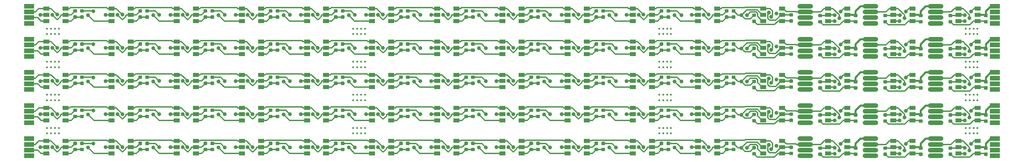
<source format=gbr>
G04 #@! TF.GenerationSoftware,KiCad,Pcbnew,(5.1.0-0)*
G04 #@! TF.CreationDate,2019-04-23T10:55:05-07:00*
G04 #@! TF.ProjectId,TestPanel2,54657374-5061-46e6-956c-322e6b696361,rev?*
G04 #@! TF.SameCoordinates,Original*
G04 #@! TF.FileFunction,Copper,L1,Top*
G04 #@! TF.FilePolarity,Positive*
%FSLAX46Y46*%
G04 Gerber Fmt 4.6, Leading zero omitted, Abs format (unit mm)*
G04 Created by KiCad (PCBNEW (5.1.0-0)) date 2019-04-23 10:55:05*
%MOMM*%
%LPD*%
G04 APERTURE LIST*
%ADD10C,0.500000*%
%ADD11C,0.050000*%
%ADD12C,0.875000*%
%ADD13R,1.500000X1.000000*%
%ADD14O,4.000000X1.200000*%
%ADD15R,2.500000X1.200000*%
%ADD16C,1.000000*%
%ADD17C,0.300000*%
%ADD18C,0.500000*%
G04 APERTURE END LIST*
D10*
X319450592Y-79565091D03*
X320450592Y-79565091D03*
X318450592Y-79565091D03*
X317450592Y-79565091D03*
X317450592Y-105065182D03*
X318450592Y-105065182D03*
X320450592Y-105065182D03*
X319450592Y-105065182D03*
X317450592Y-88065182D03*
X318450592Y-88065182D03*
X320450592Y-88065182D03*
X319450592Y-88065182D03*
X319450592Y-86665182D03*
X320450592Y-86665182D03*
X318450592Y-86665182D03*
X317450592Y-86665182D03*
X319450592Y-103665182D03*
X320450592Y-103665182D03*
X318450592Y-103665182D03*
X317450592Y-103665182D03*
X317450592Y-78165091D03*
X318450592Y-78165091D03*
X320450592Y-78165091D03*
X319450592Y-78165091D03*
X317450592Y-96565182D03*
X318450592Y-96565182D03*
X320450592Y-96565182D03*
X319450592Y-96565182D03*
X319450592Y-95165182D03*
X320450592Y-95165182D03*
X318450592Y-95165182D03*
X317450592Y-95165182D03*
X241050592Y-79565091D03*
X242050592Y-79565091D03*
X240050592Y-79565091D03*
X239050592Y-79565091D03*
X239050592Y-105065182D03*
X240050592Y-105065182D03*
X242050592Y-105065182D03*
X241050592Y-105065182D03*
X239050592Y-88065182D03*
X240050592Y-88065182D03*
X242050592Y-88065182D03*
X241050592Y-88065182D03*
X241050592Y-86665182D03*
X242050592Y-86665182D03*
X240050592Y-86665182D03*
X239050592Y-86665182D03*
X241050592Y-103665182D03*
X242050592Y-103665182D03*
X240050592Y-103665182D03*
X239050592Y-103665182D03*
X239050592Y-78165091D03*
X240050592Y-78165091D03*
X242050592Y-78165091D03*
X241050592Y-78165091D03*
X239050592Y-96565182D03*
X240050592Y-96565182D03*
X242050592Y-96565182D03*
X241050592Y-96565182D03*
X241050592Y-95165182D03*
X242050592Y-95165182D03*
X240050592Y-95165182D03*
X239050592Y-95165182D03*
X162750592Y-79565091D03*
X163750592Y-79565091D03*
X161750592Y-79565091D03*
X160750592Y-79565091D03*
X160750592Y-105065182D03*
X161750592Y-105065182D03*
X163750592Y-105065182D03*
X162750592Y-105065182D03*
X160750592Y-88065182D03*
X161750592Y-88065182D03*
X163750592Y-88065182D03*
X162750592Y-88065182D03*
X162750592Y-86665182D03*
X163750592Y-86665182D03*
X161750592Y-86665182D03*
X160750592Y-86665182D03*
X162750592Y-103665182D03*
X163750592Y-103665182D03*
X161750592Y-103665182D03*
X160750592Y-103665182D03*
X160750592Y-78165091D03*
X161750592Y-78165091D03*
X163750592Y-78165091D03*
X162750592Y-78165091D03*
X160750592Y-96565182D03*
X161750592Y-96565182D03*
X163750592Y-96565182D03*
X162750592Y-96565182D03*
X162750592Y-95165182D03*
X163750592Y-95165182D03*
X161750592Y-95165182D03*
X160750592Y-95165182D03*
X84450592Y-105065091D03*
X85450592Y-105065091D03*
X83450592Y-105065091D03*
X82450592Y-105065091D03*
X82450592Y-103665091D03*
X83450592Y-103665091D03*
X85450592Y-103665091D03*
X84450592Y-103665091D03*
X84450592Y-96565091D03*
X85450592Y-96565091D03*
X83450592Y-96565091D03*
X82450592Y-96565091D03*
X82450592Y-95165091D03*
X83450592Y-95165091D03*
X85450592Y-95165091D03*
X84450592Y-95165091D03*
X84450592Y-88065091D03*
X85450592Y-88065091D03*
X83450592Y-88065091D03*
X82450592Y-88065091D03*
X82450592Y-86665091D03*
X83450592Y-86665091D03*
X85450592Y-86665091D03*
X84450592Y-86665091D03*
X82450592Y-79565000D03*
X83450592Y-79565000D03*
X85450592Y-79565000D03*
X84450592Y-79565000D03*
X84450592Y-78165000D03*
X85450592Y-78165000D03*
X83450592Y-78165000D03*
X82450592Y-78165000D03*
D11*
G36*
X206568537Y-107191053D02*
G01*
X206589772Y-107194203D01*
X206610596Y-107199419D01*
X206630808Y-107206651D01*
X206650214Y-107215830D01*
X206668627Y-107226866D01*
X206685870Y-107239654D01*
X206701776Y-107254070D01*
X206716192Y-107269976D01*
X206728980Y-107287219D01*
X206740016Y-107305632D01*
X206749195Y-107325038D01*
X206756427Y-107345250D01*
X206761643Y-107366074D01*
X206764793Y-107387309D01*
X206765846Y-107408750D01*
X206765846Y-107846250D01*
X206764793Y-107867691D01*
X206761643Y-107888926D01*
X206756427Y-107909750D01*
X206749195Y-107929962D01*
X206740016Y-107949368D01*
X206728980Y-107967781D01*
X206716192Y-107985024D01*
X206701776Y-108000930D01*
X206685870Y-108015346D01*
X206668627Y-108028134D01*
X206650214Y-108039170D01*
X206630808Y-108048349D01*
X206610596Y-108055581D01*
X206589772Y-108060797D01*
X206568537Y-108063947D01*
X206547096Y-108065000D01*
X206034596Y-108065000D01*
X206013155Y-108063947D01*
X205991920Y-108060797D01*
X205971096Y-108055581D01*
X205950884Y-108048349D01*
X205931478Y-108039170D01*
X205913065Y-108028134D01*
X205895822Y-108015346D01*
X205879916Y-108000930D01*
X205865500Y-107985024D01*
X205852712Y-107967781D01*
X205841676Y-107949368D01*
X205832497Y-107929962D01*
X205825265Y-107909750D01*
X205820049Y-107888926D01*
X205816899Y-107867691D01*
X205815846Y-107846250D01*
X205815846Y-107408750D01*
X205816899Y-107387309D01*
X205820049Y-107366074D01*
X205825265Y-107345250D01*
X205832497Y-107325038D01*
X205841676Y-107305632D01*
X205852712Y-107287219D01*
X205865500Y-107269976D01*
X205879916Y-107254070D01*
X205895822Y-107239654D01*
X205913065Y-107226866D01*
X205931478Y-107215830D01*
X205950884Y-107206651D01*
X205971096Y-107199419D01*
X205991920Y-107194203D01*
X206013155Y-107191053D01*
X206034596Y-107190000D01*
X206547096Y-107190000D01*
X206568537Y-107191053D01*
X206568537Y-107191053D01*
G37*
D12*
X206290846Y-107627500D03*
D11*
G36*
X206568537Y-108766053D02*
G01*
X206589772Y-108769203D01*
X206610596Y-108774419D01*
X206630808Y-108781651D01*
X206650214Y-108790830D01*
X206668627Y-108801866D01*
X206685870Y-108814654D01*
X206701776Y-108829070D01*
X206716192Y-108844976D01*
X206728980Y-108862219D01*
X206740016Y-108880632D01*
X206749195Y-108900038D01*
X206756427Y-108920250D01*
X206761643Y-108941074D01*
X206764793Y-108962309D01*
X206765846Y-108983750D01*
X206765846Y-109421250D01*
X206764793Y-109442691D01*
X206761643Y-109463926D01*
X206756427Y-109484750D01*
X206749195Y-109504962D01*
X206740016Y-109524368D01*
X206728980Y-109542781D01*
X206716192Y-109560024D01*
X206701776Y-109575930D01*
X206685870Y-109590346D01*
X206668627Y-109603134D01*
X206650214Y-109614170D01*
X206630808Y-109623349D01*
X206610596Y-109630581D01*
X206589772Y-109635797D01*
X206568537Y-109638947D01*
X206547096Y-109640000D01*
X206034596Y-109640000D01*
X206013155Y-109638947D01*
X205991920Y-109635797D01*
X205971096Y-109630581D01*
X205950884Y-109623349D01*
X205931478Y-109614170D01*
X205913065Y-109603134D01*
X205895822Y-109590346D01*
X205879916Y-109575930D01*
X205865500Y-109560024D01*
X205852712Y-109542781D01*
X205841676Y-109524368D01*
X205832497Y-109504962D01*
X205825265Y-109484750D01*
X205820049Y-109463926D01*
X205816899Y-109442691D01*
X205815846Y-109421250D01*
X205815846Y-108983750D01*
X205816899Y-108962309D01*
X205820049Y-108941074D01*
X205825265Y-108920250D01*
X205832497Y-108900038D01*
X205841676Y-108880632D01*
X205852712Y-108862219D01*
X205865500Y-108844976D01*
X205879916Y-108829070D01*
X205895822Y-108814654D01*
X205913065Y-108801866D01*
X205931478Y-108790830D01*
X205950884Y-108781651D01*
X205971096Y-108774419D01*
X205991920Y-108769203D01*
X206013155Y-108766053D01*
X206034596Y-108765000D01*
X206547096Y-108765000D01*
X206568537Y-108766053D01*
X206568537Y-108766053D01*
G37*
D12*
X206290846Y-109202500D03*
D11*
G36*
X189901837Y-107191053D02*
G01*
X189923072Y-107194203D01*
X189943896Y-107199419D01*
X189964108Y-107206651D01*
X189983514Y-107215830D01*
X190001927Y-107226866D01*
X190019170Y-107239654D01*
X190035076Y-107254070D01*
X190049492Y-107269976D01*
X190062280Y-107287219D01*
X190073316Y-107305632D01*
X190082495Y-107325038D01*
X190089727Y-107345250D01*
X190094943Y-107366074D01*
X190098093Y-107387309D01*
X190099146Y-107408750D01*
X190099146Y-107846250D01*
X190098093Y-107867691D01*
X190094943Y-107888926D01*
X190089727Y-107909750D01*
X190082495Y-107929962D01*
X190073316Y-107949368D01*
X190062280Y-107967781D01*
X190049492Y-107985024D01*
X190035076Y-108000930D01*
X190019170Y-108015346D01*
X190001927Y-108028134D01*
X189983514Y-108039170D01*
X189964108Y-108048349D01*
X189943896Y-108055581D01*
X189923072Y-108060797D01*
X189901837Y-108063947D01*
X189880396Y-108065000D01*
X189367896Y-108065000D01*
X189346455Y-108063947D01*
X189325220Y-108060797D01*
X189304396Y-108055581D01*
X189284184Y-108048349D01*
X189264778Y-108039170D01*
X189246365Y-108028134D01*
X189229122Y-108015346D01*
X189213216Y-108000930D01*
X189198800Y-107985024D01*
X189186012Y-107967781D01*
X189174976Y-107949368D01*
X189165797Y-107929962D01*
X189158565Y-107909750D01*
X189153349Y-107888926D01*
X189150199Y-107867691D01*
X189149146Y-107846250D01*
X189149146Y-107408750D01*
X189150199Y-107387309D01*
X189153349Y-107366074D01*
X189158565Y-107345250D01*
X189165797Y-107325038D01*
X189174976Y-107305632D01*
X189186012Y-107287219D01*
X189198800Y-107269976D01*
X189213216Y-107254070D01*
X189229122Y-107239654D01*
X189246365Y-107226866D01*
X189264778Y-107215830D01*
X189284184Y-107206651D01*
X189304396Y-107199419D01*
X189325220Y-107194203D01*
X189346455Y-107191053D01*
X189367896Y-107190000D01*
X189880396Y-107190000D01*
X189901837Y-107191053D01*
X189901837Y-107191053D01*
G37*
D12*
X189624146Y-107627500D03*
D11*
G36*
X189901837Y-108766053D02*
G01*
X189923072Y-108769203D01*
X189943896Y-108774419D01*
X189964108Y-108781651D01*
X189983514Y-108790830D01*
X190001927Y-108801866D01*
X190019170Y-108814654D01*
X190035076Y-108829070D01*
X190049492Y-108844976D01*
X190062280Y-108862219D01*
X190073316Y-108880632D01*
X190082495Y-108900038D01*
X190089727Y-108920250D01*
X190094943Y-108941074D01*
X190098093Y-108962309D01*
X190099146Y-108983750D01*
X190099146Y-109421250D01*
X190098093Y-109442691D01*
X190094943Y-109463926D01*
X190089727Y-109484750D01*
X190082495Y-109504962D01*
X190073316Y-109524368D01*
X190062280Y-109542781D01*
X190049492Y-109560024D01*
X190035076Y-109575930D01*
X190019170Y-109590346D01*
X190001927Y-109603134D01*
X189983514Y-109614170D01*
X189964108Y-109623349D01*
X189943896Y-109630581D01*
X189923072Y-109635797D01*
X189901837Y-109638947D01*
X189880396Y-109640000D01*
X189367896Y-109640000D01*
X189346455Y-109638947D01*
X189325220Y-109635797D01*
X189304396Y-109630581D01*
X189284184Y-109623349D01*
X189264778Y-109614170D01*
X189246365Y-109603134D01*
X189229122Y-109590346D01*
X189213216Y-109575930D01*
X189198800Y-109560024D01*
X189186012Y-109542781D01*
X189174976Y-109524368D01*
X189165797Y-109504962D01*
X189158565Y-109484750D01*
X189153349Y-109463926D01*
X189150199Y-109442691D01*
X189149146Y-109421250D01*
X189149146Y-108983750D01*
X189150199Y-108962309D01*
X189153349Y-108941074D01*
X189158565Y-108920250D01*
X189165797Y-108900038D01*
X189174976Y-108880632D01*
X189186012Y-108862219D01*
X189198800Y-108844976D01*
X189213216Y-108829070D01*
X189229122Y-108814654D01*
X189246365Y-108801866D01*
X189264778Y-108790830D01*
X189284184Y-108781651D01*
X189304396Y-108774419D01*
X189325220Y-108769203D01*
X189346455Y-108766053D01*
X189367896Y-108765000D01*
X189880396Y-108765000D01*
X189901837Y-108766053D01*
X189901837Y-108766053D01*
G37*
D12*
X189624146Y-109202500D03*
D11*
G36*
X156568437Y-107191053D02*
G01*
X156589672Y-107194203D01*
X156610496Y-107199419D01*
X156630708Y-107206651D01*
X156650114Y-107215830D01*
X156668527Y-107226866D01*
X156685770Y-107239654D01*
X156701676Y-107254070D01*
X156716092Y-107269976D01*
X156728880Y-107287219D01*
X156739916Y-107305632D01*
X156749095Y-107325038D01*
X156756327Y-107345250D01*
X156761543Y-107366074D01*
X156764693Y-107387309D01*
X156765746Y-107408750D01*
X156765746Y-107846250D01*
X156764693Y-107867691D01*
X156761543Y-107888926D01*
X156756327Y-107909750D01*
X156749095Y-107929962D01*
X156739916Y-107949368D01*
X156728880Y-107967781D01*
X156716092Y-107985024D01*
X156701676Y-108000930D01*
X156685770Y-108015346D01*
X156668527Y-108028134D01*
X156650114Y-108039170D01*
X156630708Y-108048349D01*
X156610496Y-108055581D01*
X156589672Y-108060797D01*
X156568437Y-108063947D01*
X156546996Y-108065000D01*
X156034496Y-108065000D01*
X156013055Y-108063947D01*
X155991820Y-108060797D01*
X155970996Y-108055581D01*
X155950784Y-108048349D01*
X155931378Y-108039170D01*
X155912965Y-108028134D01*
X155895722Y-108015346D01*
X155879816Y-108000930D01*
X155865400Y-107985024D01*
X155852612Y-107967781D01*
X155841576Y-107949368D01*
X155832397Y-107929962D01*
X155825165Y-107909750D01*
X155819949Y-107888926D01*
X155816799Y-107867691D01*
X155815746Y-107846250D01*
X155815746Y-107408750D01*
X155816799Y-107387309D01*
X155819949Y-107366074D01*
X155825165Y-107345250D01*
X155832397Y-107325038D01*
X155841576Y-107305632D01*
X155852612Y-107287219D01*
X155865400Y-107269976D01*
X155879816Y-107254070D01*
X155895722Y-107239654D01*
X155912965Y-107226866D01*
X155931378Y-107215830D01*
X155950784Y-107206651D01*
X155970996Y-107199419D01*
X155991820Y-107194203D01*
X156013055Y-107191053D01*
X156034496Y-107190000D01*
X156546996Y-107190000D01*
X156568437Y-107191053D01*
X156568437Y-107191053D01*
G37*
D12*
X156290746Y-107627500D03*
D11*
G36*
X156568437Y-108766053D02*
G01*
X156589672Y-108769203D01*
X156610496Y-108774419D01*
X156630708Y-108781651D01*
X156650114Y-108790830D01*
X156668527Y-108801866D01*
X156685770Y-108814654D01*
X156701676Y-108829070D01*
X156716092Y-108844976D01*
X156728880Y-108862219D01*
X156739916Y-108880632D01*
X156749095Y-108900038D01*
X156756327Y-108920250D01*
X156761543Y-108941074D01*
X156764693Y-108962309D01*
X156765746Y-108983750D01*
X156765746Y-109421250D01*
X156764693Y-109442691D01*
X156761543Y-109463926D01*
X156756327Y-109484750D01*
X156749095Y-109504962D01*
X156739916Y-109524368D01*
X156728880Y-109542781D01*
X156716092Y-109560024D01*
X156701676Y-109575930D01*
X156685770Y-109590346D01*
X156668527Y-109603134D01*
X156650114Y-109614170D01*
X156630708Y-109623349D01*
X156610496Y-109630581D01*
X156589672Y-109635797D01*
X156568437Y-109638947D01*
X156546996Y-109640000D01*
X156034496Y-109640000D01*
X156013055Y-109638947D01*
X155991820Y-109635797D01*
X155970996Y-109630581D01*
X155950784Y-109623349D01*
X155931378Y-109614170D01*
X155912965Y-109603134D01*
X155895722Y-109590346D01*
X155879816Y-109575930D01*
X155865400Y-109560024D01*
X155852612Y-109542781D01*
X155841576Y-109524368D01*
X155832397Y-109504962D01*
X155825165Y-109484750D01*
X155819949Y-109463926D01*
X155816799Y-109442691D01*
X155815746Y-109421250D01*
X155815746Y-108983750D01*
X155816799Y-108962309D01*
X155819949Y-108941074D01*
X155825165Y-108920250D01*
X155832397Y-108900038D01*
X155841576Y-108880632D01*
X155852612Y-108862219D01*
X155865400Y-108844976D01*
X155879816Y-108829070D01*
X155895722Y-108814654D01*
X155912965Y-108801866D01*
X155931378Y-108790830D01*
X155950784Y-108781651D01*
X155970996Y-108774419D01*
X155991820Y-108769203D01*
X156013055Y-108766053D01*
X156034496Y-108765000D01*
X156546996Y-108765000D01*
X156568437Y-108766053D01*
X156568437Y-108766053D01*
G37*
D12*
X156290746Y-109202500D03*
D11*
G36*
X123235037Y-107191053D02*
G01*
X123256272Y-107194203D01*
X123277096Y-107199419D01*
X123297308Y-107206651D01*
X123316714Y-107215830D01*
X123335127Y-107226866D01*
X123352370Y-107239654D01*
X123368276Y-107254070D01*
X123382692Y-107269976D01*
X123395480Y-107287219D01*
X123406516Y-107305632D01*
X123415695Y-107325038D01*
X123422927Y-107345250D01*
X123428143Y-107366074D01*
X123431293Y-107387309D01*
X123432346Y-107408750D01*
X123432346Y-107846250D01*
X123431293Y-107867691D01*
X123428143Y-107888926D01*
X123422927Y-107909750D01*
X123415695Y-107929962D01*
X123406516Y-107949368D01*
X123395480Y-107967781D01*
X123382692Y-107985024D01*
X123368276Y-108000930D01*
X123352370Y-108015346D01*
X123335127Y-108028134D01*
X123316714Y-108039170D01*
X123297308Y-108048349D01*
X123277096Y-108055581D01*
X123256272Y-108060797D01*
X123235037Y-108063947D01*
X123213596Y-108065000D01*
X122701096Y-108065000D01*
X122679655Y-108063947D01*
X122658420Y-108060797D01*
X122637596Y-108055581D01*
X122617384Y-108048349D01*
X122597978Y-108039170D01*
X122579565Y-108028134D01*
X122562322Y-108015346D01*
X122546416Y-108000930D01*
X122532000Y-107985024D01*
X122519212Y-107967781D01*
X122508176Y-107949368D01*
X122498997Y-107929962D01*
X122491765Y-107909750D01*
X122486549Y-107888926D01*
X122483399Y-107867691D01*
X122482346Y-107846250D01*
X122482346Y-107408750D01*
X122483399Y-107387309D01*
X122486549Y-107366074D01*
X122491765Y-107345250D01*
X122498997Y-107325038D01*
X122508176Y-107305632D01*
X122519212Y-107287219D01*
X122532000Y-107269976D01*
X122546416Y-107254070D01*
X122562322Y-107239654D01*
X122579565Y-107226866D01*
X122597978Y-107215830D01*
X122617384Y-107206651D01*
X122637596Y-107199419D01*
X122658420Y-107194203D01*
X122679655Y-107191053D01*
X122701096Y-107190000D01*
X123213596Y-107190000D01*
X123235037Y-107191053D01*
X123235037Y-107191053D01*
G37*
D12*
X122957346Y-107627500D03*
D11*
G36*
X123235037Y-108766053D02*
G01*
X123256272Y-108769203D01*
X123277096Y-108774419D01*
X123297308Y-108781651D01*
X123316714Y-108790830D01*
X123335127Y-108801866D01*
X123352370Y-108814654D01*
X123368276Y-108829070D01*
X123382692Y-108844976D01*
X123395480Y-108862219D01*
X123406516Y-108880632D01*
X123415695Y-108900038D01*
X123422927Y-108920250D01*
X123428143Y-108941074D01*
X123431293Y-108962309D01*
X123432346Y-108983750D01*
X123432346Y-109421250D01*
X123431293Y-109442691D01*
X123428143Y-109463926D01*
X123422927Y-109484750D01*
X123415695Y-109504962D01*
X123406516Y-109524368D01*
X123395480Y-109542781D01*
X123382692Y-109560024D01*
X123368276Y-109575930D01*
X123352370Y-109590346D01*
X123335127Y-109603134D01*
X123316714Y-109614170D01*
X123297308Y-109623349D01*
X123277096Y-109630581D01*
X123256272Y-109635797D01*
X123235037Y-109638947D01*
X123213596Y-109640000D01*
X122701096Y-109640000D01*
X122679655Y-109638947D01*
X122658420Y-109635797D01*
X122637596Y-109630581D01*
X122617384Y-109623349D01*
X122597978Y-109614170D01*
X122579565Y-109603134D01*
X122562322Y-109590346D01*
X122546416Y-109575930D01*
X122532000Y-109560024D01*
X122519212Y-109542781D01*
X122508176Y-109524368D01*
X122498997Y-109504962D01*
X122491765Y-109484750D01*
X122486549Y-109463926D01*
X122483399Y-109442691D01*
X122482346Y-109421250D01*
X122482346Y-108983750D01*
X122483399Y-108962309D01*
X122486549Y-108941074D01*
X122491765Y-108920250D01*
X122498997Y-108900038D01*
X122508176Y-108880632D01*
X122519212Y-108862219D01*
X122532000Y-108844976D01*
X122546416Y-108829070D01*
X122562322Y-108814654D01*
X122579565Y-108801866D01*
X122597978Y-108790830D01*
X122617384Y-108781651D01*
X122637596Y-108774419D01*
X122658420Y-108769203D01*
X122679655Y-108766053D01*
X122701096Y-108765000D01*
X123213596Y-108765000D01*
X123235037Y-108766053D01*
X123235037Y-108766053D01*
G37*
D12*
X122957346Y-109202500D03*
D11*
G36*
X106568337Y-107191053D02*
G01*
X106589572Y-107194203D01*
X106610396Y-107199419D01*
X106630608Y-107206651D01*
X106650014Y-107215830D01*
X106668427Y-107226866D01*
X106685670Y-107239654D01*
X106701576Y-107254070D01*
X106715992Y-107269976D01*
X106728780Y-107287219D01*
X106739816Y-107305632D01*
X106748995Y-107325038D01*
X106756227Y-107345250D01*
X106761443Y-107366074D01*
X106764593Y-107387309D01*
X106765646Y-107408750D01*
X106765646Y-107846250D01*
X106764593Y-107867691D01*
X106761443Y-107888926D01*
X106756227Y-107909750D01*
X106748995Y-107929962D01*
X106739816Y-107949368D01*
X106728780Y-107967781D01*
X106715992Y-107985024D01*
X106701576Y-108000930D01*
X106685670Y-108015346D01*
X106668427Y-108028134D01*
X106650014Y-108039170D01*
X106630608Y-108048349D01*
X106610396Y-108055581D01*
X106589572Y-108060797D01*
X106568337Y-108063947D01*
X106546896Y-108065000D01*
X106034396Y-108065000D01*
X106012955Y-108063947D01*
X105991720Y-108060797D01*
X105970896Y-108055581D01*
X105950684Y-108048349D01*
X105931278Y-108039170D01*
X105912865Y-108028134D01*
X105895622Y-108015346D01*
X105879716Y-108000930D01*
X105865300Y-107985024D01*
X105852512Y-107967781D01*
X105841476Y-107949368D01*
X105832297Y-107929962D01*
X105825065Y-107909750D01*
X105819849Y-107888926D01*
X105816699Y-107867691D01*
X105815646Y-107846250D01*
X105815646Y-107408750D01*
X105816699Y-107387309D01*
X105819849Y-107366074D01*
X105825065Y-107345250D01*
X105832297Y-107325038D01*
X105841476Y-107305632D01*
X105852512Y-107287219D01*
X105865300Y-107269976D01*
X105879716Y-107254070D01*
X105895622Y-107239654D01*
X105912865Y-107226866D01*
X105931278Y-107215830D01*
X105950684Y-107206651D01*
X105970896Y-107199419D01*
X105991720Y-107194203D01*
X106012955Y-107191053D01*
X106034396Y-107190000D01*
X106546896Y-107190000D01*
X106568337Y-107191053D01*
X106568337Y-107191053D01*
G37*
D12*
X106290646Y-107627500D03*
D11*
G36*
X106568337Y-108766053D02*
G01*
X106589572Y-108769203D01*
X106610396Y-108774419D01*
X106630608Y-108781651D01*
X106650014Y-108790830D01*
X106668427Y-108801866D01*
X106685670Y-108814654D01*
X106701576Y-108829070D01*
X106715992Y-108844976D01*
X106728780Y-108862219D01*
X106739816Y-108880632D01*
X106748995Y-108900038D01*
X106756227Y-108920250D01*
X106761443Y-108941074D01*
X106764593Y-108962309D01*
X106765646Y-108983750D01*
X106765646Y-109421250D01*
X106764593Y-109442691D01*
X106761443Y-109463926D01*
X106756227Y-109484750D01*
X106748995Y-109504962D01*
X106739816Y-109524368D01*
X106728780Y-109542781D01*
X106715992Y-109560024D01*
X106701576Y-109575930D01*
X106685670Y-109590346D01*
X106668427Y-109603134D01*
X106650014Y-109614170D01*
X106630608Y-109623349D01*
X106610396Y-109630581D01*
X106589572Y-109635797D01*
X106568337Y-109638947D01*
X106546896Y-109640000D01*
X106034396Y-109640000D01*
X106012955Y-109638947D01*
X105991720Y-109635797D01*
X105970896Y-109630581D01*
X105950684Y-109623349D01*
X105931278Y-109614170D01*
X105912865Y-109603134D01*
X105895622Y-109590346D01*
X105879716Y-109575930D01*
X105865300Y-109560024D01*
X105852512Y-109542781D01*
X105841476Y-109524368D01*
X105832297Y-109504962D01*
X105825065Y-109484750D01*
X105819849Y-109463926D01*
X105816699Y-109442691D01*
X105815646Y-109421250D01*
X105815646Y-108983750D01*
X105816699Y-108962309D01*
X105819849Y-108941074D01*
X105825065Y-108920250D01*
X105832297Y-108900038D01*
X105841476Y-108880632D01*
X105852512Y-108862219D01*
X105865300Y-108844976D01*
X105879716Y-108829070D01*
X105895622Y-108814654D01*
X105912865Y-108801866D01*
X105931278Y-108790830D01*
X105950684Y-108781651D01*
X105970896Y-108774419D01*
X105991720Y-108769203D01*
X106012955Y-108766053D01*
X106034396Y-108765000D01*
X106546896Y-108765000D01*
X106568337Y-108766053D01*
X106568337Y-108766053D01*
G37*
D12*
X106290646Y-109202500D03*
D11*
G36*
X139901737Y-107191053D02*
G01*
X139922972Y-107194203D01*
X139943796Y-107199419D01*
X139964008Y-107206651D01*
X139983414Y-107215830D01*
X140001827Y-107226866D01*
X140019070Y-107239654D01*
X140034976Y-107254070D01*
X140049392Y-107269976D01*
X140062180Y-107287219D01*
X140073216Y-107305632D01*
X140082395Y-107325038D01*
X140089627Y-107345250D01*
X140094843Y-107366074D01*
X140097993Y-107387309D01*
X140099046Y-107408750D01*
X140099046Y-107846250D01*
X140097993Y-107867691D01*
X140094843Y-107888926D01*
X140089627Y-107909750D01*
X140082395Y-107929962D01*
X140073216Y-107949368D01*
X140062180Y-107967781D01*
X140049392Y-107985024D01*
X140034976Y-108000930D01*
X140019070Y-108015346D01*
X140001827Y-108028134D01*
X139983414Y-108039170D01*
X139964008Y-108048349D01*
X139943796Y-108055581D01*
X139922972Y-108060797D01*
X139901737Y-108063947D01*
X139880296Y-108065000D01*
X139367796Y-108065000D01*
X139346355Y-108063947D01*
X139325120Y-108060797D01*
X139304296Y-108055581D01*
X139284084Y-108048349D01*
X139264678Y-108039170D01*
X139246265Y-108028134D01*
X139229022Y-108015346D01*
X139213116Y-108000930D01*
X139198700Y-107985024D01*
X139185912Y-107967781D01*
X139174876Y-107949368D01*
X139165697Y-107929962D01*
X139158465Y-107909750D01*
X139153249Y-107888926D01*
X139150099Y-107867691D01*
X139149046Y-107846250D01*
X139149046Y-107408750D01*
X139150099Y-107387309D01*
X139153249Y-107366074D01*
X139158465Y-107345250D01*
X139165697Y-107325038D01*
X139174876Y-107305632D01*
X139185912Y-107287219D01*
X139198700Y-107269976D01*
X139213116Y-107254070D01*
X139229022Y-107239654D01*
X139246265Y-107226866D01*
X139264678Y-107215830D01*
X139284084Y-107206651D01*
X139304296Y-107199419D01*
X139325120Y-107194203D01*
X139346355Y-107191053D01*
X139367796Y-107190000D01*
X139880296Y-107190000D01*
X139901737Y-107191053D01*
X139901737Y-107191053D01*
G37*
D12*
X139624046Y-107627500D03*
D11*
G36*
X139901737Y-108766053D02*
G01*
X139922972Y-108769203D01*
X139943796Y-108774419D01*
X139964008Y-108781651D01*
X139983414Y-108790830D01*
X140001827Y-108801866D01*
X140019070Y-108814654D01*
X140034976Y-108829070D01*
X140049392Y-108844976D01*
X140062180Y-108862219D01*
X140073216Y-108880632D01*
X140082395Y-108900038D01*
X140089627Y-108920250D01*
X140094843Y-108941074D01*
X140097993Y-108962309D01*
X140099046Y-108983750D01*
X140099046Y-109421250D01*
X140097993Y-109442691D01*
X140094843Y-109463926D01*
X140089627Y-109484750D01*
X140082395Y-109504962D01*
X140073216Y-109524368D01*
X140062180Y-109542781D01*
X140049392Y-109560024D01*
X140034976Y-109575930D01*
X140019070Y-109590346D01*
X140001827Y-109603134D01*
X139983414Y-109614170D01*
X139964008Y-109623349D01*
X139943796Y-109630581D01*
X139922972Y-109635797D01*
X139901737Y-109638947D01*
X139880296Y-109640000D01*
X139367796Y-109640000D01*
X139346355Y-109638947D01*
X139325120Y-109635797D01*
X139304296Y-109630581D01*
X139284084Y-109623349D01*
X139264678Y-109614170D01*
X139246265Y-109603134D01*
X139229022Y-109590346D01*
X139213116Y-109575930D01*
X139198700Y-109560024D01*
X139185912Y-109542781D01*
X139174876Y-109524368D01*
X139165697Y-109504962D01*
X139158465Y-109484750D01*
X139153249Y-109463926D01*
X139150099Y-109442691D01*
X139149046Y-109421250D01*
X139149046Y-108983750D01*
X139150099Y-108962309D01*
X139153249Y-108941074D01*
X139158465Y-108920250D01*
X139165697Y-108900038D01*
X139174876Y-108880632D01*
X139185912Y-108862219D01*
X139198700Y-108844976D01*
X139213116Y-108829070D01*
X139229022Y-108814654D01*
X139246265Y-108801866D01*
X139264678Y-108790830D01*
X139284084Y-108781651D01*
X139304296Y-108774419D01*
X139325120Y-108769203D01*
X139346355Y-108766053D01*
X139367796Y-108765000D01*
X139880296Y-108765000D01*
X139901737Y-108766053D01*
X139901737Y-108766053D01*
G37*
D12*
X139624046Y-109202500D03*
D11*
G36*
X173235137Y-107191053D02*
G01*
X173256372Y-107194203D01*
X173277196Y-107199419D01*
X173297408Y-107206651D01*
X173316814Y-107215830D01*
X173335227Y-107226866D01*
X173352470Y-107239654D01*
X173368376Y-107254070D01*
X173382792Y-107269976D01*
X173395580Y-107287219D01*
X173406616Y-107305632D01*
X173415795Y-107325038D01*
X173423027Y-107345250D01*
X173428243Y-107366074D01*
X173431393Y-107387309D01*
X173432446Y-107408750D01*
X173432446Y-107846250D01*
X173431393Y-107867691D01*
X173428243Y-107888926D01*
X173423027Y-107909750D01*
X173415795Y-107929962D01*
X173406616Y-107949368D01*
X173395580Y-107967781D01*
X173382792Y-107985024D01*
X173368376Y-108000930D01*
X173352470Y-108015346D01*
X173335227Y-108028134D01*
X173316814Y-108039170D01*
X173297408Y-108048349D01*
X173277196Y-108055581D01*
X173256372Y-108060797D01*
X173235137Y-108063947D01*
X173213696Y-108065000D01*
X172701196Y-108065000D01*
X172679755Y-108063947D01*
X172658520Y-108060797D01*
X172637696Y-108055581D01*
X172617484Y-108048349D01*
X172598078Y-108039170D01*
X172579665Y-108028134D01*
X172562422Y-108015346D01*
X172546516Y-108000930D01*
X172532100Y-107985024D01*
X172519312Y-107967781D01*
X172508276Y-107949368D01*
X172499097Y-107929962D01*
X172491865Y-107909750D01*
X172486649Y-107888926D01*
X172483499Y-107867691D01*
X172482446Y-107846250D01*
X172482446Y-107408750D01*
X172483499Y-107387309D01*
X172486649Y-107366074D01*
X172491865Y-107345250D01*
X172499097Y-107325038D01*
X172508276Y-107305632D01*
X172519312Y-107287219D01*
X172532100Y-107269976D01*
X172546516Y-107254070D01*
X172562422Y-107239654D01*
X172579665Y-107226866D01*
X172598078Y-107215830D01*
X172617484Y-107206651D01*
X172637696Y-107199419D01*
X172658520Y-107194203D01*
X172679755Y-107191053D01*
X172701196Y-107190000D01*
X173213696Y-107190000D01*
X173235137Y-107191053D01*
X173235137Y-107191053D01*
G37*
D12*
X172957446Y-107627500D03*
D11*
G36*
X173235137Y-108766053D02*
G01*
X173256372Y-108769203D01*
X173277196Y-108774419D01*
X173297408Y-108781651D01*
X173316814Y-108790830D01*
X173335227Y-108801866D01*
X173352470Y-108814654D01*
X173368376Y-108829070D01*
X173382792Y-108844976D01*
X173395580Y-108862219D01*
X173406616Y-108880632D01*
X173415795Y-108900038D01*
X173423027Y-108920250D01*
X173428243Y-108941074D01*
X173431393Y-108962309D01*
X173432446Y-108983750D01*
X173432446Y-109421250D01*
X173431393Y-109442691D01*
X173428243Y-109463926D01*
X173423027Y-109484750D01*
X173415795Y-109504962D01*
X173406616Y-109524368D01*
X173395580Y-109542781D01*
X173382792Y-109560024D01*
X173368376Y-109575930D01*
X173352470Y-109590346D01*
X173335227Y-109603134D01*
X173316814Y-109614170D01*
X173297408Y-109623349D01*
X173277196Y-109630581D01*
X173256372Y-109635797D01*
X173235137Y-109638947D01*
X173213696Y-109640000D01*
X172701196Y-109640000D01*
X172679755Y-109638947D01*
X172658520Y-109635797D01*
X172637696Y-109630581D01*
X172617484Y-109623349D01*
X172598078Y-109614170D01*
X172579665Y-109603134D01*
X172562422Y-109590346D01*
X172546516Y-109575930D01*
X172532100Y-109560024D01*
X172519312Y-109542781D01*
X172508276Y-109524368D01*
X172499097Y-109504962D01*
X172491865Y-109484750D01*
X172486649Y-109463926D01*
X172483499Y-109442691D01*
X172482446Y-109421250D01*
X172482446Y-108983750D01*
X172483499Y-108962309D01*
X172486649Y-108941074D01*
X172491865Y-108920250D01*
X172499097Y-108900038D01*
X172508276Y-108880632D01*
X172519312Y-108862219D01*
X172532100Y-108844976D01*
X172546516Y-108829070D01*
X172562422Y-108814654D01*
X172579665Y-108801866D01*
X172598078Y-108790830D01*
X172617484Y-108781651D01*
X172637696Y-108774419D01*
X172658520Y-108769203D01*
X172679755Y-108766053D01*
X172701196Y-108765000D01*
X173213696Y-108765000D01*
X173235137Y-108766053D01*
X173235137Y-108766053D01*
G37*
D12*
X172957446Y-109202500D03*
D11*
G36*
X258326968Y-108766053D02*
G01*
X258348203Y-108769203D01*
X258369027Y-108774419D01*
X258389239Y-108781651D01*
X258408645Y-108790830D01*
X258427058Y-108801866D01*
X258444301Y-108814654D01*
X258460207Y-108829070D01*
X258474623Y-108844976D01*
X258487411Y-108862219D01*
X258498447Y-108880632D01*
X258507626Y-108900038D01*
X258514858Y-108920250D01*
X258520074Y-108941074D01*
X258523224Y-108962309D01*
X258524277Y-108983750D01*
X258524277Y-109421250D01*
X258523224Y-109442691D01*
X258520074Y-109463926D01*
X258514858Y-109484750D01*
X258507626Y-109504962D01*
X258498447Y-109524368D01*
X258487411Y-109542781D01*
X258474623Y-109560024D01*
X258460207Y-109575930D01*
X258444301Y-109590346D01*
X258427058Y-109603134D01*
X258408645Y-109614170D01*
X258389239Y-109623349D01*
X258369027Y-109630581D01*
X258348203Y-109635797D01*
X258326968Y-109638947D01*
X258305527Y-109640000D01*
X257793027Y-109640000D01*
X257771586Y-109638947D01*
X257750351Y-109635797D01*
X257729527Y-109630581D01*
X257709315Y-109623349D01*
X257689909Y-109614170D01*
X257671496Y-109603134D01*
X257654253Y-109590346D01*
X257638347Y-109575930D01*
X257623931Y-109560024D01*
X257611143Y-109542781D01*
X257600107Y-109524368D01*
X257590928Y-109504962D01*
X257583696Y-109484750D01*
X257578480Y-109463926D01*
X257575330Y-109442691D01*
X257574277Y-109421250D01*
X257574277Y-108983750D01*
X257575330Y-108962309D01*
X257578480Y-108941074D01*
X257583696Y-108920250D01*
X257590928Y-108900038D01*
X257600107Y-108880632D01*
X257611143Y-108862219D01*
X257623931Y-108844976D01*
X257638347Y-108829070D01*
X257654253Y-108814654D01*
X257671496Y-108801866D01*
X257689909Y-108790830D01*
X257709315Y-108781651D01*
X257729527Y-108774419D01*
X257750351Y-108769203D01*
X257771586Y-108766053D01*
X257793027Y-108765000D01*
X258305527Y-108765000D01*
X258326968Y-108766053D01*
X258326968Y-108766053D01*
G37*
D12*
X258049277Y-109202500D03*
D11*
G36*
X258326968Y-107191053D02*
G01*
X258348203Y-107194203D01*
X258369027Y-107199419D01*
X258389239Y-107206651D01*
X258408645Y-107215830D01*
X258427058Y-107226866D01*
X258444301Y-107239654D01*
X258460207Y-107254070D01*
X258474623Y-107269976D01*
X258487411Y-107287219D01*
X258498447Y-107305632D01*
X258507626Y-107325038D01*
X258514858Y-107345250D01*
X258520074Y-107366074D01*
X258523224Y-107387309D01*
X258524277Y-107408750D01*
X258524277Y-107846250D01*
X258523224Y-107867691D01*
X258520074Y-107888926D01*
X258514858Y-107909750D01*
X258507626Y-107929962D01*
X258498447Y-107949368D01*
X258487411Y-107967781D01*
X258474623Y-107985024D01*
X258460207Y-108000930D01*
X258444301Y-108015346D01*
X258427058Y-108028134D01*
X258408645Y-108039170D01*
X258389239Y-108048349D01*
X258369027Y-108055581D01*
X258348203Y-108060797D01*
X258326968Y-108063947D01*
X258305527Y-108065000D01*
X257793027Y-108065000D01*
X257771586Y-108063947D01*
X257750351Y-108060797D01*
X257729527Y-108055581D01*
X257709315Y-108048349D01*
X257689909Y-108039170D01*
X257671496Y-108028134D01*
X257654253Y-108015346D01*
X257638347Y-108000930D01*
X257623931Y-107985024D01*
X257611143Y-107967781D01*
X257600107Y-107949368D01*
X257590928Y-107929962D01*
X257583696Y-107909750D01*
X257578480Y-107888926D01*
X257575330Y-107867691D01*
X257574277Y-107846250D01*
X257574277Y-107408750D01*
X257575330Y-107387309D01*
X257578480Y-107366074D01*
X257583696Y-107345250D01*
X257590928Y-107325038D01*
X257600107Y-107305632D01*
X257611143Y-107287219D01*
X257623931Y-107269976D01*
X257638347Y-107254070D01*
X257654253Y-107239654D01*
X257671496Y-107226866D01*
X257689909Y-107215830D01*
X257709315Y-107206651D01*
X257729527Y-107199419D01*
X257750351Y-107194203D01*
X257771586Y-107191053D01*
X257793027Y-107190000D01*
X258305527Y-107190000D01*
X258326968Y-107191053D01*
X258326968Y-107191053D01*
G37*
D12*
X258049277Y-107627500D03*
D11*
G36*
X297152061Y-109966053D02*
G01*
X297173296Y-109969203D01*
X297194120Y-109974419D01*
X297214332Y-109981651D01*
X297233738Y-109990830D01*
X297252151Y-110001866D01*
X297269394Y-110014654D01*
X297285300Y-110029070D01*
X297299716Y-110044976D01*
X297312504Y-110062219D01*
X297323540Y-110080632D01*
X297332719Y-110100038D01*
X297339951Y-110120250D01*
X297345167Y-110141074D01*
X297348317Y-110162309D01*
X297349370Y-110183750D01*
X297349370Y-110621250D01*
X297348317Y-110642691D01*
X297345167Y-110663926D01*
X297339951Y-110684750D01*
X297332719Y-110704962D01*
X297323540Y-110724368D01*
X297312504Y-110742781D01*
X297299716Y-110760024D01*
X297285300Y-110775930D01*
X297269394Y-110790346D01*
X297252151Y-110803134D01*
X297233738Y-110814170D01*
X297214332Y-110823349D01*
X297194120Y-110830581D01*
X297173296Y-110835797D01*
X297152061Y-110838947D01*
X297130620Y-110840000D01*
X296618120Y-110840000D01*
X296596679Y-110838947D01*
X296575444Y-110835797D01*
X296554620Y-110830581D01*
X296534408Y-110823349D01*
X296515002Y-110814170D01*
X296496589Y-110803134D01*
X296479346Y-110790346D01*
X296463440Y-110775930D01*
X296449024Y-110760024D01*
X296436236Y-110742781D01*
X296425200Y-110724368D01*
X296416021Y-110704962D01*
X296408789Y-110684750D01*
X296403573Y-110663926D01*
X296400423Y-110642691D01*
X296399370Y-110621250D01*
X296399370Y-110183750D01*
X296400423Y-110162309D01*
X296403573Y-110141074D01*
X296408789Y-110120250D01*
X296416021Y-110100038D01*
X296425200Y-110080632D01*
X296436236Y-110062219D01*
X296449024Y-110044976D01*
X296463440Y-110029070D01*
X296479346Y-110014654D01*
X296496589Y-110001866D01*
X296515002Y-109990830D01*
X296534408Y-109981651D01*
X296554620Y-109974419D01*
X296575444Y-109969203D01*
X296596679Y-109966053D01*
X296618120Y-109965000D01*
X297130620Y-109965000D01*
X297152061Y-109966053D01*
X297152061Y-109966053D01*
G37*
D12*
X296874370Y-110402500D03*
D11*
G36*
X297152061Y-108391053D02*
G01*
X297173296Y-108394203D01*
X297194120Y-108399419D01*
X297214332Y-108406651D01*
X297233738Y-108415830D01*
X297252151Y-108426866D01*
X297269394Y-108439654D01*
X297285300Y-108454070D01*
X297299716Y-108469976D01*
X297312504Y-108487219D01*
X297323540Y-108505632D01*
X297332719Y-108525038D01*
X297339951Y-108545250D01*
X297345167Y-108566074D01*
X297348317Y-108587309D01*
X297349370Y-108608750D01*
X297349370Y-109046250D01*
X297348317Y-109067691D01*
X297345167Y-109088926D01*
X297339951Y-109109750D01*
X297332719Y-109129962D01*
X297323540Y-109149368D01*
X297312504Y-109167781D01*
X297299716Y-109185024D01*
X297285300Y-109200930D01*
X297269394Y-109215346D01*
X297252151Y-109228134D01*
X297233738Y-109239170D01*
X297214332Y-109248349D01*
X297194120Y-109255581D01*
X297173296Y-109260797D01*
X297152061Y-109263947D01*
X297130620Y-109265000D01*
X296618120Y-109265000D01*
X296596679Y-109263947D01*
X296575444Y-109260797D01*
X296554620Y-109255581D01*
X296534408Y-109248349D01*
X296515002Y-109239170D01*
X296496589Y-109228134D01*
X296479346Y-109215346D01*
X296463440Y-109200930D01*
X296449024Y-109185024D01*
X296436236Y-109167781D01*
X296425200Y-109149368D01*
X296416021Y-109129962D01*
X296408789Y-109109750D01*
X296403573Y-109088926D01*
X296400423Y-109067691D01*
X296399370Y-109046250D01*
X296399370Y-108608750D01*
X296400423Y-108587309D01*
X296403573Y-108566074D01*
X296408789Y-108545250D01*
X296416021Y-108525038D01*
X296425200Y-108505632D01*
X296436236Y-108487219D01*
X296449024Y-108469976D01*
X296463440Y-108454070D01*
X296479346Y-108439654D01*
X296496589Y-108426866D01*
X296515002Y-108415830D01*
X296534408Y-108406651D01*
X296554620Y-108399419D01*
X296575444Y-108394203D01*
X296596679Y-108391053D01*
X296618120Y-108390000D01*
X297130620Y-108390000D01*
X297152061Y-108391053D01*
X297152061Y-108391053D01*
G37*
D12*
X296874370Y-108827500D03*
D11*
G36*
X263568283Y-109866053D02*
G01*
X263589518Y-109869203D01*
X263610342Y-109874419D01*
X263630554Y-109881651D01*
X263649960Y-109890830D01*
X263668373Y-109901866D01*
X263685616Y-109914654D01*
X263701522Y-109929070D01*
X263715938Y-109944976D01*
X263728726Y-109962219D01*
X263739762Y-109980632D01*
X263748941Y-110000038D01*
X263756173Y-110020250D01*
X263761389Y-110041074D01*
X263764539Y-110062309D01*
X263765592Y-110083750D01*
X263765592Y-110521250D01*
X263764539Y-110542691D01*
X263761389Y-110563926D01*
X263756173Y-110584750D01*
X263748941Y-110604962D01*
X263739762Y-110624368D01*
X263728726Y-110642781D01*
X263715938Y-110660024D01*
X263701522Y-110675930D01*
X263685616Y-110690346D01*
X263668373Y-110703134D01*
X263649960Y-110714170D01*
X263630554Y-110723349D01*
X263610342Y-110730581D01*
X263589518Y-110735797D01*
X263568283Y-110738947D01*
X263546842Y-110740000D01*
X263034342Y-110740000D01*
X263012901Y-110738947D01*
X262991666Y-110735797D01*
X262970842Y-110730581D01*
X262950630Y-110723349D01*
X262931224Y-110714170D01*
X262912811Y-110703134D01*
X262895568Y-110690346D01*
X262879662Y-110675930D01*
X262865246Y-110660024D01*
X262852458Y-110642781D01*
X262841422Y-110624368D01*
X262832243Y-110604962D01*
X262825011Y-110584750D01*
X262819795Y-110563926D01*
X262816645Y-110542691D01*
X262815592Y-110521250D01*
X262815592Y-110083750D01*
X262816645Y-110062309D01*
X262819795Y-110041074D01*
X262825011Y-110020250D01*
X262832243Y-110000038D01*
X262841422Y-109980632D01*
X262852458Y-109962219D01*
X262865246Y-109944976D01*
X262879662Y-109929070D01*
X262895568Y-109914654D01*
X262912811Y-109901866D01*
X262931224Y-109890830D01*
X262950630Y-109881651D01*
X262970842Y-109874419D01*
X262991666Y-109869203D01*
X263012901Y-109866053D01*
X263034342Y-109865000D01*
X263546842Y-109865000D01*
X263568283Y-109866053D01*
X263568283Y-109866053D01*
G37*
D12*
X263290592Y-110302500D03*
D11*
G36*
X263568283Y-108291053D02*
G01*
X263589518Y-108294203D01*
X263610342Y-108299419D01*
X263630554Y-108306651D01*
X263649960Y-108315830D01*
X263668373Y-108326866D01*
X263685616Y-108339654D01*
X263701522Y-108354070D01*
X263715938Y-108369976D01*
X263728726Y-108387219D01*
X263739762Y-108405632D01*
X263748941Y-108425038D01*
X263756173Y-108445250D01*
X263761389Y-108466074D01*
X263764539Y-108487309D01*
X263765592Y-108508750D01*
X263765592Y-108946250D01*
X263764539Y-108967691D01*
X263761389Y-108988926D01*
X263756173Y-109009750D01*
X263748941Y-109029962D01*
X263739762Y-109049368D01*
X263728726Y-109067781D01*
X263715938Y-109085024D01*
X263701522Y-109100930D01*
X263685616Y-109115346D01*
X263668373Y-109128134D01*
X263649960Y-109139170D01*
X263630554Y-109148349D01*
X263610342Y-109155581D01*
X263589518Y-109160797D01*
X263568283Y-109163947D01*
X263546842Y-109165000D01*
X263034342Y-109165000D01*
X263012901Y-109163947D01*
X262991666Y-109160797D01*
X262970842Y-109155581D01*
X262950630Y-109148349D01*
X262931224Y-109139170D01*
X262912811Y-109128134D01*
X262895568Y-109115346D01*
X262879662Y-109100930D01*
X262865246Y-109085024D01*
X262852458Y-109067781D01*
X262841422Y-109049368D01*
X262832243Y-109029962D01*
X262825011Y-109009750D01*
X262819795Y-108988926D01*
X262816645Y-108967691D01*
X262815592Y-108946250D01*
X262815592Y-108508750D01*
X262816645Y-108487309D01*
X262819795Y-108466074D01*
X262825011Y-108445250D01*
X262832243Y-108425038D01*
X262841422Y-108405632D01*
X262852458Y-108387219D01*
X262865246Y-108369976D01*
X262879662Y-108354070D01*
X262895568Y-108339654D01*
X262912811Y-108326866D01*
X262931224Y-108315830D01*
X262950630Y-108306651D01*
X262970842Y-108299419D01*
X262991666Y-108294203D01*
X263012901Y-108291053D01*
X263034342Y-108290000D01*
X263546842Y-108290000D01*
X263568283Y-108291053D01*
X263568283Y-108291053D01*
G37*
D12*
X263290592Y-108727500D03*
D13*
X98940646Y-107015000D03*
X98940646Y-108615000D03*
X98940646Y-110215000D03*
X103840646Y-107015000D03*
X103840646Y-108615000D03*
X103840646Y-110215000D03*
X148940746Y-107015000D03*
X148940746Y-108615000D03*
X148940746Y-110215000D03*
X153840746Y-107015000D03*
X153840746Y-108615000D03*
X153840746Y-110215000D03*
D11*
G36*
X273068283Y-108191053D02*
G01*
X273089518Y-108194203D01*
X273110342Y-108199419D01*
X273130554Y-108206651D01*
X273149960Y-108215830D01*
X273168373Y-108226866D01*
X273185616Y-108239654D01*
X273201522Y-108254070D01*
X273215938Y-108269976D01*
X273228726Y-108287219D01*
X273239762Y-108305632D01*
X273248941Y-108325038D01*
X273256173Y-108345250D01*
X273261389Y-108366074D01*
X273264539Y-108387309D01*
X273265592Y-108408750D01*
X273265592Y-108846250D01*
X273264539Y-108867691D01*
X273261389Y-108888926D01*
X273256173Y-108909750D01*
X273248941Y-108929962D01*
X273239762Y-108949368D01*
X273228726Y-108967781D01*
X273215938Y-108985024D01*
X273201522Y-109000930D01*
X273185616Y-109015346D01*
X273168373Y-109028134D01*
X273149960Y-109039170D01*
X273130554Y-109048349D01*
X273110342Y-109055581D01*
X273089518Y-109060797D01*
X273068283Y-109063947D01*
X273046842Y-109065000D01*
X272534342Y-109065000D01*
X272512901Y-109063947D01*
X272491666Y-109060797D01*
X272470842Y-109055581D01*
X272450630Y-109048349D01*
X272431224Y-109039170D01*
X272412811Y-109028134D01*
X272395568Y-109015346D01*
X272379662Y-109000930D01*
X272365246Y-108985024D01*
X272352458Y-108967781D01*
X272341422Y-108949368D01*
X272332243Y-108929962D01*
X272325011Y-108909750D01*
X272319795Y-108888926D01*
X272316645Y-108867691D01*
X272315592Y-108846250D01*
X272315592Y-108408750D01*
X272316645Y-108387309D01*
X272319795Y-108366074D01*
X272325011Y-108345250D01*
X272332243Y-108325038D01*
X272341422Y-108305632D01*
X272352458Y-108287219D01*
X272365246Y-108269976D01*
X272379662Y-108254070D01*
X272395568Y-108239654D01*
X272412811Y-108226866D01*
X272431224Y-108215830D01*
X272450630Y-108206651D01*
X272470842Y-108199419D01*
X272491666Y-108194203D01*
X272512901Y-108191053D01*
X272534342Y-108190000D01*
X273046842Y-108190000D01*
X273068283Y-108191053D01*
X273068283Y-108191053D01*
G37*
D12*
X272790592Y-108627500D03*
D11*
G36*
X273068283Y-109766053D02*
G01*
X273089518Y-109769203D01*
X273110342Y-109774419D01*
X273130554Y-109781651D01*
X273149960Y-109790830D01*
X273168373Y-109801866D01*
X273185616Y-109814654D01*
X273201522Y-109829070D01*
X273215938Y-109844976D01*
X273228726Y-109862219D01*
X273239762Y-109880632D01*
X273248941Y-109900038D01*
X273256173Y-109920250D01*
X273261389Y-109941074D01*
X273264539Y-109962309D01*
X273265592Y-109983750D01*
X273265592Y-110421250D01*
X273264539Y-110442691D01*
X273261389Y-110463926D01*
X273256173Y-110484750D01*
X273248941Y-110504962D01*
X273239762Y-110524368D01*
X273228726Y-110542781D01*
X273215938Y-110560024D01*
X273201522Y-110575930D01*
X273185616Y-110590346D01*
X273168373Y-110603134D01*
X273149960Y-110614170D01*
X273130554Y-110623349D01*
X273110342Y-110630581D01*
X273089518Y-110635797D01*
X273068283Y-110638947D01*
X273046842Y-110640000D01*
X272534342Y-110640000D01*
X272512901Y-110638947D01*
X272491666Y-110635797D01*
X272470842Y-110630581D01*
X272450630Y-110623349D01*
X272431224Y-110614170D01*
X272412811Y-110603134D01*
X272395568Y-110590346D01*
X272379662Y-110575930D01*
X272365246Y-110560024D01*
X272352458Y-110542781D01*
X272341422Y-110524368D01*
X272332243Y-110504962D01*
X272325011Y-110484750D01*
X272319795Y-110463926D01*
X272316645Y-110442691D01*
X272315592Y-110421250D01*
X272315592Y-109983750D01*
X272316645Y-109962309D01*
X272319795Y-109941074D01*
X272325011Y-109920250D01*
X272332243Y-109900038D01*
X272341422Y-109880632D01*
X272352458Y-109862219D01*
X272365246Y-109844976D01*
X272379662Y-109829070D01*
X272395568Y-109814654D01*
X272412811Y-109801866D01*
X272431224Y-109790830D01*
X272450630Y-109781651D01*
X272470842Y-109774419D01*
X272491666Y-109769203D01*
X272512901Y-109766053D01*
X272534342Y-109765000D01*
X273046842Y-109765000D01*
X273068283Y-109766053D01*
X273068283Y-109766053D01*
G37*
D12*
X272790592Y-110202500D03*
D11*
G36*
X289552037Y-108391053D02*
G01*
X289573272Y-108394203D01*
X289594096Y-108399419D01*
X289614308Y-108406651D01*
X289633714Y-108415830D01*
X289652127Y-108426866D01*
X289669370Y-108439654D01*
X289685276Y-108454070D01*
X289699692Y-108469976D01*
X289712480Y-108487219D01*
X289723516Y-108505632D01*
X289732695Y-108525038D01*
X289739927Y-108545250D01*
X289745143Y-108566074D01*
X289748293Y-108587309D01*
X289749346Y-108608750D01*
X289749346Y-109046250D01*
X289748293Y-109067691D01*
X289745143Y-109088926D01*
X289739927Y-109109750D01*
X289732695Y-109129962D01*
X289723516Y-109149368D01*
X289712480Y-109167781D01*
X289699692Y-109185024D01*
X289685276Y-109200930D01*
X289669370Y-109215346D01*
X289652127Y-109228134D01*
X289633714Y-109239170D01*
X289614308Y-109248349D01*
X289594096Y-109255581D01*
X289573272Y-109260797D01*
X289552037Y-109263947D01*
X289530596Y-109265000D01*
X289018096Y-109265000D01*
X288996655Y-109263947D01*
X288975420Y-109260797D01*
X288954596Y-109255581D01*
X288934384Y-109248349D01*
X288914978Y-109239170D01*
X288896565Y-109228134D01*
X288879322Y-109215346D01*
X288863416Y-109200930D01*
X288849000Y-109185024D01*
X288836212Y-109167781D01*
X288825176Y-109149368D01*
X288815997Y-109129962D01*
X288808765Y-109109750D01*
X288803549Y-109088926D01*
X288800399Y-109067691D01*
X288799346Y-109046250D01*
X288799346Y-108608750D01*
X288800399Y-108587309D01*
X288803549Y-108566074D01*
X288808765Y-108545250D01*
X288815997Y-108525038D01*
X288825176Y-108505632D01*
X288836212Y-108487219D01*
X288849000Y-108469976D01*
X288863416Y-108454070D01*
X288879322Y-108439654D01*
X288896565Y-108426866D01*
X288914978Y-108415830D01*
X288934384Y-108406651D01*
X288954596Y-108399419D01*
X288975420Y-108394203D01*
X288996655Y-108391053D01*
X289018096Y-108390000D01*
X289530596Y-108390000D01*
X289552037Y-108391053D01*
X289552037Y-108391053D01*
G37*
D12*
X289274346Y-108827500D03*
D11*
G36*
X289552037Y-109966053D02*
G01*
X289573272Y-109969203D01*
X289594096Y-109974419D01*
X289614308Y-109981651D01*
X289633714Y-109990830D01*
X289652127Y-110001866D01*
X289669370Y-110014654D01*
X289685276Y-110029070D01*
X289699692Y-110044976D01*
X289712480Y-110062219D01*
X289723516Y-110080632D01*
X289732695Y-110100038D01*
X289739927Y-110120250D01*
X289745143Y-110141074D01*
X289748293Y-110162309D01*
X289749346Y-110183750D01*
X289749346Y-110621250D01*
X289748293Y-110642691D01*
X289745143Y-110663926D01*
X289739927Y-110684750D01*
X289732695Y-110704962D01*
X289723516Y-110724368D01*
X289712480Y-110742781D01*
X289699692Y-110760024D01*
X289685276Y-110775930D01*
X289669370Y-110790346D01*
X289652127Y-110803134D01*
X289633714Y-110814170D01*
X289614308Y-110823349D01*
X289594096Y-110830581D01*
X289573272Y-110835797D01*
X289552037Y-110838947D01*
X289530596Y-110840000D01*
X289018096Y-110840000D01*
X288996655Y-110838947D01*
X288975420Y-110835797D01*
X288954596Y-110830581D01*
X288934384Y-110823349D01*
X288914978Y-110814170D01*
X288896565Y-110803134D01*
X288879322Y-110790346D01*
X288863416Y-110775930D01*
X288849000Y-110760024D01*
X288836212Y-110742781D01*
X288825176Y-110724368D01*
X288815997Y-110704962D01*
X288808765Y-110684750D01*
X288803549Y-110663926D01*
X288800399Y-110642691D01*
X288799346Y-110621250D01*
X288799346Y-110183750D01*
X288800399Y-110162309D01*
X288803549Y-110141074D01*
X288808765Y-110120250D01*
X288815997Y-110100038D01*
X288825176Y-110080632D01*
X288836212Y-110062219D01*
X288849000Y-110044976D01*
X288863416Y-110029070D01*
X288879322Y-110014654D01*
X288896565Y-110001866D01*
X288914978Y-109990830D01*
X288934384Y-109981651D01*
X288954596Y-109974419D01*
X288975420Y-109969203D01*
X288996655Y-109966053D01*
X289018096Y-109965000D01*
X289530596Y-109965000D01*
X289552037Y-109966053D01*
X289552037Y-109966053D01*
G37*
D12*
X289274346Y-110402500D03*
D11*
G36*
X306218737Y-108391053D02*
G01*
X306239972Y-108394203D01*
X306260796Y-108399419D01*
X306281008Y-108406651D01*
X306300414Y-108415830D01*
X306318827Y-108426866D01*
X306336070Y-108439654D01*
X306351976Y-108454070D01*
X306366392Y-108469976D01*
X306379180Y-108487219D01*
X306390216Y-108505632D01*
X306399395Y-108525038D01*
X306406627Y-108545250D01*
X306411843Y-108566074D01*
X306414993Y-108587309D01*
X306416046Y-108608750D01*
X306416046Y-109046250D01*
X306414993Y-109067691D01*
X306411843Y-109088926D01*
X306406627Y-109109750D01*
X306399395Y-109129962D01*
X306390216Y-109149368D01*
X306379180Y-109167781D01*
X306366392Y-109185024D01*
X306351976Y-109200930D01*
X306336070Y-109215346D01*
X306318827Y-109228134D01*
X306300414Y-109239170D01*
X306281008Y-109248349D01*
X306260796Y-109255581D01*
X306239972Y-109260797D01*
X306218737Y-109263947D01*
X306197296Y-109265000D01*
X305684796Y-109265000D01*
X305663355Y-109263947D01*
X305642120Y-109260797D01*
X305621296Y-109255581D01*
X305601084Y-109248349D01*
X305581678Y-109239170D01*
X305563265Y-109228134D01*
X305546022Y-109215346D01*
X305530116Y-109200930D01*
X305515700Y-109185024D01*
X305502912Y-109167781D01*
X305491876Y-109149368D01*
X305482697Y-109129962D01*
X305475465Y-109109750D01*
X305470249Y-109088926D01*
X305467099Y-109067691D01*
X305466046Y-109046250D01*
X305466046Y-108608750D01*
X305467099Y-108587309D01*
X305470249Y-108566074D01*
X305475465Y-108545250D01*
X305482697Y-108525038D01*
X305491876Y-108505632D01*
X305502912Y-108487219D01*
X305515700Y-108469976D01*
X305530116Y-108454070D01*
X305546022Y-108439654D01*
X305563265Y-108426866D01*
X305581678Y-108415830D01*
X305601084Y-108406651D01*
X305621296Y-108399419D01*
X305642120Y-108394203D01*
X305663355Y-108391053D01*
X305684796Y-108390000D01*
X306197296Y-108390000D01*
X306218737Y-108391053D01*
X306218737Y-108391053D01*
G37*
D12*
X305941046Y-108827500D03*
D11*
G36*
X306218737Y-109966053D02*
G01*
X306239972Y-109969203D01*
X306260796Y-109974419D01*
X306281008Y-109981651D01*
X306300414Y-109990830D01*
X306318827Y-110001866D01*
X306336070Y-110014654D01*
X306351976Y-110029070D01*
X306366392Y-110044976D01*
X306379180Y-110062219D01*
X306390216Y-110080632D01*
X306399395Y-110100038D01*
X306406627Y-110120250D01*
X306411843Y-110141074D01*
X306414993Y-110162309D01*
X306416046Y-110183750D01*
X306416046Y-110621250D01*
X306414993Y-110642691D01*
X306411843Y-110663926D01*
X306406627Y-110684750D01*
X306399395Y-110704962D01*
X306390216Y-110724368D01*
X306379180Y-110742781D01*
X306366392Y-110760024D01*
X306351976Y-110775930D01*
X306336070Y-110790346D01*
X306318827Y-110803134D01*
X306300414Y-110814170D01*
X306281008Y-110823349D01*
X306260796Y-110830581D01*
X306239972Y-110835797D01*
X306218737Y-110838947D01*
X306197296Y-110840000D01*
X305684796Y-110840000D01*
X305663355Y-110838947D01*
X305642120Y-110835797D01*
X305621296Y-110830581D01*
X305601084Y-110823349D01*
X305581678Y-110814170D01*
X305563265Y-110803134D01*
X305546022Y-110790346D01*
X305530116Y-110775930D01*
X305515700Y-110760024D01*
X305502912Y-110742781D01*
X305491876Y-110724368D01*
X305482697Y-110704962D01*
X305475465Y-110684750D01*
X305470249Y-110663926D01*
X305467099Y-110642691D01*
X305466046Y-110621250D01*
X305466046Y-110183750D01*
X305467099Y-110162309D01*
X305470249Y-110141074D01*
X305475465Y-110120250D01*
X305482697Y-110100038D01*
X305491876Y-110080632D01*
X305502912Y-110062219D01*
X305515700Y-110044976D01*
X305530116Y-110029070D01*
X305546022Y-110014654D01*
X305563265Y-110001866D01*
X305581678Y-109990830D01*
X305601084Y-109981651D01*
X305621296Y-109974419D01*
X305642120Y-109969203D01*
X305663355Y-109966053D01*
X305684796Y-109965000D01*
X306197296Y-109965000D01*
X306218737Y-109966053D01*
X306218737Y-109966053D01*
G37*
D12*
X305941046Y-110402500D03*
D11*
G36*
X322885437Y-108391053D02*
G01*
X322906672Y-108394203D01*
X322927496Y-108399419D01*
X322947708Y-108406651D01*
X322967114Y-108415830D01*
X322985527Y-108426866D01*
X323002770Y-108439654D01*
X323018676Y-108454070D01*
X323033092Y-108469976D01*
X323045880Y-108487219D01*
X323056916Y-108505632D01*
X323066095Y-108525038D01*
X323073327Y-108545250D01*
X323078543Y-108566074D01*
X323081693Y-108587309D01*
X323082746Y-108608750D01*
X323082746Y-109046250D01*
X323081693Y-109067691D01*
X323078543Y-109088926D01*
X323073327Y-109109750D01*
X323066095Y-109129962D01*
X323056916Y-109149368D01*
X323045880Y-109167781D01*
X323033092Y-109185024D01*
X323018676Y-109200930D01*
X323002770Y-109215346D01*
X322985527Y-109228134D01*
X322967114Y-109239170D01*
X322947708Y-109248349D01*
X322927496Y-109255581D01*
X322906672Y-109260797D01*
X322885437Y-109263947D01*
X322863996Y-109265000D01*
X322351496Y-109265000D01*
X322330055Y-109263947D01*
X322308820Y-109260797D01*
X322287996Y-109255581D01*
X322267784Y-109248349D01*
X322248378Y-109239170D01*
X322229965Y-109228134D01*
X322212722Y-109215346D01*
X322196816Y-109200930D01*
X322182400Y-109185024D01*
X322169612Y-109167781D01*
X322158576Y-109149368D01*
X322149397Y-109129962D01*
X322142165Y-109109750D01*
X322136949Y-109088926D01*
X322133799Y-109067691D01*
X322132746Y-109046250D01*
X322132746Y-108608750D01*
X322133799Y-108587309D01*
X322136949Y-108566074D01*
X322142165Y-108545250D01*
X322149397Y-108525038D01*
X322158576Y-108505632D01*
X322169612Y-108487219D01*
X322182400Y-108469976D01*
X322196816Y-108454070D01*
X322212722Y-108439654D01*
X322229965Y-108426866D01*
X322248378Y-108415830D01*
X322267784Y-108406651D01*
X322287996Y-108399419D01*
X322308820Y-108394203D01*
X322330055Y-108391053D01*
X322351496Y-108390000D01*
X322863996Y-108390000D01*
X322885437Y-108391053D01*
X322885437Y-108391053D01*
G37*
D12*
X322607746Y-108827500D03*
D11*
G36*
X322885437Y-109966053D02*
G01*
X322906672Y-109969203D01*
X322927496Y-109974419D01*
X322947708Y-109981651D01*
X322967114Y-109990830D01*
X322985527Y-110001866D01*
X323002770Y-110014654D01*
X323018676Y-110029070D01*
X323033092Y-110044976D01*
X323045880Y-110062219D01*
X323056916Y-110080632D01*
X323066095Y-110100038D01*
X323073327Y-110120250D01*
X323078543Y-110141074D01*
X323081693Y-110162309D01*
X323082746Y-110183750D01*
X323082746Y-110621250D01*
X323081693Y-110642691D01*
X323078543Y-110663926D01*
X323073327Y-110684750D01*
X323066095Y-110704962D01*
X323056916Y-110724368D01*
X323045880Y-110742781D01*
X323033092Y-110760024D01*
X323018676Y-110775930D01*
X323002770Y-110790346D01*
X322985527Y-110803134D01*
X322967114Y-110814170D01*
X322947708Y-110823349D01*
X322927496Y-110830581D01*
X322906672Y-110835797D01*
X322885437Y-110838947D01*
X322863996Y-110840000D01*
X322351496Y-110840000D01*
X322330055Y-110838947D01*
X322308820Y-110835797D01*
X322287996Y-110830581D01*
X322267784Y-110823349D01*
X322248378Y-110814170D01*
X322229965Y-110803134D01*
X322212722Y-110790346D01*
X322196816Y-110775930D01*
X322182400Y-110760024D01*
X322169612Y-110742781D01*
X322158576Y-110724368D01*
X322149397Y-110704962D01*
X322142165Y-110684750D01*
X322136949Y-110663926D01*
X322133799Y-110642691D01*
X322132746Y-110621250D01*
X322132746Y-110183750D01*
X322133799Y-110162309D01*
X322136949Y-110141074D01*
X322142165Y-110120250D01*
X322149397Y-110100038D01*
X322158576Y-110080632D01*
X322169612Y-110062219D01*
X322182400Y-110044976D01*
X322196816Y-110029070D01*
X322212722Y-110014654D01*
X322229965Y-110001866D01*
X322248378Y-109990830D01*
X322267784Y-109981651D01*
X322287996Y-109974419D01*
X322308820Y-109969203D01*
X322330055Y-109966053D01*
X322351496Y-109965000D01*
X322863996Y-109965000D01*
X322885437Y-109966053D01*
X322885437Y-109966053D01*
G37*
D12*
X322607746Y-110402500D03*
D13*
X132274046Y-107015000D03*
X132274046Y-108615000D03*
X132274046Y-110215000D03*
X137174046Y-107015000D03*
X137174046Y-108615000D03*
X137174046Y-110215000D03*
X315607746Y-107015000D03*
X315607746Y-108615000D03*
X315607746Y-110215000D03*
X320507746Y-107015000D03*
X320507746Y-108615000D03*
X320507746Y-110215000D03*
D11*
G36*
X223235237Y-107191053D02*
G01*
X223256472Y-107194203D01*
X223277296Y-107199419D01*
X223297508Y-107206651D01*
X223316914Y-107215830D01*
X223335327Y-107226866D01*
X223352570Y-107239654D01*
X223368476Y-107254070D01*
X223382892Y-107269976D01*
X223395680Y-107287219D01*
X223406716Y-107305632D01*
X223415895Y-107325038D01*
X223423127Y-107345250D01*
X223428343Y-107366074D01*
X223431493Y-107387309D01*
X223432546Y-107408750D01*
X223432546Y-107846250D01*
X223431493Y-107867691D01*
X223428343Y-107888926D01*
X223423127Y-107909750D01*
X223415895Y-107929962D01*
X223406716Y-107949368D01*
X223395680Y-107967781D01*
X223382892Y-107985024D01*
X223368476Y-108000930D01*
X223352570Y-108015346D01*
X223335327Y-108028134D01*
X223316914Y-108039170D01*
X223297508Y-108048349D01*
X223277296Y-108055581D01*
X223256472Y-108060797D01*
X223235237Y-108063947D01*
X223213796Y-108065000D01*
X222701296Y-108065000D01*
X222679855Y-108063947D01*
X222658620Y-108060797D01*
X222637796Y-108055581D01*
X222617584Y-108048349D01*
X222598178Y-108039170D01*
X222579765Y-108028134D01*
X222562522Y-108015346D01*
X222546616Y-108000930D01*
X222532200Y-107985024D01*
X222519412Y-107967781D01*
X222508376Y-107949368D01*
X222499197Y-107929962D01*
X222491965Y-107909750D01*
X222486749Y-107888926D01*
X222483599Y-107867691D01*
X222482546Y-107846250D01*
X222482546Y-107408750D01*
X222483599Y-107387309D01*
X222486749Y-107366074D01*
X222491965Y-107345250D01*
X222499197Y-107325038D01*
X222508376Y-107305632D01*
X222519412Y-107287219D01*
X222532200Y-107269976D01*
X222546616Y-107254070D01*
X222562522Y-107239654D01*
X222579765Y-107226866D01*
X222598178Y-107215830D01*
X222617584Y-107206651D01*
X222637796Y-107199419D01*
X222658620Y-107194203D01*
X222679855Y-107191053D01*
X222701296Y-107190000D01*
X223213796Y-107190000D01*
X223235237Y-107191053D01*
X223235237Y-107191053D01*
G37*
D12*
X222957546Y-107627500D03*
D11*
G36*
X223235237Y-108766053D02*
G01*
X223256472Y-108769203D01*
X223277296Y-108774419D01*
X223297508Y-108781651D01*
X223316914Y-108790830D01*
X223335327Y-108801866D01*
X223352570Y-108814654D01*
X223368476Y-108829070D01*
X223382892Y-108844976D01*
X223395680Y-108862219D01*
X223406716Y-108880632D01*
X223415895Y-108900038D01*
X223423127Y-108920250D01*
X223428343Y-108941074D01*
X223431493Y-108962309D01*
X223432546Y-108983750D01*
X223432546Y-109421250D01*
X223431493Y-109442691D01*
X223428343Y-109463926D01*
X223423127Y-109484750D01*
X223415895Y-109504962D01*
X223406716Y-109524368D01*
X223395680Y-109542781D01*
X223382892Y-109560024D01*
X223368476Y-109575930D01*
X223352570Y-109590346D01*
X223335327Y-109603134D01*
X223316914Y-109614170D01*
X223297508Y-109623349D01*
X223277296Y-109630581D01*
X223256472Y-109635797D01*
X223235237Y-109638947D01*
X223213796Y-109640000D01*
X222701296Y-109640000D01*
X222679855Y-109638947D01*
X222658620Y-109635797D01*
X222637796Y-109630581D01*
X222617584Y-109623349D01*
X222598178Y-109614170D01*
X222579765Y-109603134D01*
X222562522Y-109590346D01*
X222546616Y-109575930D01*
X222532200Y-109560024D01*
X222519412Y-109542781D01*
X222508376Y-109524368D01*
X222499197Y-109504962D01*
X222491965Y-109484750D01*
X222486749Y-109463926D01*
X222483599Y-109442691D01*
X222482546Y-109421250D01*
X222482546Y-108983750D01*
X222483599Y-108962309D01*
X222486749Y-108941074D01*
X222491965Y-108920250D01*
X222499197Y-108900038D01*
X222508376Y-108880632D01*
X222519412Y-108862219D01*
X222532200Y-108844976D01*
X222546616Y-108829070D01*
X222562522Y-108814654D01*
X222579765Y-108801866D01*
X222598178Y-108790830D01*
X222617584Y-108781651D01*
X222637796Y-108774419D01*
X222658620Y-108769203D01*
X222679855Y-108766053D01*
X222701296Y-108765000D01*
X223213796Y-108765000D01*
X223235237Y-108766053D01*
X223235237Y-108766053D01*
G37*
D12*
X222957546Y-109202500D03*
D14*
X309724396Y-106415000D03*
X309724396Y-107881666D03*
X309724396Y-109348332D03*
X309724396Y-110815000D03*
X293057696Y-106415000D03*
X293057696Y-107881666D03*
X293057696Y-109348332D03*
X293057696Y-110815000D03*
D15*
X324891096Y-106415000D03*
X324891096Y-107881666D03*
X324891096Y-109348332D03*
X324891096Y-110815000D03*
D11*
G36*
X256568637Y-107191053D02*
G01*
X256589872Y-107194203D01*
X256610696Y-107199419D01*
X256630908Y-107206651D01*
X256650314Y-107215830D01*
X256668727Y-107226866D01*
X256685970Y-107239654D01*
X256701876Y-107254070D01*
X256716292Y-107269976D01*
X256729080Y-107287219D01*
X256740116Y-107305632D01*
X256749295Y-107325038D01*
X256756527Y-107345250D01*
X256761743Y-107366074D01*
X256764893Y-107387309D01*
X256765946Y-107408750D01*
X256765946Y-107846250D01*
X256764893Y-107867691D01*
X256761743Y-107888926D01*
X256756527Y-107909750D01*
X256749295Y-107929962D01*
X256740116Y-107949368D01*
X256729080Y-107967781D01*
X256716292Y-107985024D01*
X256701876Y-108000930D01*
X256685970Y-108015346D01*
X256668727Y-108028134D01*
X256650314Y-108039170D01*
X256630908Y-108048349D01*
X256610696Y-108055581D01*
X256589872Y-108060797D01*
X256568637Y-108063947D01*
X256547196Y-108065000D01*
X256034696Y-108065000D01*
X256013255Y-108063947D01*
X255992020Y-108060797D01*
X255971196Y-108055581D01*
X255950984Y-108048349D01*
X255931578Y-108039170D01*
X255913165Y-108028134D01*
X255895922Y-108015346D01*
X255880016Y-108000930D01*
X255865600Y-107985024D01*
X255852812Y-107967781D01*
X255841776Y-107949368D01*
X255832597Y-107929962D01*
X255825365Y-107909750D01*
X255820149Y-107888926D01*
X255816999Y-107867691D01*
X255815946Y-107846250D01*
X255815946Y-107408750D01*
X255816999Y-107387309D01*
X255820149Y-107366074D01*
X255825365Y-107345250D01*
X255832597Y-107325038D01*
X255841776Y-107305632D01*
X255852812Y-107287219D01*
X255865600Y-107269976D01*
X255880016Y-107254070D01*
X255895922Y-107239654D01*
X255913165Y-107226866D01*
X255931578Y-107215830D01*
X255950984Y-107206651D01*
X255971196Y-107199419D01*
X255992020Y-107194203D01*
X256013255Y-107191053D01*
X256034696Y-107190000D01*
X256547196Y-107190000D01*
X256568637Y-107191053D01*
X256568637Y-107191053D01*
G37*
D12*
X256290946Y-107627500D03*
D11*
G36*
X256568637Y-108766053D02*
G01*
X256589872Y-108769203D01*
X256610696Y-108774419D01*
X256630908Y-108781651D01*
X256650314Y-108790830D01*
X256668727Y-108801866D01*
X256685970Y-108814654D01*
X256701876Y-108829070D01*
X256716292Y-108844976D01*
X256729080Y-108862219D01*
X256740116Y-108880632D01*
X256749295Y-108900038D01*
X256756527Y-108920250D01*
X256761743Y-108941074D01*
X256764893Y-108962309D01*
X256765946Y-108983750D01*
X256765946Y-109421250D01*
X256764893Y-109442691D01*
X256761743Y-109463926D01*
X256756527Y-109484750D01*
X256749295Y-109504962D01*
X256740116Y-109524368D01*
X256729080Y-109542781D01*
X256716292Y-109560024D01*
X256701876Y-109575930D01*
X256685970Y-109590346D01*
X256668727Y-109603134D01*
X256650314Y-109614170D01*
X256630908Y-109623349D01*
X256610696Y-109630581D01*
X256589872Y-109635797D01*
X256568637Y-109638947D01*
X256547196Y-109640000D01*
X256034696Y-109640000D01*
X256013255Y-109638947D01*
X255992020Y-109635797D01*
X255971196Y-109630581D01*
X255950984Y-109623349D01*
X255931578Y-109614170D01*
X255913165Y-109603134D01*
X255895922Y-109590346D01*
X255880016Y-109575930D01*
X255865600Y-109560024D01*
X255852812Y-109542781D01*
X255841776Y-109524368D01*
X255832597Y-109504962D01*
X255825365Y-109484750D01*
X255820149Y-109463926D01*
X255816999Y-109442691D01*
X255815946Y-109421250D01*
X255815946Y-108983750D01*
X255816999Y-108962309D01*
X255820149Y-108941074D01*
X255825365Y-108920250D01*
X255832597Y-108900038D01*
X255841776Y-108880632D01*
X255852812Y-108862219D01*
X255865600Y-108844976D01*
X255880016Y-108829070D01*
X255895922Y-108814654D01*
X255913165Y-108801866D01*
X255931578Y-108790830D01*
X255950984Y-108781651D01*
X255971196Y-108774419D01*
X255992020Y-108769203D01*
X256013255Y-108766053D01*
X256034696Y-108765000D01*
X256547196Y-108765000D01*
X256568637Y-108766053D01*
X256568637Y-108766053D01*
G37*
D12*
X256290946Y-109202500D03*
D15*
X77890596Y-106415000D03*
X77890596Y-107881666D03*
X77890596Y-109348332D03*
X77890596Y-110815000D03*
D11*
G36*
X313818761Y-109966053D02*
G01*
X313839996Y-109969203D01*
X313860820Y-109974419D01*
X313881032Y-109981651D01*
X313900438Y-109990830D01*
X313918851Y-110001866D01*
X313936094Y-110014654D01*
X313952000Y-110029070D01*
X313966416Y-110044976D01*
X313979204Y-110062219D01*
X313990240Y-110080632D01*
X313999419Y-110100038D01*
X314006651Y-110120250D01*
X314011867Y-110141074D01*
X314015017Y-110162309D01*
X314016070Y-110183750D01*
X314016070Y-110621250D01*
X314015017Y-110642691D01*
X314011867Y-110663926D01*
X314006651Y-110684750D01*
X313999419Y-110704962D01*
X313990240Y-110724368D01*
X313979204Y-110742781D01*
X313966416Y-110760024D01*
X313952000Y-110775930D01*
X313936094Y-110790346D01*
X313918851Y-110803134D01*
X313900438Y-110814170D01*
X313881032Y-110823349D01*
X313860820Y-110830581D01*
X313839996Y-110835797D01*
X313818761Y-110838947D01*
X313797320Y-110840000D01*
X313284820Y-110840000D01*
X313263379Y-110838947D01*
X313242144Y-110835797D01*
X313221320Y-110830581D01*
X313201108Y-110823349D01*
X313181702Y-110814170D01*
X313163289Y-110803134D01*
X313146046Y-110790346D01*
X313130140Y-110775930D01*
X313115724Y-110760024D01*
X313102936Y-110742781D01*
X313091900Y-110724368D01*
X313082721Y-110704962D01*
X313075489Y-110684750D01*
X313070273Y-110663926D01*
X313067123Y-110642691D01*
X313066070Y-110621250D01*
X313066070Y-110183750D01*
X313067123Y-110162309D01*
X313070273Y-110141074D01*
X313075489Y-110120250D01*
X313082721Y-110100038D01*
X313091900Y-110080632D01*
X313102936Y-110062219D01*
X313115724Y-110044976D01*
X313130140Y-110029070D01*
X313146046Y-110014654D01*
X313163289Y-110001866D01*
X313181702Y-109990830D01*
X313201108Y-109981651D01*
X313221320Y-109974419D01*
X313242144Y-109969203D01*
X313263379Y-109966053D01*
X313284820Y-109965000D01*
X313797320Y-109965000D01*
X313818761Y-109966053D01*
X313818761Y-109966053D01*
G37*
D12*
X313541070Y-110402500D03*
D11*
G36*
X313818761Y-108391053D02*
G01*
X313839996Y-108394203D01*
X313860820Y-108399419D01*
X313881032Y-108406651D01*
X313900438Y-108415830D01*
X313918851Y-108426866D01*
X313936094Y-108439654D01*
X313952000Y-108454070D01*
X313966416Y-108469976D01*
X313979204Y-108487219D01*
X313990240Y-108505632D01*
X313999419Y-108525038D01*
X314006651Y-108545250D01*
X314011867Y-108566074D01*
X314015017Y-108587309D01*
X314016070Y-108608750D01*
X314016070Y-109046250D01*
X314015017Y-109067691D01*
X314011867Y-109088926D01*
X314006651Y-109109750D01*
X313999419Y-109129962D01*
X313990240Y-109149368D01*
X313979204Y-109167781D01*
X313966416Y-109185024D01*
X313952000Y-109200930D01*
X313936094Y-109215346D01*
X313918851Y-109228134D01*
X313900438Y-109239170D01*
X313881032Y-109248349D01*
X313860820Y-109255581D01*
X313839996Y-109260797D01*
X313818761Y-109263947D01*
X313797320Y-109265000D01*
X313284820Y-109265000D01*
X313263379Y-109263947D01*
X313242144Y-109260797D01*
X313221320Y-109255581D01*
X313201108Y-109248349D01*
X313181702Y-109239170D01*
X313163289Y-109228134D01*
X313146046Y-109215346D01*
X313130140Y-109200930D01*
X313115724Y-109185024D01*
X313102936Y-109167781D01*
X313091900Y-109149368D01*
X313082721Y-109129962D01*
X313075489Y-109109750D01*
X313070273Y-109088926D01*
X313067123Y-109067691D01*
X313066070Y-109046250D01*
X313066070Y-108608750D01*
X313067123Y-108587309D01*
X313070273Y-108566074D01*
X313075489Y-108545250D01*
X313082721Y-108525038D01*
X313091900Y-108505632D01*
X313102936Y-108487219D01*
X313115724Y-108469976D01*
X313130140Y-108454070D01*
X313146046Y-108439654D01*
X313163289Y-108426866D01*
X313181702Y-108415830D01*
X313201108Y-108406651D01*
X313221320Y-108399419D01*
X313242144Y-108394203D01*
X313263379Y-108391053D01*
X313284820Y-108390000D01*
X313797320Y-108390000D01*
X313818761Y-108391053D01*
X313818761Y-108391053D01*
G37*
D12*
X313541070Y-108827500D03*
D11*
G36*
X280485361Y-109966053D02*
G01*
X280506596Y-109969203D01*
X280527420Y-109974419D01*
X280547632Y-109981651D01*
X280567038Y-109990830D01*
X280585451Y-110001866D01*
X280602694Y-110014654D01*
X280618600Y-110029070D01*
X280633016Y-110044976D01*
X280645804Y-110062219D01*
X280656840Y-110080632D01*
X280666019Y-110100038D01*
X280673251Y-110120250D01*
X280678467Y-110141074D01*
X280681617Y-110162309D01*
X280682670Y-110183750D01*
X280682670Y-110621250D01*
X280681617Y-110642691D01*
X280678467Y-110663926D01*
X280673251Y-110684750D01*
X280666019Y-110704962D01*
X280656840Y-110724368D01*
X280645804Y-110742781D01*
X280633016Y-110760024D01*
X280618600Y-110775930D01*
X280602694Y-110790346D01*
X280585451Y-110803134D01*
X280567038Y-110814170D01*
X280547632Y-110823349D01*
X280527420Y-110830581D01*
X280506596Y-110835797D01*
X280485361Y-110838947D01*
X280463920Y-110840000D01*
X279951420Y-110840000D01*
X279929979Y-110838947D01*
X279908744Y-110835797D01*
X279887920Y-110830581D01*
X279867708Y-110823349D01*
X279848302Y-110814170D01*
X279829889Y-110803134D01*
X279812646Y-110790346D01*
X279796740Y-110775930D01*
X279782324Y-110760024D01*
X279769536Y-110742781D01*
X279758500Y-110724368D01*
X279749321Y-110704962D01*
X279742089Y-110684750D01*
X279736873Y-110663926D01*
X279733723Y-110642691D01*
X279732670Y-110621250D01*
X279732670Y-110183750D01*
X279733723Y-110162309D01*
X279736873Y-110141074D01*
X279742089Y-110120250D01*
X279749321Y-110100038D01*
X279758500Y-110080632D01*
X279769536Y-110062219D01*
X279782324Y-110044976D01*
X279796740Y-110029070D01*
X279812646Y-110014654D01*
X279829889Y-110001866D01*
X279848302Y-109990830D01*
X279867708Y-109981651D01*
X279887920Y-109974419D01*
X279908744Y-109969203D01*
X279929979Y-109966053D01*
X279951420Y-109965000D01*
X280463920Y-109965000D01*
X280485361Y-109966053D01*
X280485361Y-109966053D01*
G37*
D12*
X280207670Y-110402500D03*
D11*
G36*
X280485361Y-108391053D02*
G01*
X280506596Y-108394203D01*
X280527420Y-108399419D01*
X280547632Y-108406651D01*
X280567038Y-108415830D01*
X280585451Y-108426866D01*
X280602694Y-108439654D01*
X280618600Y-108454070D01*
X280633016Y-108469976D01*
X280645804Y-108487219D01*
X280656840Y-108505632D01*
X280666019Y-108525038D01*
X280673251Y-108545250D01*
X280678467Y-108566074D01*
X280681617Y-108587309D01*
X280682670Y-108608750D01*
X280682670Y-109046250D01*
X280681617Y-109067691D01*
X280678467Y-109088926D01*
X280673251Y-109109750D01*
X280666019Y-109129962D01*
X280656840Y-109149368D01*
X280645804Y-109167781D01*
X280633016Y-109185024D01*
X280618600Y-109200930D01*
X280602694Y-109215346D01*
X280585451Y-109228134D01*
X280567038Y-109239170D01*
X280547632Y-109248349D01*
X280527420Y-109255581D01*
X280506596Y-109260797D01*
X280485361Y-109263947D01*
X280463920Y-109265000D01*
X279951420Y-109265000D01*
X279929979Y-109263947D01*
X279908744Y-109260797D01*
X279887920Y-109255581D01*
X279867708Y-109248349D01*
X279848302Y-109239170D01*
X279829889Y-109228134D01*
X279812646Y-109215346D01*
X279796740Y-109200930D01*
X279782324Y-109185024D01*
X279769536Y-109167781D01*
X279758500Y-109149368D01*
X279749321Y-109129962D01*
X279742089Y-109109750D01*
X279736873Y-109088926D01*
X279733723Y-109067691D01*
X279732670Y-109046250D01*
X279732670Y-108608750D01*
X279733723Y-108587309D01*
X279736873Y-108566074D01*
X279742089Y-108545250D01*
X279749321Y-108525038D01*
X279758500Y-108505632D01*
X279769536Y-108487219D01*
X279782324Y-108469976D01*
X279796740Y-108454070D01*
X279812646Y-108439654D01*
X279829889Y-108426866D01*
X279848302Y-108415830D01*
X279867708Y-108406651D01*
X279887920Y-108399419D01*
X279908744Y-108394203D01*
X279929979Y-108391053D01*
X279951420Y-108390000D01*
X280463920Y-108390000D01*
X280485361Y-108391053D01*
X280485361Y-108391053D01*
G37*
D12*
X280207670Y-108827500D03*
D11*
G36*
X239901937Y-107191053D02*
G01*
X239923172Y-107194203D01*
X239943996Y-107199419D01*
X239964208Y-107206651D01*
X239983614Y-107215830D01*
X240002027Y-107226866D01*
X240019270Y-107239654D01*
X240035176Y-107254070D01*
X240049592Y-107269976D01*
X240062380Y-107287219D01*
X240073416Y-107305632D01*
X240082595Y-107325038D01*
X240089827Y-107345250D01*
X240095043Y-107366074D01*
X240098193Y-107387309D01*
X240099246Y-107408750D01*
X240099246Y-107846250D01*
X240098193Y-107867691D01*
X240095043Y-107888926D01*
X240089827Y-107909750D01*
X240082595Y-107929962D01*
X240073416Y-107949368D01*
X240062380Y-107967781D01*
X240049592Y-107985024D01*
X240035176Y-108000930D01*
X240019270Y-108015346D01*
X240002027Y-108028134D01*
X239983614Y-108039170D01*
X239964208Y-108048349D01*
X239943996Y-108055581D01*
X239923172Y-108060797D01*
X239901937Y-108063947D01*
X239880496Y-108065000D01*
X239367996Y-108065000D01*
X239346555Y-108063947D01*
X239325320Y-108060797D01*
X239304496Y-108055581D01*
X239284284Y-108048349D01*
X239264878Y-108039170D01*
X239246465Y-108028134D01*
X239229222Y-108015346D01*
X239213316Y-108000930D01*
X239198900Y-107985024D01*
X239186112Y-107967781D01*
X239175076Y-107949368D01*
X239165897Y-107929962D01*
X239158665Y-107909750D01*
X239153449Y-107888926D01*
X239150299Y-107867691D01*
X239149246Y-107846250D01*
X239149246Y-107408750D01*
X239150299Y-107387309D01*
X239153449Y-107366074D01*
X239158665Y-107345250D01*
X239165897Y-107325038D01*
X239175076Y-107305632D01*
X239186112Y-107287219D01*
X239198900Y-107269976D01*
X239213316Y-107254070D01*
X239229222Y-107239654D01*
X239246465Y-107226866D01*
X239264878Y-107215830D01*
X239284284Y-107206651D01*
X239304496Y-107199419D01*
X239325320Y-107194203D01*
X239346555Y-107191053D01*
X239367996Y-107190000D01*
X239880496Y-107190000D01*
X239901937Y-107191053D01*
X239901937Y-107191053D01*
G37*
D12*
X239624246Y-107627500D03*
D11*
G36*
X239901937Y-108766053D02*
G01*
X239923172Y-108769203D01*
X239943996Y-108774419D01*
X239964208Y-108781651D01*
X239983614Y-108790830D01*
X240002027Y-108801866D01*
X240019270Y-108814654D01*
X240035176Y-108829070D01*
X240049592Y-108844976D01*
X240062380Y-108862219D01*
X240073416Y-108880632D01*
X240082595Y-108900038D01*
X240089827Y-108920250D01*
X240095043Y-108941074D01*
X240098193Y-108962309D01*
X240099246Y-108983750D01*
X240099246Y-109421250D01*
X240098193Y-109442691D01*
X240095043Y-109463926D01*
X240089827Y-109484750D01*
X240082595Y-109504962D01*
X240073416Y-109524368D01*
X240062380Y-109542781D01*
X240049592Y-109560024D01*
X240035176Y-109575930D01*
X240019270Y-109590346D01*
X240002027Y-109603134D01*
X239983614Y-109614170D01*
X239964208Y-109623349D01*
X239943996Y-109630581D01*
X239923172Y-109635797D01*
X239901937Y-109638947D01*
X239880496Y-109640000D01*
X239367996Y-109640000D01*
X239346555Y-109638947D01*
X239325320Y-109635797D01*
X239304496Y-109630581D01*
X239284284Y-109623349D01*
X239264878Y-109614170D01*
X239246465Y-109603134D01*
X239229222Y-109590346D01*
X239213316Y-109575930D01*
X239198900Y-109560024D01*
X239186112Y-109542781D01*
X239175076Y-109524368D01*
X239165897Y-109504962D01*
X239158665Y-109484750D01*
X239153449Y-109463926D01*
X239150299Y-109442691D01*
X239149246Y-109421250D01*
X239149246Y-108983750D01*
X239150299Y-108962309D01*
X239153449Y-108941074D01*
X239158665Y-108920250D01*
X239165897Y-108900038D01*
X239175076Y-108880632D01*
X239186112Y-108862219D01*
X239198900Y-108844976D01*
X239213316Y-108829070D01*
X239229222Y-108814654D01*
X239246465Y-108801866D01*
X239264878Y-108790830D01*
X239284284Y-108781651D01*
X239304496Y-108774419D01*
X239325320Y-108769203D01*
X239346555Y-108766053D01*
X239367996Y-108765000D01*
X239880496Y-108765000D01*
X239901937Y-108766053D01*
X239901937Y-108766053D01*
G37*
D12*
X239624246Y-109202500D03*
D11*
G36*
X89901637Y-107191053D02*
G01*
X89922872Y-107194203D01*
X89943696Y-107199419D01*
X89963908Y-107206651D01*
X89983314Y-107215830D01*
X90001727Y-107226866D01*
X90018970Y-107239654D01*
X90034876Y-107254070D01*
X90049292Y-107269976D01*
X90062080Y-107287219D01*
X90073116Y-107305632D01*
X90082295Y-107325038D01*
X90089527Y-107345250D01*
X90094743Y-107366074D01*
X90097893Y-107387309D01*
X90098946Y-107408750D01*
X90098946Y-107846250D01*
X90097893Y-107867691D01*
X90094743Y-107888926D01*
X90089527Y-107909750D01*
X90082295Y-107929962D01*
X90073116Y-107949368D01*
X90062080Y-107967781D01*
X90049292Y-107985024D01*
X90034876Y-108000930D01*
X90018970Y-108015346D01*
X90001727Y-108028134D01*
X89983314Y-108039170D01*
X89963908Y-108048349D01*
X89943696Y-108055581D01*
X89922872Y-108060797D01*
X89901637Y-108063947D01*
X89880196Y-108065000D01*
X89367696Y-108065000D01*
X89346255Y-108063947D01*
X89325020Y-108060797D01*
X89304196Y-108055581D01*
X89283984Y-108048349D01*
X89264578Y-108039170D01*
X89246165Y-108028134D01*
X89228922Y-108015346D01*
X89213016Y-108000930D01*
X89198600Y-107985024D01*
X89185812Y-107967781D01*
X89174776Y-107949368D01*
X89165597Y-107929962D01*
X89158365Y-107909750D01*
X89153149Y-107888926D01*
X89149999Y-107867691D01*
X89148946Y-107846250D01*
X89148946Y-107408750D01*
X89149999Y-107387309D01*
X89153149Y-107366074D01*
X89158365Y-107345250D01*
X89165597Y-107325038D01*
X89174776Y-107305632D01*
X89185812Y-107287219D01*
X89198600Y-107269976D01*
X89213016Y-107254070D01*
X89228922Y-107239654D01*
X89246165Y-107226866D01*
X89264578Y-107215830D01*
X89283984Y-107206651D01*
X89304196Y-107199419D01*
X89325020Y-107194203D01*
X89346255Y-107191053D01*
X89367696Y-107190000D01*
X89880196Y-107190000D01*
X89901637Y-107191053D01*
X89901637Y-107191053D01*
G37*
D12*
X89623946Y-107627500D03*
D11*
G36*
X89901637Y-108766053D02*
G01*
X89922872Y-108769203D01*
X89943696Y-108774419D01*
X89963908Y-108781651D01*
X89983314Y-108790830D01*
X90001727Y-108801866D01*
X90018970Y-108814654D01*
X90034876Y-108829070D01*
X90049292Y-108844976D01*
X90062080Y-108862219D01*
X90073116Y-108880632D01*
X90082295Y-108900038D01*
X90089527Y-108920250D01*
X90094743Y-108941074D01*
X90097893Y-108962309D01*
X90098946Y-108983750D01*
X90098946Y-109421250D01*
X90097893Y-109442691D01*
X90094743Y-109463926D01*
X90089527Y-109484750D01*
X90082295Y-109504962D01*
X90073116Y-109524368D01*
X90062080Y-109542781D01*
X90049292Y-109560024D01*
X90034876Y-109575930D01*
X90018970Y-109590346D01*
X90001727Y-109603134D01*
X89983314Y-109614170D01*
X89963908Y-109623349D01*
X89943696Y-109630581D01*
X89922872Y-109635797D01*
X89901637Y-109638947D01*
X89880196Y-109640000D01*
X89367696Y-109640000D01*
X89346255Y-109638947D01*
X89325020Y-109635797D01*
X89304196Y-109630581D01*
X89283984Y-109623349D01*
X89264578Y-109614170D01*
X89246165Y-109603134D01*
X89228922Y-109590346D01*
X89213016Y-109575930D01*
X89198600Y-109560024D01*
X89185812Y-109542781D01*
X89174776Y-109524368D01*
X89165597Y-109504962D01*
X89158365Y-109484750D01*
X89153149Y-109463926D01*
X89149999Y-109442691D01*
X89148946Y-109421250D01*
X89148946Y-108983750D01*
X89149999Y-108962309D01*
X89153149Y-108941074D01*
X89158365Y-108920250D01*
X89165597Y-108900038D01*
X89174776Y-108880632D01*
X89185812Y-108862219D01*
X89198600Y-108844976D01*
X89213016Y-108829070D01*
X89228922Y-108814654D01*
X89246165Y-108801866D01*
X89264578Y-108790830D01*
X89283984Y-108781651D01*
X89304196Y-108774419D01*
X89325020Y-108769203D01*
X89346255Y-108766053D01*
X89367696Y-108765000D01*
X89880196Y-108765000D01*
X89901637Y-108766053D01*
X89901637Y-108766053D01*
G37*
D12*
X89623946Y-109202500D03*
D13*
X298941046Y-107015000D03*
X298941046Y-108615000D03*
X298941046Y-110215000D03*
X303841046Y-107015000D03*
X303841046Y-108615000D03*
X303841046Y-110215000D03*
X282274346Y-107015000D03*
X282274346Y-108615000D03*
X282274346Y-110215000D03*
X287174346Y-107015000D03*
X287174346Y-108615000D03*
X287174346Y-110215000D03*
X265607646Y-107015000D03*
X265607646Y-108615000D03*
X265607646Y-110215000D03*
X270507646Y-107015000D03*
X270507646Y-108615000D03*
X270507646Y-110215000D03*
X248940946Y-107015000D03*
X248940946Y-108615000D03*
X248940946Y-110215000D03*
X253840946Y-107015000D03*
X253840946Y-108615000D03*
X253840946Y-110215000D03*
X232274246Y-107015000D03*
X232274246Y-108615000D03*
X232274246Y-110215000D03*
X237174246Y-107015000D03*
X237174246Y-108615000D03*
X237174246Y-110215000D03*
X215607546Y-107015000D03*
X215607546Y-108615000D03*
X215607546Y-110215000D03*
X220507546Y-107015000D03*
X220507546Y-108615000D03*
X220507546Y-110215000D03*
X198940846Y-107015000D03*
X198940846Y-108615000D03*
X198940846Y-110215000D03*
X203840846Y-107015000D03*
X203840846Y-108615000D03*
X203840846Y-110215000D03*
X182274146Y-107015000D03*
X182274146Y-108615000D03*
X182274146Y-110215000D03*
X187174146Y-107015000D03*
X187174146Y-108615000D03*
X187174146Y-110215000D03*
X165607446Y-107015000D03*
X165607446Y-108615000D03*
X165607446Y-110215000D03*
X170507446Y-107015000D03*
X170507446Y-108615000D03*
X170507446Y-110215000D03*
X115607346Y-107015000D03*
X115607346Y-108615000D03*
X115607346Y-110215000D03*
X120507346Y-107015000D03*
X120507346Y-108615000D03*
X120507346Y-110215000D03*
X82273946Y-107015000D03*
X82273946Y-108615000D03*
X82273946Y-110215000D03*
X87173946Y-107015000D03*
X87173946Y-108615000D03*
X87173946Y-110215000D03*
D11*
G36*
X91659968Y-108766053D02*
G01*
X91681203Y-108769203D01*
X91702027Y-108774419D01*
X91722239Y-108781651D01*
X91741645Y-108790830D01*
X91760058Y-108801866D01*
X91777301Y-108814654D01*
X91793207Y-108829070D01*
X91807623Y-108844976D01*
X91820411Y-108862219D01*
X91831447Y-108880632D01*
X91840626Y-108900038D01*
X91847858Y-108920250D01*
X91853074Y-108941074D01*
X91856224Y-108962309D01*
X91857277Y-108983750D01*
X91857277Y-109421250D01*
X91856224Y-109442691D01*
X91853074Y-109463926D01*
X91847858Y-109484750D01*
X91840626Y-109504962D01*
X91831447Y-109524368D01*
X91820411Y-109542781D01*
X91807623Y-109560024D01*
X91793207Y-109575930D01*
X91777301Y-109590346D01*
X91760058Y-109603134D01*
X91741645Y-109614170D01*
X91722239Y-109623349D01*
X91702027Y-109630581D01*
X91681203Y-109635797D01*
X91659968Y-109638947D01*
X91638527Y-109640000D01*
X91126027Y-109640000D01*
X91104586Y-109638947D01*
X91083351Y-109635797D01*
X91062527Y-109630581D01*
X91042315Y-109623349D01*
X91022909Y-109614170D01*
X91004496Y-109603134D01*
X90987253Y-109590346D01*
X90971347Y-109575930D01*
X90956931Y-109560024D01*
X90944143Y-109542781D01*
X90933107Y-109524368D01*
X90923928Y-109504962D01*
X90916696Y-109484750D01*
X90911480Y-109463926D01*
X90908330Y-109442691D01*
X90907277Y-109421250D01*
X90907277Y-108983750D01*
X90908330Y-108962309D01*
X90911480Y-108941074D01*
X90916696Y-108920250D01*
X90923928Y-108900038D01*
X90933107Y-108880632D01*
X90944143Y-108862219D01*
X90956931Y-108844976D01*
X90971347Y-108829070D01*
X90987253Y-108814654D01*
X91004496Y-108801866D01*
X91022909Y-108790830D01*
X91042315Y-108781651D01*
X91062527Y-108774419D01*
X91083351Y-108769203D01*
X91104586Y-108766053D01*
X91126027Y-108765000D01*
X91638527Y-108765000D01*
X91659968Y-108766053D01*
X91659968Y-108766053D01*
G37*
D12*
X91382277Y-109202500D03*
D11*
G36*
X91659968Y-107191053D02*
G01*
X91681203Y-107194203D01*
X91702027Y-107199419D01*
X91722239Y-107206651D01*
X91741645Y-107215830D01*
X91760058Y-107226866D01*
X91777301Y-107239654D01*
X91793207Y-107254070D01*
X91807623Y-107269976D01*
X91820411Y-107287219D01*
X91831447Y-107305632D01*
X91840626Y-107325038D01*
X91847858Y-107345250D01*
X91853074Y-107366074D01*
X91856224Y-107387309D01*
X91857277Y-107408750D01*
X91857277Y-107846250D01*
X91856224Y-107867691D01*
X91853074Y-107888926D01*
X91847858Y-107909750D01*
X91840626Y-107929962D01*
X91831447Y-107949368D01*
X91820411Y-107967781D01*
X91807623Y-107985024D01*
X91793207Y-108000930D01*
X91777301Y-108015346D01*
X91760058Y-108028134D01*
X91741645Y-108039170D01*
X91722239Y-108048349D01*
X91702027Y-108055581D01*
X91681203Y-108060797D01*
X91659968Y-108063947D01*
X91638527Y-108065000D01*
X91126027Y-108065000D01*
X91104586Y-108063947D01*
X91083351Y-108060797D01*
X91062527Y-108055581D01*
X91042315Y-108048349D01*
X91022909Y-108039170D01*
X91004496Y-108028134D01*
X90987253Y-108015346D01*
X90971347Y-108000930D01*
X90956931Y-107985024D01*
X90944143Y-107967781D01*
X90933107Y-107949368D01*
X90923928Y-107929962D01*
X90916696Y-107909750D01*
X90911480Y-107888926D01*
X90908330Y-107867691D01*
X90907277Y-107846250D01*
X90907277Y-107408750D01*
X90908330Y-107387309D01*
X90911480Y-107366074D01*
X90916696Y-107345250D01*
X90923928Y-107325038D01*
X90933107Y-107305632D01*
X90944143Y-107287219D01*
X90956931Y-107269976D01*
X90971347Y-107254070D01*
X90987253Y-107239654D01*
X91004496Y-107226866D01*
X91022909Y-107215830D01*
X91042315Y-107206651D01*
X91062527Y-107199419D01*
X91083351Y-107194203D01*
X91104586Y-107191053D01*
X91126027Y-107190000D01*
X91638527Y-107190000D01*
X91659968Y-107191053D01*
X91659968Y-107191053D01*
G37*
D12*
X91382277Y-107627500D03*
D11*
G36*
X108326668Y-108766053D02*
G01*
X108347903Y-108769203D01*
X108368727Y-108774419D01*
X108388939Y-108781651D01*
X108408345Y-108790830D01*
X108426758Y-108801866D01*
X108444001Y-108814654D01*
X108459907Y-108829070D01*
X108474323Y-108844976D01*
X108487111Y-108862219D01*
X108498147Y-108880632D01*
X108507326Y-108900038D01*
X108514558Y-108920250D01*
X108519774Y-108941074D01*
X108522924Y-108962309D01*
X108523977Y-108983750D01*
X108523977Y-109421250D01*
X108522924Y-109442691D01*
X108519774Y-109463926D01*
X108514558Y-109484750D01*
X108507326Y-109504962D01*
X108498147Y-109524368D01*
X108487111Y-109542781D01*
X108474323Y-109560024D01*
X108459907Y-109575930D01*
X108444001Y-109590346D01*
X108426758Y-109603134D01*
X108408345Y-109614170D01*
X108388939Y-109623349D01*
X108368727Y-109630581D01*
X108347903Y-109635797D01*
X108326668Y-109638947D01*
X108305227Y-109640000D01*
X107792727Y-109640000D01*
X107771286Y-109638947D01*
X107750051Y-109635797D01*
X107729227Y-109630581D01*
X107709015Y-109623349D01*
X107689609Y-109614170D01*
X107671196Y-109603134D01*
X107653953Y-109590346D01*
X107638047Y-109575930D01*
X107623631Y-109560024D01*
X107610843Y-109542781D01*
X107599807Y-109524368D01*
X107590628Y-109504962D01*
X107583396Y-109484750D01*
X107578180Y-109463926D01*
X107575030Y-109442691D01*
X107573977Y-109421250D01*
X107573977Y-108983750D01*
X107575030Y-108962309D01*
X107578180Y-108941074D01*
X107583396Y-108920250D01*
X107590628Y-108900038D01*
X107599807Y-108880632D01*
X107610843Y-108862219D01*
X107623631Y-108844976D01*
X107638047Y-108829070D01*
X107653953Y-108814654D01*
X107671196Y-108801866D01*
X107689609Y-108790830D01*
X107709015Y-108781651D01*
X107729227Y-108774419D01*
X107750051Y-108769203D01*
X107771286Y-108766053D01*
X107792727Y-108765000D01*
X108305227Y-108765000D01*
X108326668Y-108766053D01*
X108326668Y-108766053D01*
G37*
D12*
X108048977Y-109202500D03*
D11*
G36*
X108326668Y-107191053D02*
G01*
X108347903Y-107194203D01*
X108368727Y-107199419D01*
X108388939Y-107206651D01*
X108408345Y-107215830D01*
X108426758Y-107226866D01*
X108444001Y-107239654D01*
X108459907Y-107254070D01*
X108474323Y-107269976D01*
X108487111Y-107287219D01*
X108498147Y-107305632D01*
X108507326Y-107325038D01*
X108514558Y-107345250D01*
X108519774Y-107366074D01*
X108522924Y-107387309D01*
X108523977Y-107408750D01*
X108523977Y-107846250D01*
X108522924Y-107867691D01*
X108519774Y-107888926D01*
X108514558Y-107909750D01*
X108507326Y-107929962D01*
X108498147Y-107949368D01*
X108487111Y-107967781D01*
X108474323Y-107985024D01*
X108459907Y-108000930D01*
X108444001Y-108015346D01*
X108426758Y-108028134D01*
X108408345Y-108039170D01*
X108388939Y-108048349D01*
X108368727Y-108055581D01*
X108347903Y-108060797D01*
X108326668Y-108063947D01*
X108305227Y-108065000D01*
X107792727Y-108065000D01*
X107771286Y-108063947D01*
X107750051Y-108060797D01*
X107729227Y-108055581D01*
X107709015Y-108048349D01*
X107689609Y-108039170D01*
X107671196Y-108028134D01*
X107653953Y-108015346D01*
X107638047Y-108000930D01*
X107623631Y-107985024D01*
X107610843Y-107967781D01*
X107599807Y-107949368D01*
X107590628Y-107929962D01*
X107583396Y-107909750D01*
X107578180Y-107888926D01*
X107575030Y-107867691D01*
X107573977Y-107846250D01*
X107573977Y-107408750D01*
X107575030Y-107387309D01*
X107578180Y-107366074D01*
X107583396Y-107345250D01*
X107590628Y-107325038D01*
X107599807Y-107305632D01*
X107610843Y-107287219D01*
X107623631Y-107269976D01*
X107638047Y-107254070D01*
X107653953Y-107239654D01*
X107671196Y-107226866D01*
X107689609Y-107215830D01*
X107709015Y-107206651D01*
X107729227Y-107199419D01*
X107750051Y-107194203D01*
X107771286Y-107191053D01*
X107792727Y-107190000D01*
X108305227Y-107190000D01*
X108326668Y-107191053D01*
X108326668Y-107191053D01*
G37*
D12*
X108048977Y-107627500D03*
D11*
G36*
X124993368Y-108766053D02*
G01*
X125014603Y-108769203D01*
X125035427Y-108774419D01*
X125055639Y-108781651D01*
X125075045Y-108790830D01*
X125093458Y-108801866D01*
X125110701Y-108814654D01*
X125126607Y-108829070D01*
X125141023Y-108844976D01*
X125153811Y-108862219D01*
X125164847Y-108880632D01*
X125174026Y-108900038D01*
X125181258Y-108920250D01*
X125186474Y-108941074D01*
X125189624Y-108962309D01*
X125190677Y-108983750D01*
X125190677Y-109421250D01*
X125189624Y-109442691D01*
X125186474Y-109463926D01*
X125181258Y-109484750D01*
X125174026Y-109504962D01*
X125164847Y-109524368D01*
X125153811Y-109542781D01*
X125141023Y-109560024D01*
X125126607Y-109575930D01*
X125110701Y-109590346D01*
X125093458Y-109603134D01*
X125075045Y-109614170D01*
X125055639Y-109623349D01*
X125035427Y-109630581D01*
X125014603Y-109635797D01*
X124993368Y-109638947D01*
X124971927Y-109640000D01*
X124459427Y-109640000D01*
X124437986Y-109638947D01*
X124416751Y-109635797D01*
X124395927Y-109630581D01*
X124375715Y-109623349D01*
X124356309Y-109614170D01*
X124337896Y-109603134D01*
X124320653Y-109590346D01*
X124304747Y-109575930D01*
X124290331Y-109560024D01*
X124277543Y-109542781D01*
X124266507Y-109524368D01*
X124257328Y-109504962D01*
X124250096Y-109484750D01*
X124244880Y-109463926D01*
X124241730Y-109442691D01*
X124240677Y-109421250D01*
X124240677Y-108983750D01*
X124241730Y-108962309D01*
X124244880Y-108941074D01*
X124250096Y-108920250D01*
X124257328Y-108900038D01*
X124266507Y-108880632D01*
X124277543Y-108862219D01*
X124290331Y-108844976D01*
X124304747Y-108829070D01*
X124320653Y-108814654D01*
X124337896Y-108801866D01*
X124356309Y-108790830D01*
X124375715Y-108781651D01*
X124395927Y-108774419D01*
X124416751Y-108769203D01*
X124437986Y-108766053D01*
X124459427Y-108765000D01*
X124971927Y-108765000D01*
X124993368Y-108766053D01*
X124993368Y-108766053D01*
G37*
D12*
X124715677Y-109202500D03*
D11*
G36*
X124993368Y-107191053D02*
G01*
X125014603Y-107194203D01*
X125035427Y-107199419D01*
X125055639Y-107206651D01*
X125075045Y-107215830D01*
X125093458Y-107226866D01*
X125110701Y-107239654D01*
X125126607Y-107254070D01*
X125141023Y-107269976D01*
X125153811Y-107287219D01*
X125164847Y-107305632D01*
X125174026Y-107325038D01*
X125181258Y-107345250D01*
X125186474Y-107366074D01*
X125189624Y-107387309D01*
X125190677Y-107408750D01*
X125190677Y-107846250D01*
X125189624Y-107867691D01*
X125186474Y-107888926D01*
X125181258Y-107909750D01*
X125174026Y-107929962D01*
X125164847Y-107949368D01*
X125153811Y-107967781D01*
X125141023Y-107985024D01*
X125126607Y-108000930D01*
X125110701Y-108015346D01*
X125093458Y-108028134D01*
X125075045Y-108039170D01*
X125055639Y-108048349D01*
X125035427Y-108055581D01*
X125014603Y-108060797D01*
X124993368Y-108063947D01*
X124971927Y-108065000D01*
X124459427Y-108065000D01*
X124437986Y-108063947D01*
X124416751Y-108060797D01*
X124395927Y-108055581D01*
X124375715Y-108048349D01*
X124356309Y-108039170D01*
X124337896Y-108028134D01*
X124320653Y-108015346D01*
X124304747Y-108000930D01*
X124290331Y-107985024D01*
X124277543Y-107967781D01*
X124266507Y-107949368D01*
X124257328Y-107929962D01*
X124250096Y-107909750D01*
X124244880Y-107888926D01*
X124241730Y-107867691D01*
X124240677Y-107846250D01*
X124240677Y-107408750D01*
X124241730Y-107387309D01*
X124244880Y-107366074D01*
X124250096Y-107345250D01*
X124257328Y-107325038D01*
X124266507Y-107305632D01*
X124277543Y-107287219D01*
X124290331Y-107269976D01*
X124304747Y-107254070D01*
X124320653Y-107239654D01*
X124337896Y-107226866D01*
X124356309Y-107215830D01*
X124375715Y-107206651D01*
X124395927Y-107199419D01*
X124416751Y-107194203D01*
X124437986Y-107191053D01*
X124459427Y-107190000D01*
X124971927Y-107190000D01*
X124993368Y-107191053D01*
X124993368Y-107191053D01*
G37*
D12*
X124715677Y-107627500D03*
D11*
G36*
X141660068Y-108766053D02*
G01*
X141681303Y-108769203D01*
X141702127Y-108774419D01*
X141722339Y-108781651D01*
X141741745Y-108790830D01*
X141760158Y-108801866D01*
X141777401Y-108814654D01*
X141793307Y-108829070D01*
X141807723Y-108844976D01*
X141820511Y-108862219D01*
X141831547Y-108880632D01*
X141840726Y-108900038D01*
X141847958Y-108920250D01*
X141853174Y-108941074D01*
X141856324Y-108962309D01*
X141857377Y-108983750D01*
X141857377Y-109421250D01*
X141856324Y-109442691D01*
X141853174Y-109463926D01*
X141847958Y-109484750D01*
X141840726Y-109504962D01*
X141831547Y-109524368D01*
X141820511Y-109542781D01*
X141807723Y-109560024D01*
X141793307Y-109575930D01*
X141777401Y-109590346D01*
X141760158Y-109603134D01*
X141741745Y-109614170D01*
X141722339Y-109623349D01*
X141702127Y-109630581D01*
X141681303Y-109635797D01*
X141660068Y-109638947D01*
X141638627Y-109640000D01*
X141126127Y-109640000D01*
X141104686Y-109638947D01*
X141083451Y-109635797D01*
X141062627Y-109630581D01*
X141042415Y-109623349D01*
X141023009Y-109614170D01*
X141004596Y-109603134D01*
X140987353Y-109590346D01*
X140971447Y-109575930D01*
X140957031Y-109560024D01*
X140944243Y-109542781D01*
X140933207Y-109524368D01*
X140924028Y-109504962D01*
X140916796Y-109484750D01*
X140911580Y-109463926D01*
X140908430Y-109442691D01*
X140907377Y-109421250D01*
X140907377Y-108983750D01*
X140908430Y-108962309D01*
X140911580Y-108941074D01*
X140916796Y-108920250D01*
X140924028Y-108900038D01*
X140933207Y-108880632D01*
X140944243Y-108862219D01*
X140957031Y-108844976D01*
X140971447Y-108829070D01*
X140987353Y-108814654D01*
X141004596Y-108801866D01*
X141023009Y-108790830D01*
X141042415Y-108781651D01*
X141062627Y-108774419D01*
X141083451Y-108769203D01*
X141104686Y-108766053D01*
X141126127Y-108765000D01*
X141638627Y-108765000D01*
X141660068Y-108766053D01*
X141660068Y-108766053D01*
G37*
D12*
X141382377Y-109202500D03*
D11*
G36*
X141660068Y-107191053D02*
G01*
X141681303Y-107194203D01*
X141702127Y-107199419D01*
X141722339Y-107206651D01*
X141741745Y-107215830D01*
X141760158Y-107226866D01*
X141777401Y-107239654D01*
X141793307Y-107254070D01*
X141807723Y-107269976D01*
X141820511Y-107287219D01*
X141831547Y-107305632D01*
X141840726Y-107325038D01*
X141847958Y-107345250D01*
X141853174Y-107366074D01*
X141856324Y-107387309D01*
X141857377Y-107408750D01*
X141857377Y-107846250D01*
X141856324Y-107867691D01*
X141853174Y-107888926D01*
X141847958Y-107909750D01*
X141840726Y-107929962D01*
X141831547Y-107949368D01*
X141820511Y-107967781D01*
X141807723Y-107985024D01*
X141793307Y-108000930D01*
X141777401Y-108015346D01*
X141760158Y-108028134D01*
X141741745Y-108039170D01*
X141722339Y-108048349D01*
X141702127Y-108055581D01*
X141681303Y-108060797D01*
X141660068Y-108063947D01*
X141638627Y-108065000D01*
X141126127Y-108065000D01*
X141104686Y-108063947D01*
X141083451Y-108060797D01*
X141062627Y-108055581D01*
X141042415Y-108048349D01*
X141023009Y-108039170D01*
X141004596Y-108028134D01*
X140987353Y-108015346D01*
X140971447Y-108000930D01*
X140957031Y-107985024D01*
X140944243Y-107967781D01*
X140933207Y-107949368D01*
X140924028Y-107929962D01*
X140916796Y-107909750D01*
X140911580Y-107888926D01*
X140908430Y-107867691D01*
X140907377Y-107846250D01*
X140907377Y-107408750D01*
X140908430Y-107387309D01*
X140911580Y-107366074D01*
X140916796Y-107345250D01*
X140924028Y-107325038D01*
X140933207Y-107305632D01*
X140944243Y-107287219D01*
X140957031Y-107269976D01*
X140971447Y-107254070D01*
X140987353Y-107239654D01*
X141004596Y-107226866D01*
X141023009Y-107215830D01*
X141042415Y-107206651D01*
X141062627Y-107199419D01*
X141083451Y-107194203D01*
X141104686Y-107191053D01*
X141126127Y-107190000D01*
X141638627Y-107190000D01*
X141660068Y-107191053D01*
X141660068Y-107191053D01*
G37*
D12*
X141382377Y-107627500D03*
D11*
G36*
X158326768Y-108766053D02*
G01*
X158348003Y-108769203D01*
X158368827Y-108774419D01*
X158389039Y-108781651D01*
X158408445Y-108790830D01*
X158426858Y-108801866D01*
X158444101Y-108814654D01*
X158460007Y-108829070D01*
X158474423Y-108844976D01*
X158487211Y-108862219D01*
X158498247Y-108880632D01*
X158507426Y-108900038D01*
X158514658Y-108920250D01*
X158519874Y-108941074D01*
X158523024Y-108962309D01*
X158524077Y-108983750D01*
X158524077Y-109421250D01*
X158523024Y-109442691D01*
X158519874Y-109463926D01*
X158514658Y-109484750D01*
X158507426Y-109504962D01*
X158498247Y-109524368D01*
X158487211Y-109542781D01*
X158474423Y-109560024D01*
X158460007Y-109575930D01*
X158444101Y-109590346D01*
X158426858Y-109603134D01*
X158408445Y-109614170D01*
X158389039Y-109623349D01*
X158368827Y-109630581D01*
X158348003Y-109635797D01*
X158326768Y-109638947D01*
X158305327Y-109640000D01*
X157792827Y-109640000D01*
X157771386Y-109638947D01*
X157750151Y-109635797D01*
X157729327Y-109630581D01*
X157709115Y-109623349D01*
X157689709Y-109614170D01*
X157671296Y-109603134D01*
X157654053Y-109590346D01*
X157638147Y-109575930D01*
X157623731Y-109560024D01*
X157610943Y-109542781D01*
X157599907Y-109524368D01*
X157590728Y-109504962D01*
X157583496Y-109484750D01*
X157578280Y-109463926D01*
X157575130Y-109442691D01*
X157574077Y-109421250D01*
X157574077Y-108983750D01*
X157575130Y-108962309D01*
X157578280Y-108941074D01*
X157583496Y-108920250D01*
X157590728Y-108900038D01*
X157599907Y-108880632D01*
X157610943Y-108862219D01*
X157623731Y-108844976D01*
X157638147Y-108829070D01*
X157654053Y-108814654D01*
X157671296Y-108801866D01*
X157689709Y-108790830D01*
X157709115Y-108781651D01*
X157729327Y-108774419D01*
X157750151Y-108769203D01*
X157771386Y-108766053D01*
X157792827Y-108765000D01*
X158305327Y-108765000D01*
X158326768Y-108766053D01*
X158326768Y-108766053D01*
G37*
D12*
X158049077Y-109202500D03*
D11*
G36*
X158326768Y-107191053D02*
G01*
X158348003Y-107194203D01*
X158368827Y-107199419D01*
X158389039Y-107206651D01*
X158408445Y-107215830D01*
X158426858Y-107226866D01*
X158444101Y-107239654D01*
X158460007Y-107254070D01*
X158474423Y-107269976D01*
X158487211Y-107287219D01*
X158498247Y-107305632D01*
X158507426Y-107325038D01*
X158514658Y-107345250D01*
X158519874Y-107366074D01*
X158523024Y-107387309D01*
X158524077Y-107408750D01*
X158524077Y-107846250D01*
X158523024Y-107867691D01*
X158519874Y-107888926D01*
X158514658Y-107909750D01*
X158507426Y-107929962D01*
X158498247Y-107949368D01*
X158487211Y-107967781D01*
X158474423Y-107985024D01*
X158460007Y-108000930D01*
X158444101Y-108015346D01*
X158426858Y-108028134D01*
X158408445Y-108039170D01*
X158389039Y-108048349D01*
X158368827Y-108055581D01*
X158348003Y-108060797D01*
X158326768Y-108063947D01*
X158305327Y-108065000D01*
X157792827Y-108065000D01*
X157771386Y-108063947D01*
X157750151Y-108060797D01*
X157729327Y-108055581D01*
X157709115Y-108048349D01*
X157689709Y-108039170D01*
X157671296Y-108028134D01*
X157654053Y-108015346D01*
X157638147Y-108000930D01*
X157623731Y-107985024D01*
X157610943Y-107967781D01*
X157599907Y-107949368D01*
X157590728Y-107929962D01*
X157583496Y-107909750D01*
X157578280Y-107888926D01*
X157575130Y-107867691D01*
X157574077Y-107846250D01*
X157574077Y-107408750D01*
X157575130Y-107387309D01*
X157578280Y-107366074D01*
X157583496Y-107345250D01*
X157590728Y-107325038D01*
X157599907Y-107305632D01*
X157610943Y-107287219D01*
X157623731Y-107269976D01*
X157638147Y-107254070D01*
X157654053Y-107239654D01*
X157671296Y-107226866D01*
X157689709Y-107215830D01*
X157709115Y-107206651D01*
X157729327Y-107199419D01*
X157750151Y-107194203D01*
X157771386Y-107191053D01*
X157792827Y-107190000D01*
X158305327Y-107190000D01*
X158326768Y-107191053D01*
X158326768Y-107191053D01*
G37*
D12*
X158049077Y-107627500D03*
D11*
G36*
X174993468Y-108766053D02*
G01*
X175014703Y-108769203D01*
X175035527Y-108774419D01*
X175055739Y-108781651D01*
X175075145Y-108790830D01*
X175093558Y-108801866D01*
X175110801Y-108814654D01*
X175126707Y-108829070D01*
X175141123Y-108844976D01*
X175153911Y-108862219D01*
X175164947Y-108880632D01*
X175174126Y-108900038D01*
X175181358Y-108920250D01*
X175186574Y-108941074D01*
X175189724Y-108962309D01*
X175190777Y-108983750D01*
X175190777Y-109421250D01*
X175189724Y-109442691D01*
X175186574Y-109463926D01*
X175181358Y-109484750D01*
X175174126Y-109504962D01*
X175164947Y-109524368D01*
X175153911Y-109542781D01*
X175141123Y-109560024D01*
X175126707Y-109575930D01*
X175110801Y-109590346D01*
X175093558Y-109603134D01*
X175075145Y-109614170D01*
X175055739Y-109623349D01*
X175035527Y-109630581D01*
X175014703Y-109635797D01*
X174993468Y-109638947D01*
X174972027Y-109640000D01*
X174459527Y-109640000D01*
X174438086Y-109638947D01*
X174416851Y-109635797D01*
X174396027Y-109630581D01*
X174375815Y-109623349D01*
X174356409Y-109614170D01*
X174337996Y-109603134D01*
X174320753Y-109590346D01*
X174304847Y-109575930D01*
X174290431Y-109560024D01*
X174277643Y-109542781D01*
X174266607Y-109524368D01*
X174257428Y-109504962D01*
X174250196Y-109484750D01*
X174244980Y-109463926D01*
X174241830Y-109442691D01*
X174240777Y-109421250D01*
X174240777Y-108983750D01*
X174241830Y-108962309D01*
X174244980Y-108941074D01*
X174250196Y-108920250D01*
X174257428Y-108900038D01*
X174266607Y-108880632D01*
X174277643Y-108862219D01*
X174290431Y-108844976D01*
X174304847Y-108829070D01*
X174320753Y-108814654D01*
X174337996Y-108801866D01*
X174356409Y-108790830D01*
X174375815Y-108781651D01*
X174396027Y-108774419D01*
X174416851Y-108769203D01*
X174438086Y-108766053D01*
X174459527Y-108765000D01*
X174972027Y-108765000D01*
X174993468Y-108766053D01*
X174993468Y-108766053D01*
G37*
D12*
X174715777Y-109202500D03*
D11*
G36*
X174993468Y-107191053D02*
G01*
X175014703Y-107194203D01*
X175035527Y-107199419D01*
X175055739Y-107206651D01*
X175075145Y-107215830D01*
X175093558Y-107226866D01*
X175110801Y-107239654D01*
X175126707Y-107254070D01*
X175141123Y-107269976D01*
X175153911Y-107287219D01*
X175164947Y-107305632D01*
X175174126Y-107325038D01*
X175181358Y-107345250D01*
X175186574Y-107366074D01*
X175189724Y-107387309D01*
X175190777Y-107408750D01*
X175190777Y-107846250D01*
X175189724Y-107867691D01*
X175186574Y-107888926D01*
X175181358Y-107909750D01*
X175174126Y-107929962D01*
X175164947Y-107949368D01*
X175153911Y-107967781D01*
X175141123Y-107985024D01*
X175126707Y-108000930D01*
X175110801Y-108015346D01*
X175093558Y-108028134D01*
X175075145Y-108039170D01*
X175055739Y-108048349D01*
X175035527Y-108055581D01*
X175014703Y-108060797D01*
X174993468Y-108063947D01*
X174972027Y-108065000D01*
X174459527Y-108065000D01*
X174438086Y-108063947D01*
X174416851Y-108060797D01*
X174396027Y-108055581D01*
X174375815Y-108048349D01*
X174356409Y-108039170D01*
X174337996Y-108028134D01*
X174320753Y-108015346D01*
X174304847Y-108000930D01*
X174290431Y-107985024D01*
X174277643Y-107967781D01*
X174266607Y-107949368D01*
X174257428Y-107929962D01*
X174250196Y-107909750D01*
X174244980Y-107888926D01*
X174241830Y-107867691D01*
X174240777Y-107846250D01*
X174240777Y-107408750D01*
X174241830Y-107387309D01*
X174244980Y-107366074D01*
X174250196Y-107345250D01*
X174257428Y-107325038D01*
X174266607Y-107305632D01*
X174277643Y-107287219D01*
X174290431Y-107269976D01*
X174304847Y-107254070D01*
X174320753Y-107239654D01*
X174337996Y-107226866D01*
X174356409Y-107215830D01*
X174375815Y-107206651D01*
X174396027Y-107199419D01*
X174416851Y-107194203D01*
X174438086Y-107191053D01*
X174459527Y-107190000D01*
X174972027Y-107190000D01*
X174993468Y-107191053D01*
X174993468Y-107191053D01*
G37*
D12*
X174715777Y-107627500D03*
D11*
G36*
X191660168Y-108766053D02*
G01*
X191681403Y-108769203D01*
X191702227Y-108774419D01*
X191722439Y-108781651D01*
X191741845Y-108790830D01*
X191760258Y-108801866D01*
X191777501Y-108814654D01*
X191793407Y-108829070D01*
X191807823Y-108844976D01*
X191820611Y-108862219D01*
X191831647Y-108880632D01*
X191840826Y-108900038D01*
X191848058Y-108920250D01*
X191853274Y-108941074D01*
X191856424Y-108962309D01*
X191857477Y-108983750D01*
X191857477Y-109421250D01*
X191856424Y-109442691D01*
X191853274Y-109463926D01*
X191848058Y-109484750D01*
X191840826Y-109504962D01*
X191831647Y-109524368D01*
X191820611Y-109542781D01*
X191807823Y-109560024D01*
X191793407Y-109575930D01*
X191777501Y-109590346D01*
X191760258Y-109603134D01*
X191741845Y-109614170D01*
X191722439Y-109623349D01*
X191702227Y-109630581D01*
X191681403Y-109635797D01*
X191660168Y-109638947D01*
X191638727Y-109640000D01*
X191126227Y-109640000D01*
X191104786Y-109638947D01*
X191083551Y-109635797D01*
X191062727Y-109630581D01*
X191042515Y-109623349D01*
X191023109Y-109614170D01*
X191004696Y-109603134D01*
X190987453Y-109590346D01*
X190971547Y-109575930D01*
X190957131Y-109560024D01*
X190944343Y-109542781D01*
X190933307Y-109524368D01*
X190924128Y-109504962D01*
X190916896Y-109484750D01*
X190911680Y-109463926D01*
X190908530Y-109442691D01*
X190907477Y-109421250D01*
X190907477Y-108983750D01*
X190908530Y-108962309D01*
X190911680Y-108941074D01*
X190916896Y-108920250D01*
X190924128Y-108900038D01*
X190933307Y-108880632D01*
X190944343Y-108862219D01*
X190957131Y-108844976D01*
X190971547Y-108829070D01*
X190987453Y-108814654D01*
X191004696Y-108801866D01*
X191023109Y-108790830D01*
X191042515Y-108781651D01*
X191062727Y-108774419D01*
X191083551Y-108769203D01*
X191104786Y-108766053D01*
X191126227Y-108765000D01*
X191638727Y-108765000D01*
X191660168Y-108766053D01*
X191660168Y-108766053D01*
G37*
D12*
X191382477Y-109202500D03*
D11*
G36*
X191660168Y-107191053D02*
G01*
X191681403Y-107194203D01*
X191702227Y-107199419D01*
X191722439Y-107206651D01*
X191741845Y-107215830D01*
X191760258Y-107226866D01*
X191777501Y-107239654D01*
X191793407Y-107254070D01*
X191807823Y-107269976D01*
X191820611Y-107287219D01*
X191831647Y-107305632D01*
X191840826Y-107325038D01*
X191848058Y-107345250D01*
X191853274Y-107366074D01*
X191856424Y-107387309D01*
X191857477Y-107408750D01*
X191857477Y-107846250D01*
X191856424Y-107867691D01*
X191853274Y-107888926D01*
X191848058Y-107909750D01*
X191840826Y-107929962D01*
X191831647Y-107949368D01*
X191820611Y-107967781D01*
X191807823Y-107985024D01*
X191793407Y-108000930D01*
X191777501Y-108015346D01*
X191760258Y-108028134D01*
X191741845Y-108039170D01*
X191722439Y-108048349D01*
X191702227Y-108055581D01*
X191681403Y-108060797D01*
X191660168Y-108063947D01*
X191638727Y-108065000D01*
X191126227Y-108065000D01*
X191104786Y-108063947D01*
X191083551Y-108060797D01*
X191062727Y-108055581D01*
X191042515Y-108048349D01*
X191023109Y-108039170D01*
X191004696Y-108028134D01*
X190987453Y-108015346D01*
X190971547Y-108000930D01*
X190957131Y-107985024D01*
X190944343Y-107967781D01*
X190933307Y-107949368D01*
X190924128Y-107929962D01*
X190916896Y-107909750D01*
X190911680Y-107888926D01*
X190908530Y-107867691D01*
X190907477Y-107846250D01*
X190907477Y-107408750D01*
X190908530Y-107387309D01*
X190911680Y-107366074D01*
X190916896Y-107345250D01*
X190924128Y-107325038D01*
X190933307Y-107305632D01*
X190944343Y-107287219D01*
X190957131Y-107269976D01*
X190971547Y-107254070D01*
X190987453Y-107239654D01*
X191004696Y-107226866D01*
X191023109Y-107215830D01*
X191042515Y-107206651D01*
X191062727Y-107199419D01*
X191083551Y-107194203D01*
X191104786Y-107191053D01*
X191126227Y-107190000D01*
X191638727Y-107190000D01*
X191660168Y-107191053D01*
X191660168Y-107191053D01*
G37*
D12*
X191382477Y-107627500D03*
D11*
G36*
X208326868Y-108766053D02*
G01*
X208348103Y-108769203D01*
X208368927Y-108774419D01*
X208389139Y-108781651D01*
X208408545Y-108790830D01*
X208426958Y-108801866D01*
X208444201Y-108814654D01*
X208460107Y-108829070D01*
X208474523Y-108844976D01*
X208487311Y-108862219D01*
X208498347Y-108880632D01*
X208507526Y-108900038D01*
X208514758Y-108920250D01*
X208519974Y-108941074D01*
X208523124Y-108962309D01*
X208524177Y-108983750D01*
X208524177Y-109421250D01*
X208523124Y-109442691D01*
X208519974Y-109463926D01*
X208514758Y-109484750D01*
X208507526Y-109504962D01*
X208498347Y-109524368D01*
X208487311Y-109542781D01*
X208474523Y-109560024D01*
X208460107Y-109575930D01*
X208444201Y-109590346D01*
X208426958Y-109603134D01*
X208408545Y-109614170D01*
X208389139Y-109623349D01*
X208368927Y-109630581D01*
X208348103Y-109635797D01*
X208326868Y-109638947D01*
X208305427Y-109640000D01*
X207792927Y-109640000D01*
X207771486Y-109638947D01*
X207750251Y-109635797D01*
X207729427Y-109630581D01*
X207709215Y-109623349D01*
X207689809Y-109614170D01*
X207671396Y-109603134D01*
X207654153Y-109590346D01*
X207638247Y-109575930D01*
X207623831Y-109560024D01*
X207611043Y-109542781D01*
X207600007Y-109524368D01*
X207590828Y-109504962D01*
X207583596Y-109484750D01*
X207578380Y-109463926D01*
X207575230Y-109442691D01*
X207574177Y-109421250D01*
X207574177Y-108983750D01*
X207575230Y-108962309D01*
X207578380Y-108941074D01*
X207583596Y-108920250D01*
X207590828Y-108900038D01*
X207600007Y-108880632D01*
X207611043Y-108862219D01*
X207623831Y-108844976D01*
X207638247Y-108829070D01*
X207654153Y-108814654D01*
X207671396Y-108801866D01*
X207689809Y-108790830D01*
X207709215Y-108781651D01*
X207729427Y-108774419D01*
X207750251Y-108769203D01*
X207771486Y-108766053D01*
X207792927Y-108765000D01*
X208305427Y-108765000D01*
X208326868Y-108766053D01*
X208326868Y-108766053D01*
G37*
D12*
X208049177Y-109202500D03*
D11*
G36*
X208326868Y-107191053D02*
G01*
X208348103Y-107194203D01*
X208368927Y-107199419D01*
X208389139Y-107206651D01*
X208408545Y-107215830D01*
X208426958Y-107226866D01*
X208444201Y-107239654D01*
X208460107Y-107254070D01*
X208474523Y-107269976D01*
X208487311Y-107287219D01*
X208498347Y-107305632D01*
X208507526Y-107325038D01*
X208514758Y-107345250D01*
X208519974Y-107366074D01*
X208523124Y-107387309D01*
X208524177Y-107408750D01*
X208524177Y-107846250D01*
X208523124Y-107867691D01*
X208519974Y-107888926D01*
X208514758Y-107909750D01*
X208507526Y-107929962D01*
X208498347Y-107949368D01*
X208487311Y-107967781D01*
X208474523Y-107985024D01*
X208460107Y-108000930D01*
X208444201Y-108015346D01*
X208426958Y-108028134D01*
X208408545Y-108039170D01*
X208389139Y-108048349D01*
X208368927Y-108055581D01*
X208348103Y-108060797D01*
X208326868Y-108063947D01*
X208305427Y-108065000D01*
X207792927Y-108065000D01*
X207771486Y-108063947D01*
X207750251Y-108060797D01*
X207729427Y-108055581D01*
X207709215Y-108048349D01*
X207689809Y-108039170D01*
X207671396Y-108028134D01*
X207654153Y-108015346D01*
X207638247Y-108000930D01*
X207623831Y-107985024D01*
X207611043Y-107967781D01*
X207600007Y-107949368D01*
X207590828Y-107929962D01*
X207583596Y-107909750D01*
X207578380Y-107888926D01*
X207575230Y-107867691D01*
X207574177Y-107846250D01*
X207574177Y-107408750D01*
X207575230Y-107387309D01*
X207578380Y-107366074D01*
X207583596Y-107345250D01*
X207590828Y-107325038D01*
X207600007Y-107305632D01*
X207611043Y-107287219D01*
X207623831Y-107269976D01*
X207638247Y-107254070D01*
X207654153Y-107239654D01*
X207671396Y-107226866D01*
X207689809Y-107215830D01*
X207709215Y-107206651D01*
X207729427Y-107199419D01*
X207750251Y-107194203D01*
X207771486Y-107191053D01*
X207792927Y-107190000D01*
X208305427Y-107190000D01*
X208326868Y-107191053D01*
X208326868Y-107191053D01*
G37*
D12*
X208049177Y-107627500D03*
D11*
G36*
X224993568Y-108766053D02*
G01*
X225014803Y-108769203D01*
X225035627Y-108774419D01*
X225055839Y-108781651D01*
X225075245Y-108790830D01*
X225093658Y-108801866D01*
X225110901Y-108814654D01*
X225126807Y-108829070D01*
X225141223Y-108844976D01*
X225154011Y-108862219D01*
X225165047Y-108880632D01*
X225174226Y-108900038D01*
X225181458Y-108920250D01*
X225186674Y-108941074D01*
X225189824Y-108962309D01*
X225190877Y-108983750D01*
X225190877Y-109421250D01*
X225189824Y-109442691D01*
X225186674Y-109463926D01*
X225181458Y-109484750D01*
X225174226Y-109504962D01*
X225165047Y-109524368D01*
X225154011Y-109542781D01*
X225141223Y-109560024D01*
X225126807Y-109575930D01*
X225110901Y-109590346D01*
X225093658Y-109603134D01*
X225075245Y-109614170D01*
X225055839Y-109623349D01*
X225035627Y-109630581D01*
X225014803Y-109635797D01*
X224993568Y-109638947D01*
X224972127Y-109640000D01*
X224459627Y-109640000D01*
X224438186Y-109638947D01*
X224416951Y-109635797D01*
X224396127Y-109630581D01*
X224375915Y-109623349D01*
X224356509Y-109614170D01*
X224338096Y-109603134D01*
X224320853Y-109590346D01*
X224304947Y-109575930D01*
X224290531Y-109560024D01*
X224277743Y-109542781D01*
X224266707Y-109524368D01*
X224257528Y-109504962D01*
X224250296Y-109484750D01*
X224245080Y-109463926D01*
X224241930Y-109442691D01*
X224240877Y-109421250D01*
X224240877Y-108983750D01*
X224241930Y-108962309D01*
X224245080Y-108941074D01*
X224250296Y-108920250D01*
X224257528Y-108900038D01*
X224266707Y-108880632D01*
X224277743Y-108862219D01*
X224290531Y-108844976D01*
X224304947Y-108829070D01*
X224320853Y-108814654D01*
X224338096Y-108801866D01*
X224356509Y-108790830D01*
X224375915Y-108781651D01*
X224396127Y-108774419D01*
X224416951Y-108769203D01*
X224438186Y-108766053D01*
X224459627Y-108765000D01*
X224972127Y-108765000D01*
X224993568Y-108766053D01*
X224993568Y-108766053D01*
G37*
D12*
X224715877Y-109202500D03*
D11*
G36*
X224993568Y-107191053D02*
G01*
X225014803Y-107194203D01*
X225035627Y-107199419D01*
X225055839Y-107206651D01*
X225075245Y-107215830D01*
X225093658Y-107226866D01*
X225110901Y-107239654D01*
X225126807Y-107254070D01*
X225141223Y-107269976D01*
X225154011Y-107287219D01*
X225165047Y-107305632D01*
X225174226Y-107325038D01*
X225181458Y-107345250D01*
X225186674Y-107366074D01*
X225189824Y-107387309D01*
X225190877Y-107408750D01*
X225190877Y-107846250D01*
X225189824Y-107867691D01*
X225186674Y-107888926D01*
X225181458Y-107909750D01*
X225174226Y-107929962D01*
X225165047Y-107949368D01*
X225154011Y-107967781D01*
X225141223Y-107985024D01*
X225126807Y-108000930D01*
X225110901Y-108015346D01*
X225093658Y-108028134D01*
X225075245Y-108039170D01*
X225055839Y-108048349D01*
X225035627Y-108055581D01*
X225014803Y-108060797D01*
X224993568Y-108063947D01*
X224972127Y-108065000D01*
X224459627Y-108065000D01*
X224438186Y-108063947D01*
X224416951Y-108060797D01*
X224396127Y-108055581D01*
X224375915Y-108048349D01*
X224356509Y-108039170D01*
X224338096Y-108028134D01*
X224320853Y-108015346D01*
X224304947Y-108000930D01*
X224290531Y-107985024D01*
X224277743Y-107967781D01*
X224266707Y-107949368D01*
X224257528Y-107929962D01*
X224250296Y-107909750D01*
X224245080Y-107888926D01*
X224241930Y-107867691D01*
X224240877Y-107846250D01*
X224240877Y-107408750D01*
X224241930Y-107387309D01*
X224245080Y-107366074D01*
X224250296Y-107345250D01*
X224257528Y-107325038D01*
X224266707Y-107305632D01*
X224277743Y-107287219D01*
X224290531Y-107269976D01*
X224304947Y-107254070D01*
X224320853Y-107239654D01*
X224338096Y-107226866D01*
X224356509Y-107215830D01*
X224375915Y-107206651D01*
X224396127Y-107199419D01*
X224416951Y-107194203D01*
X224438186Y-107191053D01*
X224459627Y-107190000D01*
X224972127Y-107190000D01*
X224993568Y-107191053D01*
X224993568Y-107191053D01*
G37*
D12*
X224715877Y-107627500D03*
D11*
G36*
X241660268Y-108766053D02*
G01*
X241681503Y-108769203D01*
X241702327Y-108774419D01*
X241722539Y-108781651D01*
X241741945Y-108790830D01*
X241760358Y-108801866D01*
X241777601Y-108814654D01*
X241793507Y-108829070D01*
X241807923Y-108844976D01*
X241820711Y-108862219D01*
X241831747Y-108880632D01*
X241840926Y-108900038D01*
X241848158Y-108920250D01*
X241853374Y-108941074D01*
X241856524Y-108962309D01*
X241857577Y-108983750D01*
X241857577Y-109421250D01*
X241856524Y-109442691D01*
X241853374Y-109463926D01*
X241848158Y-109484750D01*
X241840926Y-109504962D01*
X241831747Y-109524368D01*
X241820711Y-109542781D01*
X241807923Y-109560024D01*
X241793507Y-109575930D01*
X241777601Y-109590346D01*
X241760358Y-109603134D01*
X241741945Y-109614170D01*
X241722539Y-109623349D01*
X241702327Y-109630581D01*
X241681503Y-109635797D01*
X241660268Y-109638947D01*
X241638827Y-109640000D01*
X241126327Y-109640000D01*
X241104886Y-109638947D01*
X241083651Y-109635797D01*
X241062827Y-109630581D01*
X241042615Y-109623349D01*
X241023209Y-109614170D01*
X241004796Y-109603134D01*
X240987553Y-109590346D01*
X240971647Y-109575930D01*
X240957231Y-109560024D01*
X240944443Y-109542781D01*
X240933407Y-109524368D01*
X240924228Y-109504962D01*
X240916996Y-109484750D01*
X240911780Y-109463926D01*
X240908630Y-109442691D01*
X240907577Y-109421250D01*
X240907577Y-108983750D01*
X240908630Y-108962309D01*
X240911780Y-108941074D01*
X240916996Y-108920250D01*
X240924228Y-108900038D01*
X240933407Y-108880632D01*
X240944443Y-108862219D01*
X240957231Y-108844976D01*
X240971647Y-108829070D01*
X240987553Y-108814654D01*
X241004796Y-108801866D01*
X241023209Y-108790830D01*
X241042615Y-108781651D01*
X241062827Y-108774419D01*
X241083651Y-108769203D01*
X241104886Y-108766053D01*
X241126327Y-108765000D01*
X241638827Y-108765000D01*
X241660268Y-108766053D01*
X241660268Y-108766053D01*
G37*
D12*
X241382577Y-109202500D03*
D11*
G36*
X241660268Y-107191053D02*
G01*
X241681503Y-107194203D01*
X241702327Y-107199419D01*
X241722539Y-107206651D01*
X241741945Y-107215830D01*
X241760358Y-107226866D01*
X241777601Y-107239654D01*
X241793507Y-107254070D01*
X241807923Y-107269976D01*
X241820711Y-107287219D01*
X241831747Y-107305632D01*
X241840926Y-107325038D01*
X241848158Y-107345250D01*
X241853374Y-107366074D01*
X241856524Y-107387309D01*
X241857577Y-107408750D01*
X241857577Y-107846250D01*
X241856524Y-107867691D01*
X241853374Y-107888926D01*
X241848158Y-107909750D01*
X241840926Y-107929962D01*
X241831747Y-107949368D01*
X241820711Y-107967781D01*
X241807923Y-107985024D01*
X241793507Y-108000930D01*
X241777601Y-108015346D01*
X241760358Y-108028134D01*
X241741945Y-108039170D01*
X241722539Y-108048349D01*
X241702327Y-108055581D01*
X241681503Y-108060797D01*
X241660268Y-108063947D01*
X241638827Y-108065000D01*
X241126327Y-108065000D01*
X241104886Y-108063947D01*
X241083651Y-108060797D01*
X241062827Y-108055581D01*
X241042615Y-108048349D01*
X241023209Y-108039170D01*
X241004796Y-108028134D01*
X240987553Y-108015346D01*
X240971647Y-108000930D01*
X240957231Y-107985024D01*
X240944443Y-107967781D01*
X240933407Y-107949368D01*
X240924228Y-107929962D01*
X240916996Y-107909750D01*
X240911780Y-107888926D01*
X240908630Y-107867691D01*
X240907577Y-107846250D01*
X240907577Y-107408750D01*
X240908630Y-107387309D01*
X240911780Y-107366074D01*
X240916996Y-107345250D01*
X240924228Y-107325038D01*
X240933407Y-107305632D01*
X240944443Y-107287219D01*
X240957231Y-107269976D01*
X240971647Y-107254070D01*
X240987553Y-107239654D01*
X241004796Y-107226866D01*
X241023209Y-107215830D01*
X241042615Y-107206651D01*
X241062827Y-107199419D01*
X241083651Y-107194203D01*
X241104886Y-107191053D01*
X241126327Y-107190000D01*
X241638827Y-107190000D01*
X241660268Y-107191053D01*
X241660268Y-107191053D01*
G37*
D12*
X241382577Y-107627500D03*
D14*
X276390996Y-106415000D03*
X276390996Y-107881666D03*
X276390996Y-109348332D03*
X276390996Y-110815000D03*
D11*
G36*
X206568537Y-73191053D02*
G01*
X206589772Y-73194203D01*
X206610596Y-73199419D01*
X206630808Y-73206651D01*
X206650214Y-73215830D01*
X206668627Y-73226866D01*
X206685870Y-73239654D01*
X206701776Y-73254070D01*
X206716192Y-73269976D01*
X206728980Y-73287219D01*
X206740016Y-73305632D01*
X206749195Y-73325038D01*
X206756427Y-73345250D01*
X206761643Y-73366074D01*
X206764793Y-73387309D01*
X206765846Y-73408750D01*
X206765846Y-73846250D01*
X206764793Y-73867691D01*
X206761643Y-73888926D01*
X206756427Y-73909750D01*
X206749195Y-73929962D01*
X206740016Y-73949368D01*
X206728980Y-73967781D01*
X206716192Y-73985024D01*
X206701776Y-74000930D01*
X206685870Y-74015346D01*
X206668627Y-74028134D01*
X206650214Y-74039170D01*
X206630808Y-74048349D01*
X206610596Y-74055581D01*
X206589772Y-74060797D01*
X206568537Y-74063947D01*
X206547096Y-74065000D01*
X206034596Y-74065000D01*
X206013155Y-74063947D01*
X205991920Y-74060797D01*
X205971096Y-74055581D01*
X205950884Y-74048349D01*
X205931478Y-74039170D01*
X205913065Y-74028134D01*
X205895822Y-74015346D01*
X205879916Y-74000930D01*
X205865500Y-73985024D01*
X205852712Y-73967781D01*
X205841676Y-73949368D01*
X205832497Y-73929962D01*
X205825265Y-73909750D01*
X205820049Y-73888926D01*
X205816899Y-73867691D01*
X205815846Y-73846250D01*
X205815846Y-73408750D01*
X205816899Y-73387309D01*
X205820049Y-73366074D01*
X205825265Y-73345250D01*
X205832497Y-73325038D01*
X205841676Y-73305632D01*
X205852712Y-73287219D01*
X205865500Y-73269976D01*
X205879916Y-73254070D01*
X205895822Y-73239654D01*
X205913065Y-73226866D01*
X205931478Y-73215830D01*
X205950884Y-73206651D01*
X205971096Y-73199419D01*
X205991920Y-73194203D01*
X206013155Y-73191053D01*
X206034596Y-73190000D01*
X206547096Y-73190000D01*
X206568537Y-73191053D01*
X206568537Y-73191053D01*
G37*
D12*
X206290846Y-73627500D03*
D11*
G36*
X206568537Y-74766053D02*
G01*
X206589772Y-74769203D01*
X206610596Y-74774419D01*
X206630808Y-74781651D01*
X206650214Y-74790830D01*
X206668627Y-74801866D01*
X206685870Y-74814654D01*
X206701776Y-74829070D01*
X206716192Y-74844976D01*
X206728980Y-74862219D01*
X206740016Y-74880632D01*
X206749195Y-74900038D01*
X206756427Y-74920250D01*
X206761643Y-74941074D01*
X206764793Y-74962309D01*
X206765846Y-74983750D01*
X206765846Y-75421250D01*
X206764793Y-75442691D01*
X206761643Y-75463926D01*
X206756427Y-75484750D01*
X206749195Y-75504962D01*
X206740016Y-75524368D01*
X206728980Y-75542781D01*
X206716192Y-75560024D01*
X206701776Y-75575930D01*
X206685870Y-75590346D01*
X206668627Y-75603134D01*
X206650214Y-75614170D01*
X206630808Y-75623349D01*
X206610596Y-75630581D01*
X206589772Y-75635797D01*
X206568537Y-75638947D01*
X206547096Y-75640000D01*
X206034596Y-75640000D01*
X206013155Y-75638947D01*
X205991920Y-75635797D01*
X205971096Y-75630581D01*
X205950884Y-75623349D01*
X205931478Y-75614170D01*
X205913065Y-75603134D01*
X205895822Y-75590346D01*
X205879916Y-75575930D01*
X205865500Y-75560024D01*
X205852712Y-75542781D01*
X205841676Y-75524368D01*
X205832497Y-75504962D01*
X205825265Y-75484750D01*
X205820049Y-75463926D01*
X205816899Y-75442691D01*
X205815846Y-75421250D01*
X205815846Y-74983750D01*
X205816899Y-74962309D01*
X205820049Y-74941074D01*
X205825265Y-74920250D01*
X205832497Y-74900038D01*
X205841676Y-74880632D01*
X205852712Y-74862219D01*
X205865500Y-74844976D01*
X205879916Y-74829070D01*
X205895822Y-74814654D01*
X205913065Y-74801866D01*
X205931478Y-74790830D01*
X205950884Y-74781651D01*
X205971096Y-74774419D01*
X205991920Y-74769203D01*
X206013155Y-74766053D01*
X206034596Y-74765000D01*
X206547096Y-74765000D01*
X206568537Y-74766053D01*
X206568537Y-74766053D01*
G37*
D12*
X206290846Y-75202500D03*
D11*
G36*
X189901837Y-73191053D02*
G01*
X189923072Y-73194203D01*
X189943896Y-73199419D01*
X189964108Y-73206651D01*
X189983514Y-73215830D01*
X190001927Y-73226866D01*
X190019170Y-73239654D01*
X190035076Y-73254070D01*
X190049492Y-73269976D01*
X190062280Y-73287219D01*
X190073316Y-73305632D01*
X190082495Y-73325038D01*
X190089727Y-73345250D01*
X190094943Y-73366074D01*
X190098093Y-73387309D01*
X190099146Y-73408750D01*
X190099146Y-73846250D01*
X190098093Y-73867691D01*
X190094943Y-73888926D01*
X190089727Y-73909750D01*
X190082495Y-73929962D01*
X190073316Y-73949368D01*
X190062280Y-73967781D01*
X190049492Y-73985024D01*
X190035076Y-74000930D01*
X190019170Y-74015346D01*
X190001927Y-74028134D01*
X189983514Y-74039170D01*
X189964108Y-74048349D01*
X189943896Y-74055581D01*
X189923072Y-74060797D01*
X189901837Y-74063947D01*
X189880396Y-74065000D01*
X189367896Y-74065000D01*
X189346455Y-74063947D01*
X189325220Y-74060797D01*
X189304396Y-74055581D01*
X189284184Y-74048349D01*
X189264778Y-74039170D01*
X189246365Y-74028134D01*
X189229122Y-74015346D01*
X189213216Y-74000930D01*
X189198800Y-73985024D01*
X189186012Y-73967781D01*
X189174976Y-73949368D01*
X189165797Y-73929962D01*
X189158565Y-73909750D01*
X189153349Y-73888926D01*
X189150199Y-73867691D01*
X189149146Y-73846250D01*
X189149146Y-73408750D01*
X189150199Y-73387309D01*
X189153349Y-73366074D01*
X189158565Y-73345250D01*
X189165797Y-73325038D01*
X189174976Y-73305632D01*
X189186012Y-73287219D01*
X189198800Y-73269976D01*
X189213216Y-73254070D01*
X189229122Y-73239654D01*
X189246365Y-73226866D01*
X189264778Y-73215830D01*
X189284184Y-73206651D01*
X189304396Y-73199419D01*
X189325220Y-73194203D01*
X189346455Y-73191053D01*
X189367896Y-73190000D01*
X189880396Y-73190000D01*
X189901837Y-73191053D01*
X189901837Y-73191053D01*
G37*
D12*
X189624146Y-73627500D03*
D11*
G36*
X189901837Y-74766053D02*
G01*
X189923072Y-74769203D01*
X189943896Y-74774419D01*
X189964108Y-74781651D01*
X189983514Y-74790830D01*
X190001927Y-74801866D01*
X190019170Y-74814654D01*
X190035076Y-74829070D01*
X190049492Y-74844976D01*
X190062280Y-74862219D01*
X190073316Y-74880632D01*
X190082495Y-74900038D01*
X190089727Y-74920250D01*
X190094943Y-74941074D01*
X190098093Y-74962309D01*
X190099146Y-74983750D01*
X190099146Y-75421250D01*
X190098093Y-75442691D01*
X190094943Y-75463926D01*
X190089727Y-75484750D01*
X190082495Y-75504962D01*
X190073316Y-75524368D01*
X190062280Y-75542781D01*
X190049492Y-75560024D01*
X190035076Y-75575930D01*
X190019170Y-75590346D01*
X190001927Y-75603134D01*
X189983514Y-75614170D01*
X189964108Y-75623349D01*
X189943896Y-75630581D01*
X189923072Y-75635797D01*
X189901837Y-75638947D01*
X189880396Y-75640000D01*
X189367896Y-75640000D01*
X189346455Y-75638947D01*
X189325220Y-75635797D01*
X189304396Y-75630581D01*
X189284184Y-75623349D01*
X189264778Y-75614170D01*
X189246365Y-75603134D01*
X189229122Y-75590346D01*
X189213216Y-75575930D01*
X189198800Y-75560024D01*
X189186012Y-75542781D01*
X189174976Y-75524368D01*
X189165797Y-75504962D01*
X189158565Y-75484750D01*
X189153349Y-75463926D01*
X189150199Y-75442691D01*
X189149146Y-75421250D01*
X189149146Y-74983750D01*
X189150199Y-74962309D01*
X189153349Y-74941074D01*
X189158565Y-74920250D01*
X189165797Y-74900038D01*
X189174976Y-74880632D01*
X189186012Y-74862219D01*
X189198800Y-74844976D01*
X189213216Y-74829070D01*
X189229122Y-74814654D01*
X189246365Y-74801866D01*
X189264778Y-74790830D01*
X189284184Y-74781651D01*
X189304396Y-74774419D01*
X189325220Y-74769203D01*
X189346455Y-74766053D01*
X189367896Y-74765000D01*
X189880396Y-74765000D01*
X189901837Y-74766053D01*
X189901837Y-74766053D01*
G37*
D12*
X189624146Y-75202500D03*
D11*
G36*
X156568437Y-73191053D02*
G01*
X156589672Y-73194203D01*
X156610496Y-73199419D01*
X156630708Y-73206651D01*
X156650114Y-73215830D01*
X156668527Y-73226866D01*
X156685770Y-73239654D01*
X156701676Y-73254070D01*
X156716092Y-73269976D01*
X156728880Y-73287219D01*
X156739916Y-73305632D01*
X156749095Y-73325038D01*
X156756327Y-73345250D01*
X156761543Y-73366074D01*
X156764693Y-73387309D01*
X156765746Y-73408750D01*
X156765746Y-73846250D01*
X156764693Y-73867691D01*
X156761543Y-73888926D01*
X156756327Y-73909750D01*
X156749095Y-73929962D01*
X156739916Y-73949368D01*
X156728880Y-73967781D01*
X156716092Y-73985024D01*
X156701676Y-74000930D01*
X156685770Y-74015346D01*
X156668527Y-74028134D01*
X156650114Y-74039170D01*
X156630708Y-74048349D01*
X156610496Y-74055581D01*
X156589672Y-74060797D01*
X156568437Y-74063947D01*
X156546996Y-74065000D01*
X156034496Y-74065000D01*
X156013055Y-74063947D01*
X155991820Y-74060797D01*
X155970996Y-74055581D01*
X155950784Y-74048349D01*
X155931378Y-74039170D01*
X155912965Y-74028134D01*
X155895722Y-74015346D01*
X155879816Y-74000930D01*
X155865400Y-73985024D01*
X155852612Y-73967781D01*
X155841576Y-73949368D01*
X155832397Y-73929962D01*
X155825165Y-73909750D01*
X155819949Y-73888926D01*
X155816799Y-73867691D01*
X155815746Y-73846250D01*
X155815746Y-73408750D01*
X155816799Y-73387309D01*
X155819949Y-73366074D01*
X155825165Y-73345250D01*
X155832397Y-73325038D01*
X155841576Y-73305632D01*
X155852612Y-73287219D01*
X155865400Y-73269976D01*
X155879816Y-73254070D01*
X155895722Y-73239654D01*
X155912965Y-73226866D01*
X155931378Y-73215830D01*
X155950784Y-73206651D01*
X155970996Y-73199419D01*
X155991820Y-73194203D01*
X156013055Y-73191053D01*
X156034496Y-73190000D01*
X156546996Y-73190000D01*
X156568437Y-73191053D01*
X156568437Y-73191053D01*
G37*
D12*
X156290746Y-73627500D03*
D11*
G36*
X156568437Y-74766053D02*
G01*
X156589672Y-74769203D01*
X156610496Y-74774419D01*
X156630708Y-74781651D01*
X156650114Y-74790830D01*
X156668527Y-74801866D01*
X156685770Y-74814654D01*
X156701676Y-74829070D01*
X156716092Y-74844976D01*
X156728880Y-74862219D01*
X156739916Y-74880632D01*
X156749095Y-74900038D01*
X156756327Y-74920250D01*
X156761543Y-74941074D01*
X156764693Y-74962309D01*
X156765746Y-74983750D01*
X156765746Y-75421250D01*
X156764693Y-75442691D01*
X156761543Y-75463926D01*
X156756327Y-75484750D01*
X156749095Y-75504962D01*
X156739916Y-75524368D01*
X156728880Y-75542781D01*
X156716092Y-75560024D01*
X156701676Y-75575930D01*
X156685770Y-75590346D01*
X156668527Y-75603134D01*
X156650114Y-75614170D01*
X156630708Y-75623349D01*
X156610496Y-75630581D01*
X156589672Y-75635797D01*
X156568437Y-75638947D01*
X156546996Y-75640000D01*
X156034496Y-75640000D01*
X156013055Y-75638947D01*
X155991820Y-75635797D01*
X155970996Y-75630581D01*
X155950784Y-75623349D01*
X155931378Y-75614170D01*
X155912965Y-75603134D01*
X155895722Y-75590346D01*
X155879816Y-75575930D01*
X155865400Y-75560024D01*
X155852612Y-75542781D01*
X155841576Y-75524368D01*
X155832397Y-75504962D01*
X155825165Y-75484750D01*
X155819949Y-75463926D01*
X155816799Y-75442691D01*
X155815746Y-75421250D01*
X155815746Y-74983750D01*
X155816799Y-74962309D01*
X155819949Y-74941074D01*
X155825165Y-74920250D01*
X155832397Y-74900038D01*
X155841576Y-74880632D01*
X155852612Y-74862219D01*
X155865400Y-74844976D01*
X155879816Y-74829070D01*
X155895722Y-74814654D01*
X155912965Y-74801866D01*
X155931378Y-74790830D01*
X155950784Y-74781651D01*
X155970996Y-74774419D01*
X155991820Y-74769203D01*
X156013055Y-74766053D01*
X156034496Y-74765000D01*
X156546996Y-74765000D01*
X156568437Y-74766053D01*
X156568437Y-74766053D01*
G37*
D12*
X156290746Y-75202500D03*
D11*
G36*
X123235037Y-73191053D02*
G01*
X123256272Y-73194203D01*
X123277096Y-73199419D01*
X123297308Y-73206651D01*
X123316714Y-73215830D01*
X123335127Y-73226866D01*
X123352370Y-73239654D01*
X123368276Y-73254070D01*
X123382692Y-73269976D01*
X123395480Y-73287219D01*
X123406516Y-73305632D01*
X123415695Y-73325038D01*
X123422927Y-73345250D01*
X123428143Y-73366074D01*
X123431293Y-73387309D01*
X123432346Y-73408750D01*
X123432346Y-73846250D01*
X123431293Y-73867691D01*
X123428143Y-73888926D01*
X123422927Y-73909750D01*
X123415695Y-73929962D01*
X123406516Y-73949368D01*
X123395480Y-73967781D01*
X123382692Y-73985024D01*
X123368276Y-74000930D01*
X123352370Y-74015346D01*
X123335127Y-74028134D01*
X123316714Y-74039170D01*
X123297308Y-74048349D01*
X123277096Y-74055581D01*
X123256272Y-74060797D01*
X123235037Y-74063947D01*
X123213596Y-74065000D01*
X122701096Y-74065000D01*
X122679655Y-74063947D01*
X122658420Y-74060797D01*
X122637596Y-74055581D01*
X122617384Y-74048349D01*
X122597978Y-74039170D01*
X122579565Y-74028134D01*
X122562322Y-74015346D01*
X122546416Y-74000930D01*
X122532000Y-73985024D01*
X122519212Y-73967781D01*
X122508176Y-73949368D01*
X122498997Y-73929962D01*
X122491765Y-73909750D01*
X122486549Y-73888926D01*
X122483399Y-73867691D01*
X122482346Y-73846250D01*
X122482346Y-73408750D01*
X122483399Y-73387309D01*
X122486549Y-73366074D01*
X122491765Y-73345250D01*
X122498997Y-73325038D01*
X122508176Y-73305632D01*
X122519212Y-73287219D01*
X122532000Y-73269976D01*
X122546416Y-73254070D01*
X122562322Y-73239654D01*
X122579565Y-73226866D01*
X122597978Y-73215830D01*
X122617384Y-73206651D01*
X122637596Y-73199419D01*
X122658420Y-73194203D01*
X122679655Y-73191053D01*
X122701096Y-73190000D01*
X123213596Y-73190000D01*
X123235037Y-73191053D01*
X123235037Y-73191053D01*
G37*
D12*
X122957346Y-73627500D03*
D11*
G36*
X123235037Y-74766053D02*
G01*
X123256272Y-74769203D01*
X123277096Y-74774419D01*
X123297308Y-74781651D01*
X123316714Y-74790830D01*
X123335127Y-74801866D01*
X123352370Y-74814654D01*
X123368276Y-74829070D01*
X123382692Y-74844976D01*
X123395480Y-74862219D01*
X123406516Y-74880632D01*
X123415695Y-74900038D01*
X123422927Y-74920250D01*
X123428143Y-74941074D01*
X123431293Y-74962309D01*
X123432346Y-74983750D01*
X123432346Y-75421250D01*
X123431293Y-75442691D01*
X123428143Y-75463926D01*
X123422927Y-75484750D01*
X123415695Y-75504962D01*
X123406516Y-75524368D01*
X123395480Y-75542781D01*
X123382692Y-75560024D01*
X123368276Y-75575930D01*
X123352370Y-75590346D01*
X123335127Y-75603134D01*
X123316714Y-75614170D01*
X123297308Y-75623349D01*
X123277096Y-75630581D01*
X123256272Y-75635797D01*
X123235037Y-75638947D01*
X123213596Y-75640000D01*
X122701096Y-75640000D01*
X122679655Y-75638947D01*
X122658420Y-75635797D01*
X122637596Y-75630581D01*
X122617384Y-75623349D01*
X122597978Y-75614170D01*
X122579565Y-75603134D01*
X122562322Y-75590346D01*
X122546416Y-75575930D01*
X122532000Y-75560024D01*
X122519212Y-75542781D01*
X122508176Y-75524368D01*
X122498997Y-75504962D01*
X122491765Y-75484750D01*
X122486549Y-75463926D01*
X122483399Y-75442691D01*
X122482346Y-75421250D01*
X122482346Y-74983750D01*
X122483399Y-74962309D01*
X122486549Y-74941074D01*
X122491765Y-74920250D01*
X122498997Y-74900038D01*
X122508176Y-74880632D01*
X122519212Y-74862219D01*
X122532000Y-74844976D01*
X122546416Y-74829070D01*
X122562322Y-74814654D01*
X122579565Y-74801866D01*
X122597978Y-74790830D01*
X122617384Y-74781651D01*
X122637596Y-74774419D01*
X122658420Y-74769203D01*
X122679655Y-74766053D01*
X122701096Y-74765000D01*
X123213596Y-74765000D01*
X123235037Y-74766053D01*
X123235037Y-74766053D01*
G37*
D12*
X122957346Y-75202500D03*
D11*
G36*
X106568337Y-73191053D02*
G01*
X106589572Y-73194203D01*
X106610396Y-73199419D01*
X106630608Y-73206651D01*
X106650014Y-73215830D01*
X106668427Y-73226866D01*
X106685670Y-73239654D01*
X106701576Y-73254070D01*
X106715992Y-73269976D01*
X106728780Y-73287219D01*
X106739816Y-73305632D01*
X106748995Y-73325038D01*
X106756227Y-73345250D01*
X106761443Y-73366074D01*
X106764593Y-73387309D01*
X106765646Y-73408750D01*
X106765646Y-73846250D01*
X106764593Y-73867691D01*
X106761443Y-73888926D01*
X106756227Y-73909750D01*
X106748995Y-73929962D01*
X106739816Y-73949368D01*
X106728780Y-73967781D01*
X106715992Y-73985024D01*
X106701576Y-74000930D01*
X106685670Y-74015346D01*
X106668427Y-74028134D01*
X106650014Y-74039170D01*
X106630608Y-74048349D01*
X106610396Y-74055581D01*
X106589572Y-74060797D01*
X106568337Y-74063947D01*
X106546896Y-74065000D01*
X106034396Y-74065000D01*
X106012955Y-74063947D01*
X105991720Y-74060797D01*
X105970896Y-74055581D01*
X105950684Y-74048349D01*
X105931278Y-74039170D01*
X105912865Y-74028134D01*
X105895622Y-74015346D01*
X105879716Y-74000930D01*
X105865300Y-73985024D01*
X105852512Y-73967781D01*
X105841476Y-73949368D01*
X105832297Y-73929962D01*
X105825065Y-73909750D01*
X105819849Y-73888926D01*
X105816699Y-73867691D01*
X105815646Y-73846250D01*
X105815646Y-73408750D01*
X105816699Y-73387309D01*
X105819849Y-73366074D01*
X105825065Y-73345250D01*
X105832297Y-73325038D01*
X105841476Y-73305632D01*
X105852512Y-73287219D01*
X105865300Y-73269976D01*
X105879716Y-73254070D01*
X105895622Y-73239654D01*
X105912865Y-73226866D01*
X105931278Y-73215830D01*
X105950684Y-73206651D01*
X105970896Y-73199419D01*
X105991720Y-73194203D01*
X106012955Y-73191053D01*
X106034396Y-73190000D01*
X106546896Y-73190000D01*
X106568337Y-73191053D01*
X106568337Y-73191053D01*
G37*
D12*
X106290646Y-73627500D03*
D11*
G36*
X106568337Y-74766053D02*
G01*
X106589572Y-74769203D01*
X106610396Y-74774419D01*
X106630608Y-74781651D01*
X106650014Y-74790830D01*
X106668427Y-74801866D01*
X106685670Y-74814654D01*
X106701576Y-74829070D01*
X106715992Y-74844976D01*
X106728780Y-74862219D01*
X106739816Y-74880632D01*
X106748995Y-74900038D01*
X106756227Y-74920250D01*
X106761443Y-74941074D01*
X106764593Y-74962309D01*
X106765646Y-74983750D01*
X106765646Y-75421250D01*
X106764593Y-75442691D01*
X106761443Y-75463926D01*
X106756227Y-75484750D01*
X106748995Y-75504962D01*
X106739816Y-75524368D01*
X106728780Y-75542781D01*
X106715992Y-75560024D01*
X106701576Y-75575930D01*
X106685670Y-75590346D01*
X106668427Y-75603134D01*
X106650014Y-75614170D01*
X106630608Y-75623349D01*
X106610396Y-75630581D01*
X106589572Y-75635797D01*
X106568337Y-75638947D01*
X106546896Y-75640000D01*
X106034396Y-75640000D01*
X106012955Y-75638947D01*
X105991720Y-75635797D01*
X105970896Y-75630581D01*
X105950684Y-75623349D01*
X105931278Y-75614170D01*
X105912865Y-75603134D01*
X105895622Y-75590346D01*
X105879716Y-75575930D01*
X105865300Y-75560024D01*
X105852512Y-75542781D01*
X105841476Y-75524368D01*
X105832297Y-75504962D01*
X105825065Y-75484750D01*
X105819849Y-75463926D01*
X105816699Y-75442691D01*
X105815646Y-75421250D01*
X105815646Y-74983750D01*
X105816699Y-74962309D01*
X105819849Y-74941074D01*
X105825065Y-74920250D01*
X105832297Y-74900038D01*
X105841476Y-74880632D01*
X105852512Y-74862219D01*
X105865300Y-74844976D01*
X105879716Y-74829070D01*
X105895622Y-74814654D01*
X105912865Y-74801866D01*
X105931278Y-74790830D01*
X105950684Y-74781651D01*
X105970896Y-74774419D01*
X105991720Y-74769203D01*
X106012955Y-74766053D01*
X106034396Y-74765000D01*
X106546896Y-74765000D01*
X106568337Y-74766053D01*
X106568337Y-74766053D01*
G37*
D12*
X106290646Y-75202500D03*
D11*
G36*
X139901737Y-73191053D02*
G01*
X139922972Y-73194203D01*
X139943796Y-73199419D01*
X139964008Y-73206651D01*
X139983414Y-73215830D01*
X140001827Y-73226866D01*
X140019070Y-73239654D01*
X140034976Y-73254070D01*
X140049392Y-73269976D01*
X140062180Y-73287219D01*
X140073216Y-73305632D01*
X140082395Y-73325038D01*
X140089627Y-73345250D01*
X140094843Y-73366074D01*
X140097993Y-73387309D01*
X140099046Y-73408750D01*
X140099046Y-73846250D01*
X140097993Y-73867691D01*
X140094843Y-73888926D01*
X140089627Y-73909750D01*
X140082395Y-73929962D01*
X140073216Y-73949368D01*
X140062180Y-73967781D01*
X140049392Y-73985024D01*
X140034976Y-74000930D01*
X140019070Y-74015346D01*
X140001827Y-74028134D01*
X139983414Y-74039170D01*
X139964008Y-74048349D01*
X139943796Y-74055581D01*
X139922972Y-74060797D01*
X139901737Y-74063947D01*
X139880296Y-74065000D01*
X139367796Y-74065000D01*
X139346355Y-74063947D01*
X139325120Y-74060797D01*
X139304296Y-74055581D01*
X139284084Y-74048349D01*
X139264678Y-74039170D01*
X139246265Y-74028134D01*
X139229022Y-74015346D01*
X139213116Y-74000930D01*
X139198700Y-73985024D01*
X139185912Y-73967781D01*
X139174876Y-73949368D01*
X139165697Y-73929962D01*
X139158465Y-73909750D01*
X139153249Y-73888926D01*
X139150099Y-73867691D01*
X139149046Y-73846250D01*
X139149046Y-73408750D01*
X139150099Y-73387309D01*
X139153249Y-73366074D01*
X139158465Y-73345250D01*
X139165697Y-73325038D01*
X139174876Y-73305632D01*
X139185912Y-73287219D01*
X139198700Y-73269976D01*
X139213116Y-73254070D01*
X139229022Y-73239654D01*
X139246265Y-73226866D01*
X139264678Y-73215830D01*
X139284084Y-73206651D01*
X139304296Y-73199419D01*
X139325120Y-73194203D01*
X139346355Y-73191053D01*
X139367796Y-73190000D01*
X139880296Y-73190000D01*
X139901737Y-73191053D01*
X139901737Y-73191053D01*
G37*
D12*
X139624046Y-73627500D03*
D11*
G36*
X139901737Y-74766053D02*
G01*
X139922972Y-74769203D01*
X139943796Y-74774419D01*
X139964008Y-74781651D01*
X139983414Y-74790830D01*
X140001827Y-74801866D01*
X140019070Y-74814654D01*
X140034976Y-74829070D01*
X140049392Y-74844976D01*
X140062180Y-74862219D01*
X140073216Y-74880632D01*
X140082395Y-74900038D01*
X140089627Y-74920250D01*
X140094843Y-74941074D01*
X140097993Y-74962309D01*
X140099046Y-74983750D01*
X140099046Y-75421250D01*
X140097993Y-75442691D01*
X140094843Y-75463926D01*
X140089627Y-75484750D01*
X140082395Y-75504962D01*
X140073216Y-75524368D01*
X140062180Y-75542781D01*
X140049392Y-75560024D01*
X140034976Y-75575930D01*
X140019070Y-75590346D01*
X140001827Y-75603134D01*
X139983414Y-75614170D01*
X139964008Y-75623349D01*
X139943796Y-75630581D01*
X139922972Y-75635797D01*
X139901737Y-75638947D01*
X139880296Y-75640000D01*
X139367796Y-75640000D01*
X139346355Y-75638947D01*
X139325120Y-75635797D01*
X139304296Y-75630581D01*
X139284084Y-75623349D01*
X139264678Y-75614170D01*
X139246265Y-75603134D01*
X139229022Y-75590346D01*
X139213116Y-75575930D01*
X139198700Y-75560024D01*
X139185912Y-75542781D01*
X139174876Y-75524368D01*
X139165697Y-75504962D01*
X139158465Y-75484750D01*
X139153249Y-75463926D01*
X139150099Y-75442691D01*
X139149046Y-75421250D01*
X139149046Y-74983750D01*
X139150099Y-74962309D01*
X139153249Y-74941074D01*
X139158465Y-74920250D01*
X139165697Y-74900038D01*
X139174876Y-74880632D01*
X139185912Y-74862219D01*
X139198700Y-74844976D01*
X139213116Y-74829070D01*
X139229022Y-74814654D01*
X139246265Y-74801866D01*
X139264678Y-74790830D01*
X139284084Y-74781651D01*
X139304296Y-74774419D01*
X139325120Y-74769203D01*
X139346355Y-74766053D01*
X139367796Y-74765000D01*
X139880296Y-74765000D01*
X139901737Y-74766053D01*
X139901737Y-74766053D01*
G37*
D12*
X139624046Y-75202500D03*
D11*
G36*
X173235137Y-73191053D02*
G01*
X173256372Y-73194203D01*
X173277196Y-73199419D01*
X173297408Y-73206651D01*
X173316814Y-73215830D01*
X173335227Y-73226866D01*
X173352470Y-73239654D01*
X173368376Y-73254070D01*
X173382792Y-73269976D01*
X173395580Y-73287219D01*
X173406616Y-73305632D01*
X173415795Y-73325038D01*
X173423027Y-73345250D01*
X173428243Y-73366074D01*
X173431393Y-73387309D01*
X173432446Y-73408750D01*
X173432446Y-73846250D01*
X173431393Y-73867691D01*
X173428243Y-73888926D01*
X173423027Y-73909750D01*
X173415795Y-73929962D01*
X173406616Y-73949368D01*
X173395580Y-73967781D01*
X173382792Y-73985024D01*
X173368376Y-74000930D01*
X173352470Y-74015346D01*
X173335227Y-74028134D01*
X173316814Y-74039170D01*
X173297408Y-74048349D01*
X173277196Y-74055581D01*
X173256372Y-74060797D01*
X173235137Y-74063947D01*
X173213696Y-74065000D01*
X172701196Y-74065000D01*
X172679755Y-74063947D01*
X172658520Y-74060797D01*
X172637696Y-74055581D01*
X172617484Y-74048349D01*
X172598078Y-74039170D01*
X172579665Y-74028134D01*
X172562422Y-74015346D01*
X172546516Y-74000930D01*
X172532100Y-73985024D01*
X172519312Y-73967781D01*
X172508276Y-73949368D01*
X172499097Y-73929962D01*
X172491865Y-73909750D01*
X172486649Y-73888926D01*
X172483499Y-73867691D01*
X172482446Y-73846250D01*
X172482446Y-73408750D01*
X172483499Y-73387309D01*
X172486649Y-73366074D01*
X172491865Y-73345250D01*
X172499097Y-73325038D01*
X172508276Y-73305632D01*
X172519312Y-73287219D01*
X172532100Y-73269976D01*
X172546516Y-73254070D01*
X172562422Y-73239654D01*
X172579665Y-73226866D01*
X172598078Y-73215830D01*
X172617484Y-73206651D01*
X172637696Y-73199419D01*
X172658520Y-73194203D01*
X172679755Y-73191053D01*
X172701196Y-73190000D01*
X173213696Y-73190000D01*
X173235137Y-73191053D01*
X173235137Y-73191053D01*
G37*
D12*
X172957446Y-73627500D03*
D11*
G36*
X173235137Y-74766053D02*
G01*
X173256372Y-74769203D01*
X173277196Y-74774419D01*
X173297408Y-74781651D01*
X173316814Y-74790830D01*
X173335227Y-74801866D01*
X173352470Y-74814654D01*
X173368376Y-74829070D01*
X173382792Y-74844976D01*
X173395580Y-74862219D01*
X173406616Y-74880632D01*
X173415795Y-74900038D01*
X173423027Y-74920250D01*
X173428243Y-74941074D01*
X173431393Y-74962309D01*
X173432446Y-74983750D01*
X173432446Y-75421250D01*
X173431393Y-75442691D01*
X173428243Y-75463926D01*
X173423027Y-75484750D01*
X173415795Y-75504962D01*
X173406616Y-75524368D01*
X173395580Y-75542781D01*
X173382792Y-75560024D01*
X173368376Y-75575930D01*
X173352470Y-75590346D01*
X173335227Y-75603134D01*
X173316814Y-75614170D01*
X173297408Y-75623349D01*
X173277196Y-75630581D01*
X173256372Y-75635797D01*
X173235137Y-75638947D01*
X173213696Y-75640000D01*
X172701196Y-75640000D01*
X172679755Y-75638947D01*
X172658520Y-75635797D01*
X172637696Y-75630581D01*
X172617484Y-75623349D01*
X172598078Y-75614170D01*
X172579665Y-75603134D01*
X172562422Y-75590346D01*
X172546516Y-75575930D01*
X172532100Y-75560024D01*
X172519312Y-75542781D01*
X172508276Y-75524368D01*
X172499097Y-75504962D01*
X172491865Y-75484750D01*
X172486649Y-75463926D01*
X172483499Y-75442691D01*
X172482446Y-75421250D01*
X172482446Y-74983750D01*
X172483499Y-74962309D01*
X172486649Y-74941074D01*
X172491865Y-74920250D01*
X172499097Y-74900038D01*
X172508276Y-74880632D01*
X172519312Y-74862219D01*
X172532100Y-74844976D01*
X172546516Y-74829070D01*
X172562422Y-74814654D01*
X172579665Y-74801866D01*
X172598078Y-74790830D01*
X172617484Y-74781651D01*
X172637696Y-74774419D01*
X172658520Y-74769203D01*
X172679755Y-74766053D01*
X172701196Y-74765000D01*
X173213696Y-74765000D01*
X173235137Y-74766053D01*
X173235137Y-74766053D01*
G37*
D12*
X172957446Y-75202500D03*
D11*
G36*
X258326968Y-74766053D02*
G01*
X258348203Y-74769203D01*
X258369027Y-74774419D01*
X258389239Y-74781651D01*
X258408645Y-74790830D01*
X258427058Y-74801866D01*
X258444301Y-74814654D01*
X258460207Y-74829070D01*
X258474623Y-74844976D01*
X258487411Y-74862219D01*
X258498447Y-74880632D01*
X258507626Y-74900038D01*
X258514858Y-74920250D01*
X258520074Y-74941074D01*
X258523224Y-74962309D01*
X258524277Y-74983750D01*
X258524277Y-75421250D01*
X258523224Y-75442691D01*
X258520074Y-75463926D01*
X258514858Y-75484750D01*
X258507626Y-75504962D01*
X258498447Y-75524368D01*
X258487411Y-75542781D01*
X258474623Y-75560024D01*
X258460207Y-75575930D01*
X258444301Y-75590346D01*
X258427058Y-75603134D01*
X258408645Y-75614170D01*
X258389239Y-75623349D01*
X258369027Y-75630581D01*
X258348203Y-75635797D01*
X258326968Y-75638947D01*
X258305527Y-75640000D01*
X257793027Y-75640000D01*
X257771586Y-75638947D01*
X257750351Y-75635797D01*
X257729527Y-75630581D01*
X257709315Y-75623349D01*
X257689909Y-75614170D01*
X257671496Y-75603134D01*
X257654253Y-75590346D01*
X257638347Y-75575930D01*
X257623931Y-75560024D01*
X257611143Y-75542781D01*
X257600107Y-75524368D01*
X257590928Y-75504962D01*
X257583696Y-75484750D01*
X257578480Y-75463926D01*
X257575330Y-75442691D01*
X257574277Y-75421250D01*
X257574277Y-74983750D01*
X257575330Y-74962309D01*
X257578480Y-74941074D01*
X257583696Y-74920250D01*
X257590928Y-74900038D01*
X257600107Y-74880632D01*
X257611143Y-74862219D01*
X257623931Y-74844976D01*
X257638347Y-74829070D01*
X257654253Y-74814654D01*
X257671496Y-74801866D01*
X257689909Y-74790830D01*
X257709315Y-74781651D01*
X257729527Y-74774419D01*
X257750351Y-74769203D01*
X257771586Y-74766053D01*
X257793027Y-74765000D01*
X258305527Y-74765000D01*
X258326968Y-74766053D01*
X258326968Y-74766053D01*
G37*
D12*
X258049277Y-75202500D03*
D11*
G36*
X258326968Y-73191053D02*
G01*
X258348203Y-73194203D01*
X258369027Y-73199419D01*
X258389239Y-73206651D01*
X258408645Y-73215830D01*
X258427058Y-73226866D01*
X258444301Y-73239654D01*
X258460207Y-73254070D01*
X258474623Y-73269976D01*
X258487411Y-73287219D01*
X258498447Y-73305632D01*
X258507626Y-73325038D01*
X258514858Y-73345250D01*
X258520074Y-73366074D01*
X258523224Y-73387309D01*
X258524277Y-73408750D01*
X258524277Y-73846250D01*
X258523224Y-73867691D01*
X258520074Y-73888926D01*
X258514858Y-73909750D01*
X258507626Y-73929962D01*
X258498447Y-73949368D01*
X258487411Y-73967781D01*
X258474623Y-73985024D01*
X258460207Y-74000930D01*
X258444301Y-74015346D01*
X258427058Y-74028134D01*
X258408645Y-74039170D01*
X258389239Y-74048349D01*
X258369027Y-74055581D01*
X258348203Y-74060797D01*
X258326968Y-74063947D01*
X258305527Y-74065000D01*
X257793027Y-74065000D01*
X257771586Y-74063947D01*
X257750351Y-74060797D01*
X257729527Y-74055581D01*
X257709315Y-74048349D01*
X257689909Y-74039170D01*
X257671496Y-74028134D01*
X257654253Y-74015346D01*
X257638347Y-74000930D01*
X257623931Y-73985024D01*
X257611143Y-73967781D01*
X257600107Y-73949368D01*
X257590928Y-73929962D01*
X257583696Y-73909750D01*
X257578480Y-73888926D01*
X257575330Y-73867691D01*
X257574277Y-73846250D01*
X257574277Y-73408750D01*
X257575330Y-73387309D01*
X257578480Y-73366074D01*
X257583696Y-73345250D01*
X257590928Y-73325038D01*
X257600107Y-73305632D01*
X257611143Y-73287219D01*
X257623931Y-73269976D01*
X257638347Y-73254070D01*
X257654253Y-73239654D01*
X257671496Y-73226866D01*
X257689909Y-73215830D01*
X257709315Y-73206651D01*
X257729527Y-73199419D01*
X257750351Y-73194203D01*
X257771586Y-73191053D01*
X257793027Y-73190000D01*
X258305527Y-73190000D01*
X258326968Y-73191053D01*
X258326968Y-73191053D01*
G37*
D12*
X258049277Y-73627500D03*
D11*
G36*
X297152061Y-75966053D02*
G01*
X297173296Y-75969203D01*
X297194120Y-75974419D01*
X297214332Y-75981651D01*
X297233738Y-75990830D01*
X297252151Y-76001866D01*
X297269394Y-76014654D01*
X297285300Y-76029070D01*
X297299716Y-76044976D01*
X297312504Y-76062219D01*
X297323540Y-76080632D01*
X297332719Y-76100038D01*
X297339951Y-76120250D01*
X297345167Y-76141074D01*
X297348317Y-76162309D01*
X297349370Y-76183750D01*
X297349370Y-76621250D01*
X297348317Y-76642691D01*
X297345167Y-76663926D01*
X297339951Y-76684750D01*
X297332719Y-76704962D01*
X297323540Y-76724368D01*
X297312504Y-76742781D01*
X297299716Y-76760024D01*
X297285300Y-76775930D01*
X297269394Y-76790346D01*
X297252151Y-76803134D01*
X297233738Y-76814170D01*
X297214332Y-76823349D01*
X297194120Y-76830581D01*
X297173296Y-76835797D01*
X297152061Y-76838947D01*
X297130620Y-76840000D01*
X296618120Y-76840000D01*
X296596679Y-76838947D01*
X296575444Y-76835797D01*
X296554620Y-76830581D01*
X296534408Y-76823349D01*
X296515002Y-76814170D01*
X296496589Y-76803134D01*
X296479346Y-76790346D01*
X296463440Y-76775930D01*
X296449024Y-76760024D01*
X296436236Y-76742781D01*
X296425200Y-76724368D01*
X296416021Y-76704962D01*
X296408789Y-76684750D01*
X296403573Y-76663926D01*
X296400423Y-76642691D01*
X296399370Y-76621250D01*
X296399370Y-76183750D01*
X296400423Y-76162309D01*
X296403573Y-76141074D01*
X296408789Y-76120250D01*
X296416021Y-76100038D01*
X296425200Y-76080632D01*
X296436236Y-76062219D01*
X296449024Y-76044976D01*
X296463440Y-76029070D01*
X296479346Y-76014654D01*
X296496589Y-76001866D01*
X296515002Y-75990830D01*
X296534408Y-75981651D01*
X296554620Y-75974419D01*
X296575444Y-75969203D01*
X296596679Y-75966053D01*
X296618120Y-75965000D01*
X297130620Y-75965000D01*
X297152061Y-75966053D01*
X297152061Y-75966053D01*
G37*
D12*
X296874370Y-76402500D03*
D11*
G36*
X297152061Y-74391053D02*
G01*
X297173296Y-74394203D01*
X297194120Y-74399419D01*
X297214332Y-74406651D01*
X297233738Y-74415830D01*
X297252151Y-74426866D01*
X297269394Y-74439654D01*
X297285300Y-74454070D01*
X297299716Y-74469976D01*
X297312504Y-74487219D01*
X297323540Y-74505632D01*
X297332719Y-74525038D01*
X297339951Y-74545250D01*
X297345167Y-74566074D01*
X297348317Y-74587309D01*
X297349370Y-74608750D01*
X297349370Y-75046250D01*
X297348317Y-75067691D01*
X297345167Y-75088926D01*
X297339951Y-75109750D01*
X297332719Y-75129962D01*
X297323540Y-75149368D01*
X297312504Y-75167781D01*
X297299716Y-75185024D01*
X297285300Y-75200930D01*
X297269394Y-75215346D01*
X297252151Y-75228134D01*
X297233738Y-75239170D01*
X297214332Y-75248349D01*
X297194120Y-75255581D01*
X297173296Y-75260797D01*
X297152061Y-75263947D01*
X297130620Y-75265000D01*
X296618120Y-75265000D01*
X296596679Y-75263947D01*
X296575444Y-75260797D01*
X296554620Y-75255581D01*
X296534408Y-75248349D01*
X296515002Y-75239170D01*
X296496589Y-75228134D01*
X296479346Y-75215346D01*
X296463440Y-75200930D01*
X296449024Y-75185024D01*
X296436236Y-75167781D01*
X296425200Y-75149368D01*
X296416021Y-75129962D01*
X296408789Y-75109750D01*
X296403573Y-75088926D01*
X296400423Y-75067691D01*
X296399370Y-75046250D01*
X296399370Y-74608750D01*
X296400423Y-74587309D01*
X296403573Y-74566074D01*
X296408789Y-74545250D01*
X296416021Y-74525038D01*
X296425200Y-74505632D01*
X296436236Y-74487219D01*
X296449024Y-74469976D01*
X296463440Y-74454070D01*
X296479346Y-74439654D01*
X296496589Y-74426866D01*
X296515002Y-74415830D01*
X296534408Y-74406651D01*
X296554620Y-74399419D01*
X296575444Y-74394203D01*
X296596679Y-74391053D01*
X296618120Y-74390000D01*
X297130620Y-74390000D01*
X297152061Y-74391053D01*
X297152061Y-74391053D01*
G37*
D12*
X296874370Y-74827500D03*
D11*
G36*
X263568283Y-75866053D02*
G01*
X263589518Y-75869203D01*
X263610342Y-75874419D01*
X263630554Y-75881651D01*
X263649960Y-75890830D01*
X263668373Y-75901866D01*
X263685616Y-75914654D01*
X263701522Y-75929070D01*
X263715938Y-75944976D01*
X263728726Y-75962219D01*
X263739762Y-75980632D01*
X263748941Y-76000038D01*
X263756173Y-76020250D01*
X263761389Y-76041074D01*
X263764539Y-76062309D01*
X263765592Y-76083750D01*
X263765592Y-76521250D01*
X263764539Y-76542691D01*
X263761389Y-76563926D01*
X263756173Y-76584750D01*
X263748941Y-76604962D01*
X263739762Y-76624368D01*
X263728726Y-76642781D01*
X263715938Y-76660024D01*
X263701522Y-76675930D01*
X263685616Y-76690346D01*
X263668373Y-76703134D01*
X263649960Y-76714170D01*
X263630554Y-76723349D01*
X263610342Y-76730581D01*
X263589518Y-76735797D01*
X263568283Y-76738947D01*
X263546842Y-76740000D01*
X263034342Y-76740000D01*
X263012901Y-76738947D01*
X262991666Y-76735797D01*
X262970842Y-76730581D01*
X262950630Y-76723349D01*
X262931224Y-76714170D01*
X262912811Y-76703134D01*
X262895568Y-76690346D01*
X262879662Y-76675930D01*
X262865246Y-76660024D01*
X262852458Y-76642781D01*
X262841422Y-76624368D01*
X262832243Y-76604962D01*
X262825011Y-76584750D01*
X262819795Y-76563926D01*
X262816645Y-76542691D01*
X262815592Y-76521250D01*
X262815592Y-76083750D01*
X262816645Y-76062309D01*
X262819795Y-76041074D01*
X262825011Y-76020250D01*
X262832243Y-76000038D01*
X262841422Y-75980632D01*
X262852458Y-75962219D01*
X262865246Y-75944976D01*
X262879662Y-75929070D01*
X262895568Y-75914654D01*
X262912811Y-75901866D01*
X262931224Y-75890830D01*
X262950630Y-75881651D01*
X262970842Y-75874419D01*
X262991666Y-75869203D01*
X263012901Y-75866053D01*
X263034342Y-75865000D01*
X263546842Y-75865000D01*
X263568283Y-75866053D01*
X263568283Y-75866053D01*
G37*
D12*
X263290592Y-76302500D03*
D11*
G36*
X263568283Y-74291053D02*
G01*
X263589518Y-74294203D01*
X263610342Y-74299419D01*
X263630554Y-74306651D01*
X263649960Y-74315830D01*
X263668373Y-74326866D01*
X263685616Y-74339654D01*
X263701522Y-74354070D01*
X263715938Y-74369976D01*
X263728726Y-74387219D01*
X263739762Y-74405632D01*
X263748941Y-74425038D01*
X263756173Y-74445250D01*
X263761389Y-74466074D01*
X263764539Y-74487309D01*
X263765592Y-74508750D01*
X263765592Y-74946250D01*
X263764539Y-74967691D01*
X263761389Y-74988926D01*
X263756173Y-75009750D01*
X263748941Y-75029962D01*
X263739762Y-75049368D01*
X263728726Y-75067781D01*
X263715938Y-75085024D01*
X263701522Y-75100930D01*
X263685616Y-75115346D01*
X263668373Y-75128134D01*
X263649960Y-75139170D01*
X263630554Y-75148349D01*
X263610342Y-75155581D01*
X263589518Y-75160797D01*
X263568283Y-75163947D01*
X263546842Y-75165000D01*
X263034342Y-75165000D01*
X263012901Y-75163947D01*
X262991666Y-75160797D01*
X262970842Y-75155581D01*
X262950630Y-75148349D01*
X262931224Y-75139170D01*
X262912811Y-75128134D01*
X262895568Y-75115346D01*
X262879662Y-75100930D01*
X262865246Y-75085024D01*
X262852458Y-75067781D01*
X262841422Y-75049368D01*
X262832243Y-75029962D01*
X262825011Y-75009750D01*
X262819795Y-74988926D01*
X262816645Y-74967691D01*
X262815592Y-74946250D01*
X262815592Y-74508750D01*
X262816645Y-74487309D01*
X262819795Y-74466074D01*
X262825011Y-74445250D01*
X262832243Y-74425038D01*
X262841422Y-74405632D01*
X262852458Y-74387219D01*
X262865246Y-74369976D01*
X262879662Y-74354070D01*
X262895568Y-74339654D01*
X262912811Y-74326866D01*
X262931224Y-74315830D01*
X262950630Y-74306651D01*
X262970842Y-74299419D01*
X262991666Y-74294203D01*
X263012901Y-74291053D01*
X263034342Y-74290000D01*
X263546842Y-74290000D01*
X263568283Y-74291053D01*
X263568283Y-74291053D01*
G37*
D12*
X263290592Y-74727500D03*
D13*
X98940646Y-73015000D03*
X98940646Y-74615000D03*
X98940646Y-76215000D03*
X103840646Y-73015000D03*
X103840646Y-74615000D03*
X103840646Y-76215000D03*
X148940746Y-73015000D03*
X148940746Y-74615000D03*
X148940746Y-76215000D03*
X153840746Y-73015000D03*
X153840746Y-74615000D03*
X153840746Y-76215000D03*
D11*
G36*
X273068283Y-74191053D02*
G01*
X273089518Y-74194203D01*
X273110342Y-74199419D01*
X273130554Y-74206651D01*
X273149960Y-74215830D01*
X273168373Y-74226866D01*
X273185616Y-74239654D01*
X273201522Y-74254070D01*
X273215938Y-74269976D01*
X273228726Y-74287219D01*
X273239762Y-74305632D01*
X273248941Y-74325038D01*
X273256173Y-74345250D01*
X273261389Y-74366074D01*
X273264539Y-74387309D01*
X273265592Y-74408750D01*
X273265592Y-74846250D01*
X273264539Y-74867691D01*
X273261389Y-74888926D01*
X273256173Y-74909750D01*
X273248941Y-74929962D01*
X273239762Y-74949368D01*
X273228726Y-74967781D01*
X273215938Y-74985024D01*
X273201522Y-75000930D01*
X273185616Y-75015346D01*
X273168373Y-75028134D01*
X273149960Y-75039170D01*
X273130554Y-75048349D01*
X273110342Y-75055581D01*
X273089518Y-75060797D01*
X273068283Y-75063947D01*
X273046842Y-75065000D01*
X272534342Y-75065000D01*
X272512901Y-75063947D01*
X272491666Y-75060797D01*
X272470842Y-75055581D01*
X272450630Y-75048349D01*
X272431224Y-75039170D01*
X272412811Y-75028134D01*
X272395568Y-75015346D01*
X272379662Y-75000930D01*
X272365246Y-74985024D01*
X272352458Y-74967781D01*
X272341422Y-74949368D01*
X272332243Y-74929962D01*
X272325011Y-74909750D01*
X272319795Y-74888926D01*
X272316645Y-74867691D01*
X272315592Y-74846250D01*
X272315592Y-74408750D01*
X272316645Y-74387309D01*
X272319795Y-74366074D01*
X272325011Y-74345250D01*
X272332243Y-74325038D01*
X272341422Y-74305632D01*
X272352458Y-74287219D01*
X272365246Y-74269976D01*
X272379662Y-74254070D01*
X272395568Y-74239654D01*
X272412811Y-74226866D01*
X272431224Y-74215830D01*
X272450630Y-74206651D01*
X272470842Y-74199419D01*
X272491666Y-74194203D01*
X272512901Y-74191053D01*
X272534342Y-74190000D01*
X273046842Y-74190000D01*
X273068283Y-74191053D01*
X273068283Y-74191053D01*
G37*
D12*
X272790592Y-74627500D03*
D11*
G36*
X273068283Y-75766053D02*
G01*
X273089518Y-75769203D01*
X273110342Y-75774419D01*
X273130554Y-75781651D01*
X273149960Y-75790830D01*
X273168373Y-75801866D01*
X273185616Y-75814654D01*
X273201522Y-75829070D01*
X273215938Y-75844976D01*
X273228726Y-75862219D01*
X273239762Y-75880632D01*
X273248941Y-75900038D01*
X273256173Y-75920250D01*
X273261389Y-75941074D01*
X273264539Y-75962309D01*
X273265592Y-75983750D01*
X273265592Y-76421250D01*
X273264539Y-76442691D01*
X273261389Y-76463926D01*
X273256173Y-76484750D01*
X273248941Y-76504962D01*
X273239762Y-76524368D01*
X273228726Y-76542781D01*
X273215938Y-76560024D01*
X273201522Y-76575930D01*
X273185616Y-76590346D01*
X273168373Y-76603134D01*
X273149960Y-76614170D01*
X273130554Y-76623349D01*
X273110342Y-76630581D01*
X273089518Y-76635797D01*
X273068283Y-76638947D01*
X273046842Y-76640000D01*
X272534342Y-76640000D01*
X272512901Y-76638947D01*
X272491666Y-76635797D01*
X272470842Y-76630581D01*
X272450630Y-76623349D01*
X272431224Y-76614170D01*
X272412811Y-76603134D01*
X272395568Y-76590346D01*
X272379662Y-76575930D01*
X272365246Y-76560024D01*
X272352458Y-76542781D01*
X272341422Y-76524368D01*
X272332243Y-76504962D01*
X272325011Y-76484750D01*
X272319795Y-76463926D01*
X272316645Y-76442691D01*
X272315592Y-76421250D01*
X272315592Y-75983750D01*
X272316645Y-75962309D01*
X272319795Y-75941074D01*
X272325011Y-75920250D01*
X272332243Y-75900038D01*
X272341422Y-75880632D01*
X272352458Y-75862219D01*
X272365246Y-75844976D01*
X272379662Y-75829070D01*
X272395568Y-75814654D01*
X272412811Y-75801866D01*
X272431224Y-75790830D01*
X272450630Y-75781651D01*
X272470842Y-75774419D01*
X272491666Y-75769203D01*
X272512901Y-75766053D01*
X272534342Y-75765000D01*
X273046842Y-75765000D01*
X273068283Y-75766053D01*
X273068283Y-75766053D01*
G37*
D12*
X272790592Y-76202500D03*
D11*
G36*
X289552037Y-74391053D02*
G01*
X289573272Y-74394203D01*
X289594096Y-74399419D01*
X289614308Y-74406651D01*
X289633714Y-74415830D01*
X289652127Y-74426866D01*
X289669370Y-74439654D01*
X289685276Y-74454070D01*
X289699692Y-74469976D01*
X289712480Y-74487219D01*
X289723516Y-74505632D01*
X289732695Y-74525038D01*
X289739927Y-74545250D01*
X289745143Y-74566074D01*
X289748293Y-74587309D01*
X289749346Y-74608750D01*
X289749346Y-75046250D01*
X289748293Y-75067691D01*
X289745143Y-75088926D01*
X289739927Y-75109750D01*
X289732695Y-75129962D01*
X289723516Y-75149368D01*
X289712480Y-75167781D01*
X289699692Y-75185024D01*
X289685276Y-75200930D01*
X289669370Y-75215346D01*
X289652127Y-75228134D01*
X289633714Y-75239170D01*
X289614308Y-75248349D01*
X289594096Y-75255581D01*
X289573272Y-75260797D01*
X289552037Y-75263947D01*
X289530596Y-75265000D01*
X289018096Y-75265000D01*
X288996655Y-75263947D01*
X288975420Y-75260797D01*
X288954596Y-75255581D01*
X288934384Y-75248349D01*
X288914978Y-75239170D01*
X288896565Y-75228134D01*
X288879322Y-75215346D01*
X288863416Y-75200930D01*
X288849000Y-75185024D01*
X288836212Y-75167781D01*
X288825176Y-75149368D01*
X288815997Y-75129962D01*
X288808765Y-75109750D01*
X288803549Y-75088926D01*
X288800399Y-75067691D01*
X288799346Y-75046250D01*
X288799346Y-74608750D01*
X288800399Y-74587309D01*
X288803549Y-74566074D01*
X288808765Y-74545250D01*
X288815997Y-74525038D01*
X288825176Y-74505632D01*
X288836212Y-74487219D01*
X288849000Y-74469976D01*
X288863416Y-74454070D01*
X288879322Y-74439654D01*
X288896565Y-74426866D01*
X288914978Y-74415830D01*
X288934384Y-74406651D01*
X288954596Y-74399419D01*
X288975420Y-74394203D01*
X288996655Y-74391053D01*
X289018096Y-74390000D01*
X289530596Y-74390000D01*
X289552037Y-74391053D01*
X289552037Y-74391053D01*
G37*
D12*
X289274346Y-74827500D03*
D11*
G36*
X289552037Y-75966053D02*
G01*
X289573272Y-75969203D01*
X289594096Y-75974419D01*
X289614308Y-75981651D01*
X289633714Y-75990830D01*
X289652127Y-76001866D01*
X289669370Y-76014654D01*
X289685276Y-76029070D01*
X289699692Y-76044976D01*
X289712480Y-76062219D01*
X289723516Y-76080632D01*
X289732695Y-76100038D01*
X289739927Y-76120250D01*
X289745143Y-76141074D01*
X289748293Y-76162309D01*
X289749346Y-76183750D01*
X289749346Y-76621250D01*
X289748293Y-76642691D01*
X289745143Y-76663926D01*
X289739927Y-76684750D01*
X289732695Y-76704962D01*
X289723516Y-76724368D01*
X289712480Y-76742781D01*
X289699692Y-76760024D01*
X289685276Y-76775930D01*
X289669370Y-76790346D01*
X289652127Y-76803134D01*
X289633714Y-76814170D01*
X289614308Y-76823349D01*
X289594096Y-76830581D01*
X289573272Y-76835797D01*
X289552037Y-76838947D01*
X289530596Y-76840000D01*
X289018096Y-76840000D01*
X288996655Y-76838947D01*
X288975420Y-76835797D01*
X288954596Y-76830581D01*
X288934384Y-76823349D01*
X288914978Y-76814170D01*
X288896565Y-76803134D01*
X288879322Y-76790346D01*
X288863416Y-76775930D01*
X288849000Y-76760024D01*
X288836212Y-76742781D01*
X288825176Y-76724368D01*
X288815997Y-76704962D01*
X288808765Y-76684750D01*
X288803549Y-76663926D01*
X288800399Y-76642691D01*
X288799346Y-76621250D01*
X288799346Y-76183750D01*
X288800399Y-76162309D01*
X288803549Y-76141074D01*
X288808765Y-76120250D01*
X288815997Y-76100038D01*
X288825176Y-76080632D01*
X288836212Y-76062219D01*
X288849000Y-76044976D01*
X288863416Y-76029070D01*
X288879322Y-76014654D01*
X288896565Y-76001866D01*
X288914978Y-75990830D01*
X288934384Y-75981651D01*
X288954596Y-75974419D01*
X288975420Y-75969203D01*
X288996655Y-75966053D01*
X289018096Y-75965000D01*
X289530596Y-75965000D01*
X289552037Y-75966053D01*
X289552037Y-75966053D01*
G37*
D12*
X289274346Y-76402500D03*
D11*
G36*
X306218737Y-74391053D02*
G01*
X306239972Y-74394203D01*
X306260796Y-74399419D01*
X306281008Y-74406651D01*
X306300414Y-74415830D01*
X306318827Y-74426866D01*
X306336070Y-74439654D01*
X306351976Y-74454070D01*
X306366392Y-74469976D01*
X306379180Y-74487219D01*
X306390216Y-74505632D01*
X306399395Y-74525038D01*
X306406627Y-74545250D01*
X306411843Y-74566074D01*
X306414993Y-74587309D01*
X306416046Y-74608750D01*
X306416046Y-75046250D01*
X306414993Y-75067691D01*
X306411843Y-75088926D01*
X306406627Y-75109750D01*
X306399395Y-75129962D01*
X306390216Y-75149368D01*
X306379180Y-75167781D01*
X306366392Y-75185024D01*
X306351976Y-75200930D01*
X306336070Y-75215346D01*
X306318827Y-75228134D01*
X306300414Y-75239170D01*
X306281008Y-75248349D01*
X306260796Y-75255581D01*
X306239972Y-75260797D01*
X306218737Y-75263947D01*
X306197296Y-75265000D01*
X305684796Y-75265000D01*
X305663355Y-75263947D01*
X305642120Y-75260797D01*
X305621296Y-75255581D01*
X305601084Y-75248349D01*
X305581678Y-75239170D01*
X305563265Y-75228134D01*
X305546022Y-75215346D01*
X305530116Y-75200930D01*
X305515700Y-75185024D01*
X305502912Y-75167781D01*
X305491876Y-75149368D01*
X305482697Y-75129962D01*
X305475465Y-75109750D01*
X305470249Y-75088926D01*
X305467099Y-75067691D01*
X305466046Y-75046250D01*
X305466046Y-74608750D01*
X305467099Y-74587309D01*
X305470249Y-74566074D01*
X305475465Y-74545250D01*
X305482697Y-74525038D01*
X305491876Y-74505632D01*
X305502912Y-74487219D01*
X305515700Y-74469976D01*
X305530116Y-74454070D01*
X305546022Y-74439654D01*
X305563265Y-74426866D01*
X305581678Y-74415830D01*
X305601084Y-74406651D01*
X305621296Y-74399419D01*
X305642120Y-74394203D01*
X305663355Y-74391053D01*
X305684796Y-74390000D01*
X306197296Y-74390000D01*
X306218737Y-74391053D01*
X306218737Y-74391053D01*
G37*
D12*
X305941046Y-74827500D03*
D11*
G36*
X306218737Y-75966053D02*
G01*
X306239972Y-75969203D01*
X306260796Y-75974419D01*
X306281008Y-75981651D01*
X306300414Y-75990830D01*
X306318827Y-76001866D01*
X306336070Y-76014654D01*
X306351976Y-76029070D01*
X306366392Y-76044976D01*
X306379180Y-76062219D01*
X306390216Y-76080632D01*
X306399395Y-76100038D01*
X306406627Y-76120250D01*
X306411843Y-76141074D01*
X306414993Y-76162309D01*
X306416046Y-76183750D01*
X306416046Y-76621250D01*
X306414993Y-76642691D01*
X306411843Y-76663926D01*
X306406627Y-76684750D01*
X306399395Y-76704962D01*
X306390216Y-76724368D01*
X306379180Y-76742781D01*
X306366392Y-76760024D01*
X306351976Y-76775930D01*
X306336070Y-76790346D01*
X306318827Y-76803134D01*
X306300414Y-76814170D01*
X306281008Y-76823349D01*
X306260796Y-76830581D01*
X306239972Y-76835797D01*
X306218737Y-76838947D01*
X306197296Y-76840000D01*
X305684796Y-76840000D01*
X305663355Y-76838947D01*
X305642120Y-76835797D01*
X305621296Y-76830581D01*
X305601084Y-76823349D01*
X305581678Y-76814170D01*
X305563265Y-76803134D01*
X305546022Y-76790346D01*
X305530116Y-76775930D01*
X305515700Y-76760024D01*
X305502912Y-76742781D01*
X305491876Y-76724368D01*
X305482697Y-76704962D01*
X305475465Y-76684750D01*
X305470249Y-76663926D01*
X305467099Y-76642691D01*
X305466046Y-76621250D01*
X305466046Y-76183750D01*
X305467099Y-76162309D01*
X305470249Y-76141074D01*
X305475465Y-76120250D01*
X305482697Y-76100038D01*
X305491876Y-76080632D01*
X305502912Y-76062219D01*
X305515700Y-76044976D01*
X305530116Y-76029070D01*
X305546022Y-76014654D01*
X305563265Y-76001866D01*
X305581678Y-75990830D01*
X305601084Y-75981651D01*
X305621296Y-75974419D01*
X305642120Y-75969203D01*
X305663355Y-75966053D01*
X305684796Y-75965000D01*
X306197296Y-75965000D01*
X306218737Y-75966053D01*
X306218737Y-75966053D01*
G37*
D12*
X305941046Y-76402500D03*
D11*
G36*
X322885437Y-74391053D02*
G01*
X322906672Y-74394203D01*
X322927496Y-74399419D01*
X322947708Y-74406651D01*
X322967114Y-74415830D01*
X322985527Y-74426866D01*
X323002770Y-74439654D01*
X323018676Y-74454070D01*
X323033092Y-74469976D01*
X323045880Y-74487219D01*
X323056916Y-74505632D01*
X323066095Y-74525038D01*
X323073327Y-74545250D01*
X323078543Y-74566074D01*
X323081693Y-74587309D01*
X323082746Y-74608750D01*
X323082746Y-75046250D01*
X323081693Y-75067691D01*
X323078543Y-75088926D01*
X323073327Y-75109750D01*
X323066095Y-75129962D01*
X323056916Y-75149368D01*
X323045880Y-75167781D01*
X323033092Y-75185024D01*
X323018676Y-75200930D01*
X323002770Y-75215346D01*
X322985527Y-75228134D01*
X322967114Y-75239170D01*
X322947708Y-75248349D01*
X322927496Y-75255581D01*
X322906672Y-75260797D01*
X322885437Y-75263947D01*
X322863996Y-75265000D01*
X322351496Y-75265000D01*
X322330055Y-75263947D01*
X322308820Y-75260797D01*
X322287996Y-75255581D01*
X322267784Y-75248349D01*
X322248378Y-75239170D01*
X322229965Y-75228134D01*
X322212722Y-75215346D01*
X322196816Y-75200930D01*
X322182400Y-75185024D01*
X322169612Y-75167781D01*
X322158576Y-75149368D01*
X322149397Y-75129962D01*
X322142165Y-75109750D01*
X322136949Y-75088926D01*
X322133799Y-75067691D01*
X322132746Y-75046250D01*
X322132746Y-74608750D01*
X322133799Y-74587309D01*
X322136949Y-74566074D01*
X322142165Y-74545250D01*
X322149397Y-74525038D01*
X322158576Y-74505632D01*
X322169612Y-74487219D01*
X322182400Y-74469976D01*
X322196816Y-74454070D01*
X322212722Y-74439654D01*
X322229965Y-74426866D01*
X322248378Y-74415830D01*
X322267784Y-74406651D01*
X322287996Y-74399419D01*
X322308820Y-74394203D01*
X322330055Y-74391053D01*
X322351496Y-74390000D01*
X322863996Y-74390000D01*
X322885437Y-74391053D01*
X322885437Y-74391053D01*
G37*
D12*
X322607746Y-74827500D03*
D11*
G36*
X322885437Y-75966053D02*
G01*
X322906672Y-75969203D01*
X322927496Y-75974419D01*
X322947708Y-75981651D01*
X322967114Y-75990830D01*
X322985527Y-76001866D01*
X323002770Y-76014654D01*
X323018676Y-76029070D01*
X323033092Y-76044976D01*
X323045880Y-76062219D01*
X323056916Y-76080632D01*
X323066095Y-76100038D01*
X323073327Y-76120250D01*
X323078543Y-76141074D01*
X323081693Y-76162309D01*
X323082746Y-76183750D01*
X323082746Y-76621250D01*
X323081693Y-76642691D01*
X323078543Y-76663926D01*
X323073327Y-76684750D01*
X323066095Y-76704962D01*
X323056916Y-76724368D01*
X323045880Y-76742781D01*
X323033092Y-76760024D01*
X323018676Y-76775930D01*
X323002770Y-76790346D01*
X322985527Y-76803134D01*
X322967114Y-76814170D01*
X322947708Y-76823349D01*
X322927496Y-76830581D01*
X322906672Y-76835797D01*
X322885437Y-76838947D01*
X322863996Y-76840000D01*
X322351496Y-76840000D01*
X322330055Y-76838947D01*
X322308820Y-76835797D01*
X322287996Y-76830581D01*
X322267784Y-76823349D01*
X322248378Y-76814170D01*
X322229965Y-76803134D01*
X322212722Y-76790346D01*
X322196816Y-76775930D01*
X322182400Y-76760024D01*
X322169612Y-76742781D01*
X322158576Y-76724368D01*
X322149397Y-76704962D01*
X322142165Y-76684750D01*
X322136949Y-76663926D01*
X322133799Y-76642691D01*
X322132746Y-76621250D01*
X322132746Y-76183750D01*
X322133799Y-76162309D01*
X322136949Y-76141074D01*
X322142165Y-76120250D01*
X322149397Y-76100038D01*
X322158576Y-76080632D01*
X322169612Y-76062219D01*
X322182400Y-76044976D01*
X322196816Y-76029070D01*
X322212722Y-76014654D01*
X322229965Y-76001866D01*
X322248378Y-75990830D01*
X322267784Y-75981651D01*
X322287996Y-75974419D01*
X322308820Y-75969203D01*
X322330055Y-75966053D01*
X322351496Y-75965000D01*
X322863996Y-75965000D01*
X322885437Y-75966053D01*
X322885437Y-75966053D01*
G37*
D12*
X322607746Y-76402500D03*
D13*
X132274046Y-73015000D03*
X132274046Y-74615000D03*
X132274046Y-76215000D03*
X137174046Y-73015000D03*
X137174046Y-74615000D03*
X137174046Y-76215000D03*
X315607746Y-73015000D03*
X315607746Y-74615000D03*
X315607746Y-76215000D03*
X320507746Y-73015000D03*
X320507746Y-74615000D03*
X320507746Y-76215000D03*
D11*
G36*
X223235237Y-73191053D02*
G01*
X223256472Y-73194203D01*
X223277296Y-73199419D01*
X223297508Y-73206651D01*
X223316914Y-73215830D01*
X223335327Y-73226866D01*
X223352570Y-73239654D01*
X223368476Y-73254070D01*
X223382892Y-73269976D01*
X223395680Y-73287219D01*
X223406716Y-73305632D01*
X223415895Y-73325038D01*
X223423127Y-73345250D01*
X223428343Y-73366074D01*
X223431493Y-73387309D01*
X223432546Y-73408750D01*
X223432546Y-73846250D01*
X223431493Y-73867691D01*
X223428343Y-73888926D01*
X223423127Y-73909750D01*
X223415895Y-73929962D01*
X223406716Y-73949368D01*
X223395680Y-73967781D01*
X223382892Y-73985024D01*
X223368476Y-74000930D01*
X223352570Y-74015346D01*
X223335327Y-74028134D01*
X223316914Y-74039170D01*
X223297508Y-74048349D01*
X223277296Y-74055581D01*
X223256472Y-74060797D01*
X223235237Y-74063947D01*
X223213796Y-74065000D01*
X222701296Y-74065000D01*
X222679855Y-74063947D01*
X222658620Y-74060797D01*
X222637796Y-74055581D01*
X222617584Y-74048349D01*
X222598178Y-74039170D01*
X222579765Y-74028134D01*
X222562522Y-74015346D01*
X222546616Y-74000930D01*
X222532200Y-73985024D01*
X222519412Y-73967781D01*
X222508376Y-73949368D01*
X222499197Y-73929962D01*
X222491965Y-73909750D01*
X222486749Y-73888926D01*
X222483599Y-73867691D01*
X222482546Y-73846250D01*
X222482546Y-73408750D01*
X222483599Y-73387309D01*
X222486749Y-73366074D01*
X222491965Y-73345250D01*
X222499197Y-73325038D01*
X222508376Y-73305632D01*
X222519412Y-73287219D01*
X222532200Y-73269976D01*
X222546616Y-73254070D01*
X222562522Y-73239654D01*
X222579765Y-73226866D01*
X222598178Y-73215830D01*
X222617584Y-73206651D01*
X222637796Y-73199419D01*
X222658620Y-73194203D01*
X222679855Y-73191053D01*
X222701296Y-73190000D01*
X223213796Y-73190000D01*
X223235237Y-73191053D01*
X223235237Y-73191053D01*
G37*
D12*
X222957546Y-73627500D03*
D11*
G36*
X223235237Y-74766053D02*
G01*
X223256472Y-74769203D01*
X223277296Y-74774419D01*
X223297508Y-74781651D01*
X223316914Y-74790830D01*
X223335327Y-74801866D01*
X223352570Y-74814654D01*
X223368476Y-74829070D01*
X223382892Y-74844976D01*
X223395680Y-74862219D01*
X223406716Y-74880632D01*
X223415895Y-74900038D01*
X223423127Y-74920250D01*
X223428343Y-74941074D01*
X223431493Y-74962309D01*
X223432546Y-74983750D01*
X223432546Y-75421250D01*
X223431493Y-75442691D01*
X223428343Y-75463926D01*
X223423127Y-75484750D01*
X223415895Y-75504962D01*
X223406716Y-75524368D01*
X223395680Y-75542781D01*
X223382892Y-75560024D01*
X223368476Y-75575930D01*
X223352570Y-75590346D01*
X223335327Y-75603134D01*
X223316914Y-75614170D01*
X223297508Y-75623349D01*
X223277296Y-75630581D01*
X223256472Y-75635797D01*
X223235237Y-75638947D01*
X223213796Y-75640000D01*
X222701296Y-75640000D01*
X222679855Y-75638947D01*
X222658620Y-75635797D01*
X222637796Y-75630581D01*
X222617584Y-75623349D01*
X222598178Y-75614170D01*
X222579765Y-75603134D01*
X222562522Y-75590346D01*
X222546616Y-75575930D01*
X222532200Y-75560024D01*
X222519412Y-75542781D01*
X222508376Y-75524368D01*
X222499197Y-75504962D01*
X222491965Y-75484750D01*
X222486749Y-75463926D01*
X222483599Y-75442691D01*
X222482546Y-75421250D01*
X222482546Y-74983750D01*
X222483599Y-74962309D01*
X222486749Y-74941074D01*
X222491965Y-74920250D01*
X222499197Y-74900038D01*
X222508376Y-74880632D01*
X222519412Y-74862219D01*
X222532200Y-74844976D01*
X222546616Y-74829070D01*
X222562522Y-74814654D01*
X222579765Y-74801866D01*
X222598178Y-74790830D01*
X222617584Y-74781651D01*
X222637796Y-74774419D01*
X222658620Y-74769203D01*
X222679855Y-74766053D01*
X222701296Y-74765000D01*
X223213796Y-74765000D01*
X223235237Y-74766053D01*
X223235237Y-74766053D01*
G37*
D12*
X222957546Y-75202500D03*
D14*
X309724396Y-72415000D03*
X309724396Y-73881666D03*
X309724396Y-75348332D03*
X309724396Y-76815000D03*
X293057696Y-72415000D03*
X293057696Y-73881666D03*
X293057696Y-75348332D03*
X293057696Y-76815000D03*
D15*
X324891096Y-72415000D03*
X324891096Y-73881666D03*
X324891096Y-75348332D03*
X324891096Y-76815000D03*
D11*
G36*
X256568637Y-73191053D02*
G01*
X256589872Y-73194203D01*
X256610696Y-73199419D01*
X256630908Y-73206651D01*
X256650314Y-73215830D01*
X256668727Y-73226866D01*
X256685970Y-73239654D01*
X256701876Y-73254070D01*
X256716292Y-73269976D01*
X256729080Y-73287219D01*
X256740116Y-73305632D01*
X256749295Y-73325038D01*
X256756527Y-73345250D01*
X256761743Y-73366074D01*
X256764893Y-73387309D01*
X256765946Y-73408750D01*
X256765946Y-73846250D01*
X256764893Y-73867691D01*
X256761743Y-73888926D01*
X256756527Y-73909750D01*
X256749295Y-73929962D01*
X256740116Y-73949368D01*
X256729080Y-73967781D01*
X256716292Y-73985024D01*
X256701876Y-74000930D01*
X256685970Y-74015346D01*
X256668727Y-74028134D01*
X256650314Y-74039170D01*
X256630908Y-74048349D01*
X256610696Y-74055581D01*
X256589872Y-74060797D01*
X256568637Y-74063947D01*
X256547196Y-74065000D01*
X256034696Y-74065000D01*
X256013255Y-74063947D01*
X255992020Y-74060797D01*
X255971196Y-74055581D01*
X255950984Y-74048349D01*
X255931578Y-74039170D01*
X255913165Y-74028134D01*
X255895922Y-74015346D01*
X255880016Y-74000930D01*
X255865600Y-73985024D01*
X255852812Y-73967781D01*
X255841776Y-73949368D01*
X255832597Y-73929962D01*
X255825365Y-73909750D01*
X255820149Y-73888926D01*
X255816999Y-73867691D01*
X255815946Y-73846250D01*
X255815946Y-73408750D01*
X255816999Y-73387309D01*
X255820149Y-73366074D01*
X255825365Y-73345250D01*
X255832597Y-73325038D01*
X255841776Y-73305632D01*
X255852812Y-73287219D01*
X255865600Y-73269976D01*
X255880016Y-73254070D01*
X255895922Y-73239654D01*
X255913165Y-73226866D01*
X255931578Y-73215830D01*
X255950984Y-73206651D01*
X255971196Y-73199419D01*
X255992020Y-73194203D01*
X256013255Y-73191053D01*
X256034696Y-73190000D01*
X256547196Y-73190000D01*
X256568637Y-73191053D01*
X256568637Y-73191053D01*
G37*
D12*
X256290946Y-73627500D03*
D11*
G36*
X256568637Y-74766053D02*
G01*
X256589872Y-74769203D01*
X256610696Y-74774419D01*
X256630908Y-74781651D01*
X256650314Y-74790830D01*
X256668727Y-74801866D01*
X256685970Y-74814654D01*
X256701876Y-74829070D01*
X256716292Y-74844976D01*
X256729080Y-74862219D01*
X256740116Y-74880632D01*
X256749295Y-74900038D01*
X256756527Y-74920250D01*
X256761743Y-74941074D01*
X256764893Y-74962309D01*
X256765946Y-74983750D01*
X256765946Y-75421250D01*
X256764893Y-75442691D01*
X256761743Y-75463926D01*
X256756527Y-75484750D01*
X256749295Y-75504962D01*
X256740116Y-75524368D01*
X256729080Y-75542781D01*
X256716292Y-75560024D01*
X256701876Y-75575930D01*
X256685970Y-75590346D01*
X256668727Y-75603134D01*
X256650314Y-75614170D01*
X256630908Y-75623349D01*
X256610696Y-75630581D01*
X256589872Y-75635797D01*
X256568637Y-75638947D01*
X256547196Y-75640000D01*
X256034696Y-75640000D01*
X256013255Y-75638947D01*
X255992020Y-75635797D01*
X255971196Y-75630581D01*
X255950984Y-75623349D01*
X255931578Y-75614170D01*
X255913165Y-75603134D01*
X255895922Y-75590346D01*
X255880016Y-75575930D01*
X255865600Y-75560024D01*
X255852812Y-75542781D01*
X255841776Y-75524368D01*
X255832597Y-75504962D01*
X255825365Y-75484750D01*
X255820149Y-75463926D01*
X255816999Y-75442691D01*
X255815946Y-75421250D01*
X255815946Y-74983750D01*
X255816999Y-74962309D01*
X255820149Y-74941074D01*
X255825365Y-74920250D01*
X255832597Y-74900038D01*
X255841776Y-74880632D01*
X255852812Y-74862219D01*
X255865600Y-74844976D01*
X255880016Y-74829070D01*
X255895922Y-74814654D01*
X255913165Y-74801866D01*
X255931578Y-74790830D01*
X255950984Y-74781651D01*
X255971196Y-74774419D01*
X255992020Y-74769203D01*
X256013255Y-74766053D01*
X256034696Y-74765000D01*
X256547196Y-74765000D01*
X256568637Y-74766053D01*
X256568637Y-74766053D01*
G37*
D12*
X256290946Y-75202500D03*
D15*
X77890596Y-72415000D03*
X77890596Y-73881666D03*
X77890596Y-75348332D03*
X77890596Y-76815000D03*
D11*
G36*
X313818761Y-75966053D02*
G01*
X313839996Y-75969203D01*
X313860820Y-75974419D01*
X313881032Y-75981651D01*
X313900438Y-75990830D01*
X313918851Y-76001866D01*
X313936094Y-76014654D01*
X313952000Y-76029070D01*
X313966416Y-76044976D01*
X313979204Y-76062219D01*
X313990240Y-76080632D01*
X313999419Y-76100038D01*
X314006651Y-76120250D01*
X314011867Y-76141074D01*
X314015017Y-76162309D01*
X314016070Y-76183750D01*
X314016070Y-76621250D01*
X314015017Y-76642691D01*
X314011867Y-76663926D01*
X314006651Y-76684750D01*
X313999419Y-76704962D01*
X313990240Y-76724368D01*
X313979204Y-76742781D01*
X313966416Y-76760024D01*
X313952000Y-76775930D01*
X313936094Y-76790346D01*
X313918851Y-76803134D01*
X313900438Y-76814170D01*
X313881032Y-76823349D01*
X313860820Y-76830581D01*
X313839996Y-76835797D01*
X313818761Y-76838947D01*
X313797320Y-76840000D01*
X313284820Y-76840000D01*
X313263379Y-76838947D01*
X313242144Y-76835797D01*
X313221320Y-76830581D01*
X313201108Y-76823349D01*
X313181702Y-76814170D01*
X313163289Y-76803134D01*
X313146046Y-76790346D01*
X313130140Y-76775930D01*
X313115724Y-76760024D01*
X313102936Y-76742781D01*
X313091900Y-76724368D01*
X313082721Y-76704962D01*
X313075489Y-76684750D01*
X313070273Y-76663926D01*
X313067123Y-76642691D01*
X313066070Y-76621250D01*
X313066070Y-76183750D01*
X313067123Y-76162309D01*
X313070273Y-76141074D01*
X313075489Y-76120250D01*
X313082721Y-76100038D01*
X313091900Y-76080632D01*
X313102936Y-76062219D01*
X313115724Y-76044976D01*
X313130140Y-76029070D01*
X313146046Y-76014654D01*
X313163289Y-76001866D01*
X313181702Y-75990830D01*
X313201108Y-75981651D01*
X313221320Y-75974419D01*
X313242144Y-75969203D01*
X313263379Y-75966053D01*
X313284820Y-75965000D01*
X313797320Y-75965000D01*
X313818761Y-75966053D01*
X313818761Y-75966053D01*
G37*
D12*
X313541070Y-76402500D03*
D11*
G36*
X313818761Y-74391053D02*
G01*
X313839996Y-74394203D01*
X313860820Y-74399419D01*
X313881032Y-74406651D01*
X313900438Y-74415830D01*
X313918851Y-74426866D01*
X313936094Y-74439654D01*
X313952000Y-74454070D01*
X313966416Y-74469976D01*
X313979204Y-74487219D01*
X313990240Y-74505632D01*
X313999419Y-74525038D01*
X314006651Y-74545250D01*
X314011867Y-74566074D01*
X314015017Y-74587309D01*
X314016070Y-74608750D01*
X314016070Y-75046250D01*
X314015017Y-75067691D01*
X314011867Y-75088926D01*
X314006651Y-75109750D01*
X313999419Y-75129962D01*
X313990240Y-75149368D01*
X313979204Y-75167781D01*
X313966416Y-75185024D01*
X313952000Y-75200930D01*
X313936094Y-75215346D01*
X313918851Y-75228134D01*
X313900438Y-75239170D01*
X313881032Y-75248349D01*
X313860820Y-75255581D01*
X313839996Y-75260797D01*
X313818761Y-75263947D01*
X313797320Y-75265000D01*
X313284820Y-75265000D01*
X313263379Y-75263947D01*
X313242144Y-75260797D01*
X313221320Y-75255581D01*
X313201108Y-75248349D01*
X313181702Y-75239170D01*
X313163289Y-75228134D01*
X313146046Y-75215346D01*
X313130140Y-75200930D01*
X313115724Y-75185024D01*
X313102936Y-75167781D01*
X313091900Y-75149368D01*
X313082721Y-75129962D01*
X313075489Y-75109750D01*
X313070273Y-75088926D01*
X313067123Y-75067691D01*
X313066070Y-75046250D01*
X313066070Y-74608750D01*
X313067123Y-74587309D01*
X313070273Y-74566074D01*
X313075489Y-74545250D01*
X313082721Y-74525038D01*
X313091900Y-74505632D01*
X313102936Y-74487219D01*
X313115724Y-74469976D01*
X313130140Y-74454070D01*
X313146046Y-74439654D01*
X313163289Y-74426866D01*
X313181702Y-74415830D01*
X313201108Y-74406651D01*
X313221320Y-74399419D01*
X313242144Y-74394203D01*
X313263379Y-74391053D01*
X313284820Y-74390000D01*
X313797320Y-74390000D01*
X313818761Y-74391053D01*
X313818761Y-74391053D01*
G37*
D12*
X313541070Y-74827500D03*
D11*
G36*
X280485361Y-75966053D02*
G01*
X280506596Y-75969203D01*
X280527420Y-75974419D01*
X280547632Y-75981651D01*
X280567038Y-75990830D01*
X280585451Y-76001866D01*
X280602694Y-76014654D01*
X280618600Y-76029070D01*
X280633016Y-76044976D01*
X280645804Y-76062219D01*
X280656840Y-76080632D01*
X280666019Y-76100038D01*
X280673251Y-76120250D01*
X280678467Y-76141074D01*
X280681617Y-76162309D01*
X280682670Y-76183750D01*
X280682670Y-76621250D01*
X280681617Y-76642691D01*
X280678467Y-76663926D01*
X280673251Y-76684750D01*
X280666019Y-76704962D01*
X280656840Y-76724368D01*
X280645804Y-76742781D01*
X280633016Y-76760024D01*
X280618600Y-76775930D01*
X280602694Y-76790346D01*
X280585451Y-76803134D01*
X280567038Y-76814170D01*
X280547632Y-76823349D01*
X280527420Y-76830581D01*
X280506596Y-76835797D01*
X280485361Y-76838947D01*
X280463920Y-76840000D01*
X279951420Y-76840000D01*
X279929979Y-76838947D01*
X279908744Y-76835797D01*
X279887920Y-76830581D01*
X279867708Y-76823349D01*
X279848302Y-76814170D01*
X279829889Y-76803134D01*
X279812646Y-76790346D01*
X279796740Y-76775930D01*
X279782324Y-76760024D01*
X279769536Y-76742781D01*
X279758500Y-76724368D01*
X279749321Y-76704962D01*
X279742089Y-76684750D01*
X279736873Y-76663926D01*
X279733723Y-76642691D01*
X279732670Y-76621250D01*
X279732670Y-76183750D01*
X279733723Y-76162309D01*
X279736873Y-76141074D01*
X279742089Y-76120250D01*
X279749321Y-76100038D01*
X279758500Y-76080632D01*
X279769536Y-76062219D01*
X279782324Y-76044976D01*
X279796740Y-76029070D01*
X279812646Y-76014654D01*
X279829889Y-76001866D01*
X279848302Y-75990830D01*
X279867708Y-75981651D01*
X279887920Y-75974419D01*
X279908744Y-75969203D01*
X279929979Y-75966053D01*
X279951420Y-75965000D01*
X280463920Y-75965000D01*
X280485361Y-75966053D01*
X280485361Y-75966053D01*
G37*
D12*
X280207670Y-76402500D03*
D11*
G36*
X280485361Y-74391053D02*
G01*
X280506596Y-74394203D01*
X280527420Y-74399419D01*
X280547632Y-74406651D01*
X280567038Y-74415830D01*
X280585451Y-74426866D01*
X280602694Y-74439654D01*
X280618600Y-74454070D01*
X280633016Y-74469976D01*
X280645804Y-74487219D01*
X280656840Y-74505632D01*
X280666019Y-74525038D01*
X280673251Y-74545250D01*
X280678467Y-74566074D01*
X280681617Y-74587309D01*
X280682670Y-74608750D01*
X280682670Y-75046250D01*
X280681617Y-75067691D01*
X280678467Y-75088926D01*
X280673251Y-75109750D01*
X280666019Y-75129962D01*
X280656840Y-75149368D01*
X280645804Y-75167781D01*
X280633016Y-75185024D01*
X280618600Y-75200930D01*
X280602694Y-75215346D01*
X280585451Y-75228134D01*
X280567038Y-75239170D01*
X280547632Y-75248349D01*
X280527420Y-75255581D01*
X280506596Y-75260797D01*
X280485361Y-75263947D01*
X280463920Y-75265000D01*
X279951420Y-75265000D01*
X279929979Y-75263947D01*
X279908744Y-75260797D01*
X279887920Y-75255581D01*
X279867708Y-75248349D01*
X279848302Y-75239170D01*
X279829889Y-75228134D01*
X279812646Y-75215346D01*
X279796740Y-75200930D01*
X279782324Y-75185024D01*
X279769536Y-75167781D01*
X279758500Y-75149368D01*
X279749321Y-75129962D01*
X279742089Y-75109750D01*
X279736873Y-75088926D01*
X279733723Y-75067691D01*
X279732670Y-75046250D01*
X279732670Y-74608750D01*
X279733723Y-74587309D01*
X279736873Y-74566074D01*
X279742089Y-74545250D01*
X279749321Y-74525038D01*
X279758500Y-74505632D01*
X279769536Y-74487219D01*
X279782324Y-74469976D01*
X279796740Y-74454070D01*
X279812646Y-74439654D01*
X279829889Y-74426866D01*
X279848302Y-74415830D01*
X279867708Y-74406651D01*
X279887920Y-74399419D01*
X279908744Y-74394203D01*
X279929979Y-74391053D01*
X279951420Y-74390000D01*
X280463920Y-74390000D01*
X280485361Y-74391053D01*
X280485361Y-74391053D01*
G37*
D12*
X280207670Y-74827500D03*
D11*
G36*
X239901937Y-73191053D02*
G01*
X239923172Y-73194203D01*
X239943996Y-73199419D01*
X239964208Y-73206651D01*
X239983614Y-73215830D01*
X240002027Y-73226866D01*
X240019270Y-73239654D01*
X240035176Y-73254070D01*
X240049592Y-73269976D01*
X240062380Y-73287219D01*
X240073416Y-73305632D01*
X240082595Y-73325038D01*
X240089827Y-73345250D01*
X240095043Y-73366074D01*
X240098193Y-73387309D01*
X240099246Y-73408750D01*
X240099246Y-73846250D01*
X240098193Y-73867691D01*
X240095043Y-73888926D01*
X240089827Y-73909750D01*
X240082595Y-73929962D01*
X240073416Y-73949368D01*
X240062380Y-73967781D01*
X240049592Y-73985024D01*
X240035176Y-74000930D01*
X240019270Y-74015346D01*
X240002027Y-74028134D01*
X239983614Y-74039170D01*
X239964208Y-74048349D01*
X239943996Y-74055581D01*
X239923172Y-74060797D01*
X239901937Y-74063947D01*
X239880496Y-74065000D01*
X239367996Y-74065000D01*
X239346555Y-74063947D01*
X239325320Y-74060797D01*
X239304496Y-74055581D01*
X239284284Y-74048349D01*
X239264878Y-74039170D01*
X239246465Y-74028134D01*
X239229222Y-74015346D01*
X239213316Y-74000930D01*
X239198900Y-73985024D01*
X239186112Y-73967781D01*
X239175076Y-73949368D01*
X239165897Y-73929962D01*
X239158665Y-73909750D01*
X239153449Y-73888926D01*
X239150299Y-73867691D01*
X239149246Y-73846250D01*
X239149246Y-73408750D01*
X239150299Y-73387309D01*
X239153449Y-73366074D01*
X239158665Y-73345250D01*
X239165897Y-73325038D01*
X239175076Y-73305632D01*
X239186112Y-73287219D01*
X239198900Y-73269976D01*
X239213316Y-73254070D01*
X239229222Y-73239654D01*
X239246465Y-73226866D01*
X239264878Y-73215830D01*
X239284284Y-73206651D01*
X239304496Y-73199419D01*
X239325320Y-73194203D01*
X239346555Y-73191053D01*
X239367996Y-73190000D01*
X239880496Y-73190000D01*
X239901937Y-73191053D01*
X239901937Y-73191053D01*
G37*
D12*
X239624246Y-73627500D03*
D11*
G36*
X239901937Y-74766053D02*
G01*
X239923172Y-74769203D01*
X239943996Y-74774419D01*
X239964208Y-74781651D01*
X239983614Y-74790830D01*
X240002027Y-74801866D01*
X240019270Y-74814654D01*
X240035176Y-74829070D01*
X240049592Y-74844976D01*
X240062380Y-74862219D01*
X240073416Y-74880632D01*
X240082595Y-74900038D01*
X240089827Y-74920250D01*
X240095043Y-74941074D01*
X240098193Y-74962309D01*
X240099246Y-74983750D01*
X240099246Y-75421250D01*
X240098193Y-75442691D01*
X240095043Y-75463926D01*
X240089827Y-75484750D01*
X240082595Y-75504962D01*
X240073416Y-75524368D01*
X240062380Y-75542781D01*
X240049592Y-75560024D01*
X240035176Y-75575930D01*
X240019270Y-75590346D01*
X240002027Y-75603134D01*
X239983614Y-75614170D01*
X239964208Y-75623349D01*
X239943996Y-75630581D01*
X239923172Y-75635797D01*
X239901937Y-75638947D01*
X239880496Y-75640000D01*
X239367996Y-75640000D01*
X239346555Y-75638947D01*
X239325320Y-75635797D01*
X239304496Y-75630581D01*
X239284284Y-75623349D01*
X239264878Y-75614170D01*
X239246465Y-75603134D01*
X239229222Y-75590346D01*
X239213316Y-75575930D01*
X239198900Y-75560024D01*
X239186112Y-75542781D01*
X239175076Y-75524368D01*
X239165897Y-75504962D01*
X239158665Y-75484750D01*
X239153449Y-75463926D01*
X239150299Y-75442691D01*
X239149246Y-75421250D01*
X239149246Y-74983750D01*
X239150299Y-74962309D01*
X239153449Y-74941074D01*
X239158665Y-74920250D01*
X239165897Y-74900038D01*
X239175076Y-74880632D01*
X239186112Y-74862219D01*
X239198900Y-74844976D01*
X239213316Y-74829070D01*
X239229222Y-74814654D01*
X239246465Y-74801866D01*
X239264878Y-74790830D01*
X239284284Y-74781651D01*
X239304496Y-74774419D01*
X239325320Y-74769203D01*
X239346555Y-74766053D01*
X239367996Y-74765000D01*
X239880496Y-74765000D01*
X239901937Y-74766053D01*
X239901937Y-74766053D01*
G37*
D12*
X239624246Y-75202500D03*
D11*
G36*
X89901637Y-73191053D02*
G01*
X89922872Y-73194203D01*
X89943696Y-73199419D01*
X89963908Y-73206651D01*
X89983314Y-73215830D01*
X90001727Y-73226866D01*
X90018970Y-73239654D01*
X90034876Y-73254070D01*
X90049292Y-73269976D01*
X90062080Y-73287219D01*
X90073116Y-73305632D01*
X90082295Y-73325038D01*
X90089527Y-73345250D01*
X90094743Y-73366074D01*
X90097893Y-73387309D01*
X90098946Y-73408750D01*
X90098946Y-73846250D01*
X90097893Y-73867691D01*
X90094743Y-73888926D01*
X90089527Y-73909750D01*
X90082295Y-73929962D01*
X90073116Y-73949368D01*
X90062080Y-73967781D01*
X90049292Y-73985024D01*
X90034876Y-74000930D01*
X90018970Y-74015346D01*
X90001727Y-74028134D01*
X89983314Y-74039170D01*
X89963908Y-74048349D01*
X89943696Y-74055581D01*
X89922872Y-74060797D01*
X89901637Y-74063947D01*
X89880196Y-74065000D01*
X89367696Y-74065000D01*
X89346255Y-74063947D01*
X89325020Y-74060797D01*
X89304196Y-74055581D01*
X89283984Y-74048349D01*
X89264578Y-74039170D01*
X89246165Y-74028134D01*
X89228922Y-74015346D01*
X89213016Y-74000930D01*
X89198600Y-73985024D01*
X89185812Y-73967781D01*
X89174776Y-73949368D01*
X89165597Y-73929962D01*
X89158365Y-73909750D01*
X89153149Y-73888926D01*
X89149999Y-73867691D01*
X89148946Y-73846250D01*
X89148946Y-73408750D01*
X89149999Y-73387309D01*
X89153149Y-73366074D01*
X89158365Y-73345250D01*
X89165597Y-73325038D01*
X89174776Y-73305632D01*
X89185812Y-73287219D01*
X89198600Y-73269976D01*
X89213016Y-73254070D01*
X89228922Y-73239654D01*
X89246165Y-73226866D01*
X89264578Y-73215830D01*
X89283984Y-73206651D01*
X89304196Y-73199419D01*
X89325020Y-73194203D01*
X89346255Y-73191053D01*
X89367696Y-73190000D01*
X89880196Y-73190000D01*
X89901637Y-73191053D01*
X89901637Y-73191053D01*
G37*
D12*
X89623946Y-73627500D03*
D11*
G36*
X89901637Y-74766053D02*
G01*
X89922872Y-74769203D01*
X89943696Y-74774419D01*
X89963908Y-74781651D01*
X89983314Y-74790830D01*
X90001727Y-74801866D01*
X90018970Y-74814654D01*
X90034876Y-74829070D01*
X90049292Y-74844976D01*
X90062080Y-74862219D01*
X90073116Y-74880632D01*
X90082295Y-74900038D01*
X90089527Y-74920250D01*
X90094743Y-74941074D01*
X90097893Y-74962309D01*
X90098946Y-74983750D01*
X90098946Y-75421250D01*
X90097893Y-75442691D01*
X90094743Y-75463926D01*
X90089527Y-75484750D01*
X90082295Y-75504962D01*
X90073116Y-75524368D01*
X90062080Y-75542781D01*
X90049292Y-75560024D01*
X90034876Y-75575930D01*
X90018970Y-75590346D01*
X90001727Y-75603134D01*
X89983314Y-75614170D01*
X89963908Y-75623349D01*
X89943696Y-75630581D01*
X89922872Y-75635797D01*
X89901637Y-75638947D01*
X89880196Y-75640000D01*
X89367696Y-75640000D01*
X89346255Y-75638947D01*
X89325020Y-75635797D01*
X89304196Y-75630581D01*
X89283984Y-75623349D01*
X89264578Y-75614170D01*
X89246165Y-75603134D01*
X89228922Y-75590346D01*
X89213016Y-75575930D01*
X89198600Y-75560024D01*
X89185812Y-75542781D01*
X89174776Y-75524368D01*
X89165597Y-75504962D01*
X89158365Y-75484750D01*
X89153149Y-75463926D01*
X89149999Y-75442691D01*
X89148946Y-75421250D01*
X89148946Y-74983750D01*
X89149999Y-74962309D01*
X89153149Y-74941074D01*
X89158365Y-74920250D01*
X89165597Y-74900038D01*
X89174776Y-74880632D01*
X89185812Y-74862219D01*
X89198600Y-74844976D01*
X89213016Y-74829070D01*
X89228922Y-74814654D01*
X89246165Y-74801866D01*
X89264578Y-74790830D01*
X89283984Y-74781651D01*
X89304196Y-74774419D01*
X89325020Y-74769203D01*
X89346255Y-74766053D01*
X89367696Y-74765000D01*
X89880196Y-74765000D01*
X89901637Y-74766053D01*
X89901637Y-74766053D01*
G37*
D12*
X89623946Y-75202500D03*
D13*
X298941046Y-73015000D03*
X298941046Y-74615000D03*
X298941046Y-76215000D03*
X303841046Y-73015000D03*
X303841046Y-74615000D03*
X303841046Y-76215000D03*
X282274346Y-73015000D03*
X282274346Y-74615000D03*
X282274346Y-76215000D03*
X287174346Y-73015000D03*
X287174346Y-74615000D03*
X287174346Y-76215000D03*
X265607646Y-73015000D03*
X265607646Y-74615000D03*
X265607646Y-76215000D03*
X270507646Y-73015000D03*
X270507646Y-74615000D03*
X270507646Y-76215000D03*
X248940946Y-73015000D03*
X248940946Y-74615000D03*
X248940946Y-76215000D03*
X253840946Y-73015000D03*
X253840946Y-74615000D03*
X253840946Y-76215000D03*
X232274246Y-73015000D03*
X232274246Y-74615000D03*
X232274246Y-76215000D03*
X237174246Y-73015000D03*
X237174246Y-74615000D03*
X237174246Y-76215000D03*
X215607546Y-73015000D03*
X215607546Y-74615000D03*
X215607546Y-76215000D03*
X220507546Y-73015000D03*
X220507546Y-74615000D03*
X220507546Y-76215000D03*
X198940846Y-73015000D03*
X198940846Y-74615000D03*
X198940846Y-76215000D03*
X203840846Y-73015000D03*
X203840846Y-74615000D03*
X203840846Y-76215000D03*
X182274146Y-73015000D03*
X182274146Y-74615000D03*
X182274146Y-76215000D03*
X187174146Y-73015000D03*
X187174146Y-74615000D03*
X187174146Y-76215000D03*
X165607446Y-73015000D03*
X165607446Y-74615000D03*
X165607446Y-76215000D03*
X170507446Y-73015000D03*
X170507446Y-74615000D03*
X170507446Y-76215000D03*
X115607346Y-73015000D03*
X115607346Y-74615000D03*
X115607346Y-76215000D03*
X120507346Y-73015000D03*
X120507346Y-74615000D03*
X120507346Y-76215000D03*
X82273946Y-73015000D03*
X82273946Y-74615000D03*
X82273946Y-76215000D03*
X87173946Y-73015000D03*
X87173946Y-74615000D03*
X87173946Y-76215000D03*
D11*
G36*
X91659968Y-74766053D02*
G01*
X91681203Y-74769203D01*
X91702027Y-74774419D01*
X91722239Y-74781651D01*
X91741645Y-74790830D01*
X91760058Y-74801866D01*
X91777301Y-74814654D01*
X91793207Y-74829070D01*
X91807623Y-74844976D01*
X91820411Y-74862219D01*
X91831447Y-74880632D01*
X91840626Y-74900038D01*
X91847858Y-74920250D01*
X91853074Y-74941074D01*
X91856224Y-74962309D01*
X91857277Y-74983750D01*
X91857277Y-75421250D01*
X91856224Y-75442691D01*
X91853074Y-75463926D01*
X91847858Y-75484750D01*
X91840626Y-75504962D01*
X91831447Y-75524368D01*
X91820411Y-75542781D01*
X91807623Y-75560024D01*
X91793207Y-75575930D01*
X91777301Y-75590346D01*
X91760058Y-75603134D01*
X91741645Y-75614170D01*
X91722239Y-75623349D01*
X91702027Y-75630581D01*
X91681203Y-75635797D01*
X91659968Y-75638947D01*
X91638527Y-75640000D01*
X91126027Y-75640000D01*
X91104586Y-75638947D01*
X91083351Y-75635797D01*
X91062527Y-75630581D01*
X91042315Y-75623349D01*
X91022909Y-75614170D01*
X91004496Y-75603134D01*
X90987253Y-75590346D01*
X90971347Y-75575930D01*
X90956931Y-75560024D01*
X90944143Y-75542781D01*
X90933107Y-75524368D01*
X90923928Y-75504962D01*
X90916696Y-75484750D01*
X90911480Y-75463926D01*
X90908330Y-75442691D01*
X90907277Y-75421250D01*
X90907277Y-74983750D01*
X90908330Y-74962309D01*
X90911480Y-74941074D01*
X90916696Y-74920250D01*
X90923928Y-74900038D01*
X90933107Y-74880632D01*
X90944143Y-74862219D01*
X90956931Y-74844976D01*
X90971347Y-74829070D01*
X90987253Y-74814654D01*
X91004496Y-74801866D01*
X91022909Y-74790830D01*
X91042315Y-74781651D01*
X91062527Y-74774419D01*
X91083351Y-74769203D01*
X91104586Y-74766053D01*
X91126027Y-74765000D01*
X91638527Y-74765000D01*
X91659968Y-74766053D01*
X91659968Y-74766053D01*
G37*
D12*
X91382277Y-75202500D03*
D11*
G36*
X91659968Y-73191053D02*
G01*
X91681203Y-73194203D01*
X91702027Y-73199419D01*
X91722239Y-73206651D01*
X91741645Y-73215830D01*
X91760058Y-73226866D01*
X91777301Y-73239654D01*
X91793207Y-73254070D01*
X91807623Y-73269976D01*
X91820411Y-73287219D01*
X91831447Y-73305632D01*
X91840626Y-73325038D01*
X91847858Y-73345250D01*
X91853074Y-73366074D01*
X91856224Y-73387309D01*
X91857277Y-73408750D01*
X91857277Y-73846250D01*
X91856224Y-73867691D01*
X91853074Y-73888926D01*
X91847858Y-73909750D01*
X91840626Y-73929962D01*
X91831447Y-73949368D01*
X91820411Y-73967781D01*
X91807623Y-73985024D01*
X91793207Y-74000930D01*
X91777301Y-74015346D01*
X91760058Y-74028134D01*
X91741645Y-74039170D01*
X91722239Y-74048349D01*
X91702027Y-74055581D01*
X91681203Y-74060797D01*
X91659968Y-74063947D01*
X91638527Y-74065000D01*
X91126027Y-74065000D01*
X91104586Y-74063947D01*
X91083351Y-74060797D01*
X91062527Y-74055581D01*
X91042315Y-74048349D01*
X91022909Y-74039170D01*
X91004496Y-74028134D01*
X90987253Y-74015346D01*
X90971347Y-74000930D01*
X90956931Y-73985024D01*
X90944143Y-73967781D01*
X90933107Y-73949368D01*
X90923928Y-73929962D01*
X90916696Y-73909750D01*
X90911480Y-73888926D01*
X90908330Y-73867691D01*
X90907277Y-73846250D01*
X90907277Y-73408750D01*
X90908330Y-73387309D01*
X90911480Y-73366074D01*
X90916696Y-73345250D01*
X90923928Y-73325038D01*
X90933107Y-73305632D01*
X90944143Y-73287219D01*
X90956931Y-73269976D01*
X90971347Y-73254070D01*
X90987253Y-73239654D01*
X91004496Y-73226866D01*
X91022909Y-73215830D01*
X91042315Y-73206651D01*
X91062527Y-73199419D01*
X91083351Y-73194203D01*
X91104586Y-73191053D01*
X91126027Y-73190000D01*
X91638527Y-73190000D01*
X91659968Y-73191053D01*
X91659968Y-73191053D01*
G37*
D12*
X91382277Y-73627500D03*
D11*
G36*
X108326668Y-74766053D02*
G01*
X108347903Y-74769203D01*
X108368727Y-74774419D01*
X108388939Y-74781651D01*
X108408345Y-74790830D01*
X108426758Y-74801866D01*
X108444001Y-74814654D01*
X108459907Y-74829070D01*
X108474323Y-74844976D01*
X108487111Y-74862219D01*
X108498147Y-74880632D01*
X108507326Y-74900038D01*
X108514558Y-74920250D01*
X108519774Y-74941074D01*
X108522924Y-74962309D01*
X108523977Y-74983750D01*
X108523977Y-75421250D01*
X108522924Y-75442691D01*
X108519774Y-75463926D01*
X108514558Y-75484750D01*
X108507326Y-75504962D01*
X108498147Y-75524368D01*
X108487111Y-75542781D01*
X108474323Y-75560024D01*
X108459907Y-75575930D01*
X108444001Y-75590346D01*
X108426758Y-75603134D01*
X108408345Y-75614170D01*
X108388939Y-75623349D01*
X108368727Y-75630581D01*
X108347903Y-75635797D01*
X108326668Y-75638947D01*
X108305227Y-75640000D01*
X107792727Y-75640000D01*
X107771286Y-75638947D01*
X107750051Y-75635797D01*
X107729227Y-75630581D01*
X107709015Y-75623349D01*
X107689609Y-75614170D01*
X107671196Y-75603134D01*
X107653953Y-75590346D01*
X107638047Y-75575930D01*
X107623631Y-75560024D01*
X107610843Y-75542781D01*
X107599807Y-75524368D01*
X107590628Y-75504962D01*
X107583396Y-75484750D01*
X107578180Y-75463926D01*
X107575030Y-75442691D01*
X107573977Y-75421250D01*
X107573977Y-74983750D01*
X107575030Y-74962309D01*
X107578180Y-74941074D01*
X107583396Y-74920250D01*
X107590628Y-74900038D01*
X107599807Y-74880632D01*
X107610843Y-74862219D01*
X107623631Y-74844976D01*
X107638047Y-74829070D01*
X107653953Y-74814654D01*
X107671196Y-74801866D01*
X107689609Y-74790830D01*
X107709015Y-74781651D01*
X107729227Y-74774419D01*
X107750051Y-74769203D01*
X107771286Y-74766053D01*
X107792727Y-74765000D01*
X108305227Y-74765000D01*
X108326668Y-74766053D01*
X108326668Y-74766053D01*
G37*
D12*
X108048977Y-75202500D03*
D11*
G36*
X108326668Y-73191053D02*
G01*
X108347903Y-73194203D01*
X108368727Y-73199419D01*
X108388939Y-73206651D01*
X108408345Y-73215830D01*
X108426758Y-73226866D01*
X108444001Y-73239654D01*
X108459907Y-73254070D01*
X108474323Y-73269976D01*
X108487111Y-73287219D01*
X108498147Y-73305632D01*
X108507326Y-73325038D01*
X108514558Y-73345250D01*
X108519774Y-73366074D01*
X108522924Y-73387309D01*
X108523977Y-73408750D01*
X108523977Y-73846250D01*
X108522924Y-73867691D01*
X108519774Y-73888926D01*
X108514558Y-73909750D01*
X108507326Y-73929962D01*
X108498147Y-73949368D01*
X108487111Y-73967781D01*
X108474323Y-73985024D01*
X108459907Y-74000930D01*
X108444001Y-74015346D01*
X108426758Y-74028134D01*
X108408345Y-74039170D01*
X108388939Y-74048349D01*
X108368727Y-74055581D01*
X108347903Y-74060797D01*
X108326668Y-74063947D01*
X108305227Y-74065000D01*
X107792727Y-74065000D01*
X107771286Y-74063947D01*
X107750051Y-74060797D01*
X107729227Y-74055581D01*
X107709015Y-74048349D01*
X107689609Y-74039170D01*
X107671196Y-74028134D01*
X107653953Y-74015346D01*
X107638047Y-74000930D01*
X107623631Y-73985024D01*
X107610843Y-73967781D01*
X107599807Y-73949368D01*
X107590628Y-73929962D01*
X107583396Y-73909750D01*
X107578180Y-73888926D01*
X107575030Y-73867691D01*
X107573977Y-73846250D01*
X107573977Y-73408750D01*
X107575030Y-73387309D01*
X107578180Y-73366074D01*
X107583396Y-73345250D01*
X107590628Y-73325038D01*
X107599807Y-73305632D01*
X107610843Y-73287219D01*
X107623631Y-73269976D01*

... [479946 chars truncated]
</source>
